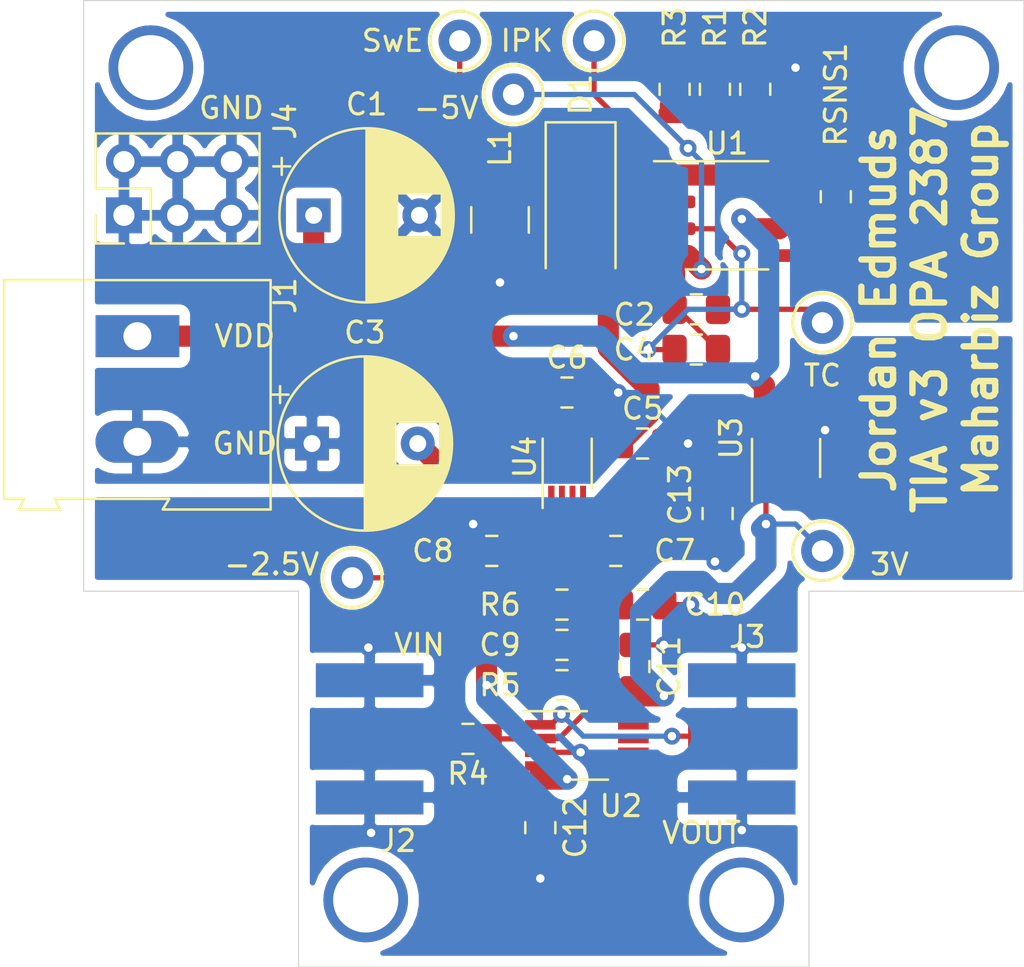
<source format=kicad_pcb>
(kicad_pcb (version 20171130) (host pcbnew "(5.1.6-0-10_14)")

  (general
    (thickness 1.6)
    (drawings 15)
    (tracks 194)
    (zones 0)
    (modules 40)
    (nets 24)
  )

  (page A4)
  (layers
    (0 F.Cu signal)
    (31 B.Cu signal)
    (32 B.Adhes user)
    (33 F.Adhes user)
    (34 B.Paste user)
    (35 F.Paste user)
    (36 B.SilkS user)
    (37 F.SilkS user)
    (38 B.Mask user)
    (39 F.Mask user)
    (40 Dwgs.User user)
    (41 Cmts.User user)
    (42 Eco1.User user)
    (43 Eco2.User user)
    (44 Edge.Cuts user)
    (45 Margin user)
    (46 B.CrtYd user)
    (47 F.CrtYd user)
    (48 B.Fab user)
    (49 F.Fab user hide)
  )

  (setup
    (last_trace_width 0.25)
    (user_trace_width 1)
    (trace_clearance 0.2)
    (zone_clearance 0.508)
    (zone_45_only no)
    (trace_min 0.2)
    (via_size 0.8)
    (via_drill 0.4)
    (via_min_size 0.4)
    (via_min_drill 0.3)
    (uvia_size 0.3)
    (uvia_drill 0.1)
    (uvias_allowed no)
    (uvia_min_size 0.2)
    (uvia_min_drill 0.1)
    (edge_width 0.05)
    (segment_width 0.2)
    (pcb_text_width 0.3)
    (pcb_text_size 1.5 1.5)
    (mod_edge_width 0.12)
    (mod_text_size 1 1)
    (mod_text_width 0.15)
    (pad_size 1.524 1.524)
    (pad_drill 0.762)
    (pad_to_mask_clearance 0.05)
    (aux_axis_origin 0 0)
    (visible_elements FFFFFF7F)
    (pcbplotparams
      (layerselection 0x010fc_ffffffff)
      (usegerberextensions false)
      (usegerberattributes true)
      (usegerberadvancedattributes true)
      (creategerberjobfile true)
      (excludeedgelayer true)
      (linewidth 0.100000)
      (plotframeref false)
      (viasonmask false)
      (mode 1)
      (useauxorigin false)
      (hpglpennumber 1)
      (hpglpenspeed 20)
      (hpglpendiameter 15.000000)
      (psnegative false)
      (psa4output false)
      (plotreference true)
      (plotvalue true)
      (plotinvisibletext false)
      (padsonsilk false)
      (subtractmaskfromsilk false)
      (outputformat 1)
      (mirror false)
      (drillshape 0)
      (scaleselection 1)
      (outputdirectory "gerbers"))
  )

  (net 0 "")
  (net 1 GND)
  (net 2 VDD)
  (net 3 -5V)
  (net 4 "Net-(C6-Pad1)")
  (net 5 "Net-(C7-Pad2)")
  (net 6 "Net-(C7-Pad1)")
  (net 7 /-2.5V)
  (net 8 "Net-(C10-Pad1)")
  (net 9 "Net-(R1-Pad1)")
  (net 10 /3V)
  (net 11 "Net-(U2-Pad7)")
  (net 12 "Net-(U2-Pad6)")
  (net 13 "Net-(U2-Pad5)")
  (net 14 "Net-(U3-Pad5)")
  (net 15 "Net-(U3-Pad3)")
  (net 16 "Net-(U4-Pad2)")
  (net 17 /TC)
  (net 18 /VOP-)
  (net 19 /VOUT)
  (net 20 /SwE)
  (net 21 /VIN)
  (net 22 /VFB)
  (net 23 /Ipk)

  (net_class Default "This is the default net class."
    (clearance 0.2)
    (trace_width 0.25)
    (via_dia 0.8)
    (via_drill 0.4)
    (uvia_dia 0.3)
    (uvia_drill 0.1)
    (add_net -5V)
    (add_net /-2.5V)
    (add_net /3V)
    (add_net /Ipk)
    (add_net /SwE)
    (add_net /TC)
    (add_net /VFB)
    (add_net /VIN)
    (add_net /VOP-)
    (add_net /VOUT)
    (add_net GND)
    (add_net "Net-(C10-Pad1)")
    (add_net "Net-(C6-Pad1)")
    (add_net "Net-(C7-Pad1)")
    (add_net "Net-(C7-Pad2)")
    (add_net "Net-(R1-Pad1)")
    (add_net "Net-(U2-Pad5)")
    (add_net "Net-(U2-Pad6)")
    (add_net "Net-(U2-Pad7)")
    (add_net "Net-(U3-Pad3)")
    (add_net "Net-(U3-Pad5)")
    (add_net "Net-(U4-Pad2)")
    (add_net VDD)
  )

  (module Connector_PinHeader_2.54mm:PinHeader_2x03_P2.54mm_Vertical (layer F.Cu) (tedit 59FED5CC) (tstamp 60030DA2)
    (at 72.39 76.835 90)
    (descr "Through hole straight pin header, 2x03, 2.54mm pitch, double rows")
    (tags "Through hole pin header THT 2x03 2.54mm double row")
    (path /600F320C)
    (fp_text reference J4 (at 4.445 7.62 90) (layer F.SilkS)
      (effects (font (size 1 1) (thickness 0.15)))
    )
    (fp_text value Conn_02x03_Counter_Clockwise (at 1.27 7.41 90) (layer F.Fab)
      (effects (font (size 1 1) (thickness 0.15)))
    )
    (fp_text user %R (at 1.27 2.54) (layer F.Fab)
      (effects (font (size 1 1) (thickness 0.15)))
    )
    (fp_line (start 0 -1.27) (end 3.81 -1.27) (layer F.Fab) (width 0.1))
    (fp_line (start 3.81 -1.27) (end 3.81 6.35) (layer F.Fab) (width 0.1))
    (fp_line (start 3.81 6.35) (end -1.27 6.35) (layer F.Fab) (width 0.1))
    (fp_line (start -1.27 6.35) (end -1.27 0) (layer F.Fab) (width 0.1))
    (fp_line (start -1.27 0) (end 0 -1.27) (layer F.Fab) (width 0.1))
    (fp_line (start -1.33 6.41) (end 3.87 6.41) (layer F.SilkS) (width 0.12))
    (fp_line (start -1.33 1.27) (end -1.33 6.41) (layer F.SilkS) (width 0.12))
    (fp_line (start 3.87 -1.33) (end 3.87 6.41) (layer F.SilkS) (width 0.12))
    (fp_line (start -1.33 1.27) (end 1.27 1.27) (layer F.SilkS) (width 0.12))
    (fp_line (start 1.27 1.27) (end 1.27 -1.33) (layer F.SilkS) (width 0.12))
    (fp_line (start 1.27 -1.33) (end 3.87 -1.33) (layer F.SilkS) (width 0.12))
    (fp_line (start -1.33 0) (end -1.33 -1.33) (layer F.SilkS) (width 0.12))
    (fp_line (start -1.33 -1.33) (end 0 -1.33) (layer F.SilkS) (width 0.12))
    (fp_line (start -1.8 -1.8) (end -1.8 6.85) (layer F.CrtYd) (width 0.05))
    (fp_line (start -1.8 6.85) (end 4.35 6.85) (layer F.CrtYd) (width 0.05))
    (fp_line (start 4.35 6.85) (end 4.35 -1.8) (layer F.CrtYd) (width 0.05))
    (fp_line (start 4.35 -1.8) (end -1.8 -1.8) (layer F.CrtYd) (width 0.05))
    (pad 6 thru_hole oval (at 2.54 5.08 90) (size 1.7 1.7) (drill 1) (layers *.Cu *.Mask)
      (net 1 GND))
    (pad 5 thru_hole oval (at 0 5.08 90) (size 1.7 1.7) (drill 1) (layers *.Cu *.Mask)
      (net 1 GND))
    (pad 4 thru_hole oval (at 2.54 2.54 90) (size 1.7 1.7) (drill 1) (layers *.Cu *.Mask)
      (net 1 GND))
    (pad 3 thru_hole oval (at 0 2.54 90) (size 1.7 1.7) (drill 1) (layers *.Cu *.Mask)
      (net 1 GND))
    (pad 2 thru_hole oval (at 2.54 0 90) (size 1.7 1.7) (drill 1) (layers *.Cu *.Mask)
      (net 1 GND))
    (pad 1 thru_hole rect (at 0 0 90) (size 1.7 1.7) (drill 1) (layers *.Cu *.Mask)
      (net 1 GND))
    (model ${KISYS3DMOD}/Connector_PinHeader_2.54mm.3dshapes/PinHeader_2x03_P2.54mm_Vertical.wrl
      (at (xyz 0 0 0))
      (scale (xyz 1 1 1))
      (rotate (xyz 0 0 0))
    )
  )

  (module my_library_foot:TestPoint_Keystone_5000-5004_Miniature (layer F.Cu) (tedit 5EF69EC3) (tstamp 6002E766)
    (at 88.265 68.58)
    (descr "Keystone Miniature THM Test Point 5000-5004, http://www.keyelco.com/product-pdf.cfm?p=1309")
    (tags "Through Hole Mount Test Points")
    (path /600D9614)
    (fp_text reference TP6 (at 0.3175 -2.4765) (layer F.Fab)
      (effects (font (size 1 1) (thickness 0.15)))
    )
    (fp_text value SwE (at -3.175 0) (layer F.SilkS)
      (effects (font (size 1 1) (thickness 0.15)))
    )
    (fp_circle (center 0 0) (end 1.4 0) (layer F.SilkS) (width 0.15))
    (fp_circle (center 0 0) (end 1.25 0) (layer F.Fab) (width 0.15))
    (fp_circle (center 0 0) (end 1.65 0) (layer F.CrtYd) (width 0.05))
    (fp_line (start -0.75 0.25) (end -0.75 -0.25) (layer F.Fab) (width 0.15))
    (fp_line (start 0.75 0.25) (end -0.75 0.25) (layer F.Fab) (width 0.15))
    (fp_line (start 0.75 -0.25) (end 0.75 0.25) (layer F.Fab) (width 0.15))
    (fp_line (start -0.75 -0.25) (end 0.75 -0.25) (layer F.Fab) (width 0.15))
    (pad 1 thru_hole circle (at 0 0) (size 2 2) (drill 1) (layers *.Cu *.Mask)
      (net 20 /SwE))
    (model ${KISYS3DMOD}/TestPoint.3dshapes/TestPoint_Keystone_5000-5004_Miniature.wrl
      (at (xyz 0 0 0))
      (scale (xyz 1 1 1))
      (rotate (xyz 0 0 0))
    )
  )

  (module my_library_foot:TestPoint_Keystone_5000-5004_Miniature (layer F.Cu) (tedit 5EF69EC3) (tstamp 6002E75A)
    (at 105.41 81.915)
    (descr "Keystone Miniature THM Test Point 5000-5004, http://www.keyelco.com/product-pdf.cfm?p=1309")
    (tags "Through Hole Mount Test Points")
    (path /600DA27F)
    (fp_text reference TP5 (at 0.3175 -2.4765) (layer F.Fab)
      (effects (font (size 1 1) (thickness 0.15)))
    )
    (fp_text value TC (at 0 2.5) (layer F.SilkS)
      (effects (font (size 1 1) (thickness 0.15)))
    )
    (fp_circle (center 0 0) (end 1.4 0) (layer F.SilkS) (width 0.15))
    (fp_circle (center 0 0) (end 1.25 0) (layer F.Fab) (width 0.15))
    (fp_circle (center 0 0) (end 1.65 0) (layer F.CrtYd) (width 0.05))
    (fp_line (start -0.75 0.25) (end -0.75 -0.25) (layer F.Fab) (width 0.15))
    (fp_line (start 0.75 0.25) (end -0.75 0.25) (layer F.Fab) (width 0.15))
    (fp_line (start 0.75 -0.25) (end 0.75 0.25) (layer F.Fab) (width 0.15))
    (fp_line (start -0.75 -0.25) (end 0.75 -0.25) (layer F.Fab) (width 0.15))
    (pad 1 thru_hole circle (at 0 0) (size 2 2) (drill 1) (layers *.Cu *.Mask)
      (net 17 /TC))
    (model ${KISYS3DMOD}/TestPoint.3dshapes/TestPoint_Keystone_5000-5004_Miniature.wrl
      (at (xyz 0 0 0))
      (scale (xyz 1 1 1))
      (rotate (xyz 0 0 0))
    )
  )

  (module my_library_foot:TestPoint_Keystone_5000-5004_Miniature (layer F.Cu) (tedit 5EF69EC3) (tstamp 6002E74E)
    (at 83.185 93.98)
    (descr "Keystone Miniature THM Test Point 5000-5004, http://www.keyelco.com/product-pdf.cfm?p=1309")
    (tags "Through Hole Mount Test Points")
    (path /600D1DA7)
    (fp_text reference TP4 (at 0.3175 -2.4765) (layer F.Fab)
      (effects (font (size 1 1) (thickness 0.15)))
    )
    (fp_text value -2.5V (at -3.81 -0.635) (layer F.SilkS)
      (effects (font (size 1 1) (thickness 0.15)))
    )
    (fp_circle (center 0 0) (end 1.4 0) (layer F.SilkS) (width 0.15))
    (fp_circle (center 0 0) (end 1.25 0) (layer F.Fab) (width 0.15))
    (fp_circle (center 0 0) (end 1.65 0) (layer F.CrtYd) (width 0.05))
    (fp_line (start -0.75 0.25) (end -0.75 -0.25) (layer F.Fab) (width 0.15))
    (fp_line (start 0.75 0.25) (end -0.75 0.25) (layer F.Fab) (width 0.15))
    (fp_line (start 0.75 -0.25) (end 0.75 0.25) (layer F.Fab) (width 0.15))
    (fp_line (start -0.75 -0.25) (end 0.75 -0.25) (layer F.Fab) (width 0.15))
    (pad 1 thru_hole circle (at 0 0) (size 2 2) (drill 1) (layers *.Cu *.Mask)
      (net 7 /-2.5V))
    (model ${KISYS3DMOD}/TestPoint.3dshapes/TestPoint_Keystone_5000-5004_Miniature.wrl
      (at (xyz 0 0 0))
      (scale (xyz 1 1 1))
      (rotate (xyz 0 0 0))
    )
  )

  (module my_library_foot:TestPoint_Keystone_5000-5004_Miniature (layer F.Cu) (tedit 5EF69EC3) (tstamp 6002E742)
    (at 90.805 71.12)
    (descr "Keystone Miniature THM Test Point 5000-5004, http://www.keyelco.com/product-pdf.cfm?p=1309")
    (tags "Through Hole Mount Test Points")
    (path /600D12C3)
    (fp_text reference TP3 (at 0.3175 -2.4765) (layer F.Fab)
      (effects (font (size 1 1) (thickness 0.15)))
    )
    (fp_text value -5V (at -3.175 0.635) (layer F.SilkS)
      (effects (font (size 1 1) (thickness 0.15)))
    )
    (fp_circle (center 0 0) (end 1.4 0) (layer F.SilkS) (width 0.15))
    (fp_circle (center 0 0) (end 1.25 0) (layer F.Fab) (width 0.15))
    (fp_circle (center 0 0) (end 1.65 0) (layer F.CrtYd) (width 0.05))
    (fp_line (start -0.75 0.25) (end -0.75 -0.25) (layer F.Fab) (width 0.15))
    (fp_line (start 0.75 0.25) (end -0.75 0.25) (layer F.Fab) (width 0.15))
    (fp_line (start 0.75 -0.25) (end 0.75 0.25) (layer F.Fab) (width 0.15))
    (fp_line (start -0.75 -0.25) (end 0.75 -0.25) (layer F.Fab) (width 0.15))
    (pad 1 thru_hole circle (at 0 0) (size 2 2) (drill 1) (layers *.Cu *.Mask)
      (net 3 -5V))
    (model ${KISYS3DMOD}/TestPoint.3dshapes/TestPoint_Keystone_5000-5004_Miniature.wrl
      (at (xyz 0 0 0))
      (scale (xyz 1 1 1))
      (rotate (xyz 0 0 0))
    )
  )

  (module my_library_foot:TestPoint_Keystone_5000-5004_Miniature (layer F.Cu) (tedit 5EF69EC3) (tstamp 6002E736)
    (at 94.615 68.58)
    (descr "Keystone Miniature THM Test Point 5000-5004, http://www.keyelco.com/product-pdf.cfm?p=1309")
    (tags "Through Hole Mount Test Points")
    (path /600D27CC)
    (fp_text reference TP2 (at 0.3175 -2.4765) (layer F.Fab)
      (effects (font (size 1 1) (thickness 0.15)))
    )
    (fp_text value IPK (at -3.175 0) (layer F.SilkS)
      (effects (font (size 1 1) (thickness 0.15)))
    )
    (fp_circle (center 0 0) (end 1.4 0) (layer F.SilkS) (width 0.15))
    (fp_circle (center 0 0) (end 1.25 0) (layer F.Fab) (width 0.15))
    (fp_circle (center 0 0) (end 1.65 0) (layer F.CrtYd) (width 0.05))
    (fp_line (start -0.75 0.25) (end -0.75 -0.25) (layer F.Fab) (width 0.15))
    (fp_line (start 0.75 0.25) (end -0.75 0.25) (layer F.Fab) (width 0.15))
    (fp_line (start 0.75 -0.25) (end 0.75 0.25) (layer F.Fab) (width 0.15))
    (fp_line (start -0.75 -0.25) (end 0.75 -0.25) (layer F.Fab) (width 0.15))
    (pad 1 thru_hole circle (at 0 0) (size 2 2) (drill 1) (layers *.Cu *.Mask)
      (net 23 /Ipk))
    (model ${KISYS3DMOD}/TestPoint.3dshapes/TestPoint_Keystone_5000-5004_Miniature.wrl
      (at (xyz 0 0 0))
      (scale (xyz 1 1 1))
      (rotate (xyz 0 0 0))
    )
  )

  (module my_library_foot:TestPoint_Keystone_5000-5004_Miniature (layer F.Cu) (tedit 5EF69EC3) (tstamp 6002E72A)
    (at 105.41 92.71)
    (descr "Keystone Miniature THM Test Point 5000-5004, http://www.keyelco.com/product-pdf.cfm?p=1309")
    (tags "Through Hole Mount Test Points")
    (path /600D003D)
    (fp_text reference TP1 (at 0.3175 -2.4765) (layer F.Fab)
      (effects (font (size 1 1) (thickness 0.15)))
    )
    (fp_text value 3V (at 3.175 0.635) (layer F.SilkS)
      (effects (font (size 1 1) (thickness 0.15)))
    )
    (fp_circle (center 0 0) (end 1.4 0) (layer F.SilkS) (width 0.15))
    (fp_circle (center 0 0) (end 1.25 0) (layer F.Fab) (width 0.15))
    (fp_circle (center 0 0) (end 1.65 0) (layer F.CrtYd) (width 0.05))
    (fp_line (start -0.75 0.25) (end -0.75 -0.25) (layer F.Fab) (width 0.15))
    (fp_line (start 0.75 0.25) (end -0.75 0.25) (layer F.Fab) (width 0.15))
    (fp_line (start 0.75 -0.25) (end 0.75 0.25) (layer F.Fab) (width 0.15))
    (fp_line (start -0.75 -0.25) (end 0.75 -0.25) (layer F.Fab) (width 0.15))
    (pad 1 thru_hole circle (at 0 0) (size 2 2) (drill 1) (layers *.Cu *.Mask)
      (net 10 /3V))
    (model ${KISYS3DMOD}/TestPoint.3dshapes/TestPoint_Keystone_5000-5004_Miniature.wrl
      (at (xyz 0 0 0))
      (scale (xyz 1 1 1))
      (rotate (xyz 0 0 0))
    )
  )

  (module Capacitor_SMD:C_0805_2012Metric_Pad1.15x1.40mm_HandSolder (layer F.Cu) (tedit 5B36C52B) (tstamp 60029868)
    (at 100.457 90.941 270)
    (descr "Capacitor SMD 0805 (2012 Metric), square (rectangular) end terminal, IPC_7351 nominal with elongated pad for handsoldering. (Body size source: https://docs.google.com/spreadsheets/d/1BsfQQcO9C6DZCsRaXUlFlo91Tg2WpOkGARC1WS5S8t0/edit?usp=sharing), generated with kicad-footprint-generator")
    (tags "capacitor handsolder")
    (path /60071AFA)
    (attr smd)
    (fp_text reference C13 (at -0.898 1.778 90) (layer F.SilkS)
      (effects (font (size 1 1) (thickness 0.15)))
    )
    (fp_text value 10uF (at 0 1.65 90) (layer F.Fab)
      (effects (font (size 1 1) (thickness 0.15)))
    )
    (fp_text user %R (at 0 0 90) (layer F.Fab)
      (effects (font (size 0.5 0.5) (thickness 0.08)))
    )
    (fp_line (start -1 0.6) (end -1 -0.6) (layer F.Fab) (width 0.1))
    (fp_line (start -1 -0.6) (end 1 -0.6) (layer F.Fab) (width 0.1))
    (fp_line (start 1 -0.6) (end 1 0.6) (layer F.Fab) (width 0.1))
    (fp_line (start 1 0.6) (end -1 0.6) (layer F.Fab) (width 0.1))
    (fp_line (start -0.261252 -0.71) (end 0.261252 -0.71) (layer F.SilkS) (width 0.12))
    (fp_line (start -0.261252 0.71) (end 0.261252 0.71) (layer F.SilkS) (width 0.12))
    (fp_line (start -1.85 0.95) (end -1.85 -0.95) (layer F.CrtYd) (width 0.05))
    (fp_line (start -1.85 -0.95) (end 1.85 -0.95) (layer F.CrtYd) (width 0.05))
    (fp_line (start 1.85 -0.95) (end 1.85 0.95) (layer F.CrtYd) (width 0.05))
    (fp_line (start 1.85 0.95) (end -1.85 0.95) (layer F.CrtYd) (width 0.05))
    (pad 2 smd roundrect (at 1.025 0 270) (size 1.15 1.4) (layers F.Cu F.Paste F.Mask) (roundrect_rratio 0.217391)
      (net 1 GND))
    (pad 1 smd roundrect (at -1.025 0 270) (size 1.15 1.4) (layers F.Cu F.Paste F.Mask) (roundrect_rratio 0.217391)
      (net 10 /3V))
    (model ${KISYS3DMOD}/Capacitor_SMD.3dshapes/C_0805_2012Metric.wrl
      (at (xyz 0 0 0))
      (scale (xyz 1 1 1))
      (rotate (xyz 0 0 0))
    )
  )

  (module Package_CSP:LFCSP-8-1EP_2x2mm_P0.5mm_EP1.5x1.0mm (layer F.Cu) (tedit 6001D171) (tstamp 600151D1)
    (at 93.345 88.9 90)
    (descr "LFCSP 8pin Pitch 0.5mm, http://www.analog.com/media/en/package-pcb-resources/package/57080735642908cp_8_4.pdf")
    (tags "LFCSP 8pin thermal pad 3x2mm Pitch 0.5mm")
    (path /6008BE86)
    (attr smd)
    (fp_text reference U4 (at 0.635 -2 90) (layer F.SilkS)
      (effects (font (size 1 1) (thickness 0.15)))
    )
    (fp_text value ADP7183 (at 0 2 90) (layer F.Fab)
      (effects (font (size 1 1) (thickness 0.15)))
    )
    (fp_text user %R (at 0 0 270) (layer F.Fab)
      (effects (font (size 0.65 0.65) (thickness 0.0975)))
    )
    (fp_line (start -1 -1) (end 1.5 -1) (layer F.Fab) (width 0.1))
    (fp_line (start -1.5 -0.5) (end -1.5 1) (layer F.Fab) (width 0.1))
    (fp_line (start 1.5 1) (end -1.5 1) (layer F.Fab) (width 0.1))
    (fp_line (start 1.5 1) (end 1.5 -1) (layer F.Fab) (width 0.1))
    (fp_line (start -1.778 -1.16) (end 1.5 -1.16) (layer F.SilkS) (width 0.12))
    (fp_line (start 1.5 1.16) (end -0.889 1.16) (layer F.SilkS) (width 0.12))
    (fp_line (start -1.9 -1.3) (end 1.9 -1.3) (layer F.CrtYd) (width 0.05))
    (fp_line (start 1.9 -1.3) (end 1.9 1.3) (layer F.CrtYd) (width 0.05))
    (fp_line (start 1.9 1.3) (end -1.9 1.3) (layer F.CrtYd) (width 0.05))
    (fp_line (start -1.9 1.3) (end -1.9 -1.3) (layer F.CrtYd) (width 0.05))
    (fp_line (start -1 -1) (end -1.5 -0.5) (layer F.Fab) (width 0.1))
    (pad 9 smd rect (at 0 0 90) (size 1 1.5) (layers F.Cu F.Paste F.Mask)
      (net 3 -5V))
    (pad 8 smd rect (at 1.425 -0.75 90) (size 1.4 0.28) (layers F.Cu F.Paste F.Mask)
      (net 3 -5V))
    (pad 7 smd rect (at 1.425 -0.25 90) (size 1.4 0.28) (layers F.Cu F.Paste F.Mask)
      (net 4 "Net-(C6-Pad1)"))
    (pad 6 smd rect (at 1.425 0.25 90) (size 1.4 0.28) (layers F.Cu F.Paste F.Mask)
      (net 1 GND))
    (pad 5 smd rect (at 1.425 0.75 90) (size 1.4 0.28) (layers F.Cu F.Paste F.Mask)
      (net 3 -5V))
    (pad 4 smd rect (at -1.425 0.75 90) (size 1.4 0.28) (layers F.Cu F.Paste F.Mask)
      (net 5 "Net-(C7-Pad2)"))
    (pad 3 smd rect (at -1.425 0.25 90) (size 1.4 0.28) (layers F.Cu F.Paste F.Mask)
      (net 6 "Net-(C7-Pad1)"))
    (pad 2 smd rect (at -1.425 -0.25 90) (size 1.4 0.28) (layers F.Cu F.Paste F.Mask)
      (net 16 "Net-(U4-Pad2)"))
    (pad 1 smd rect (at -1.425 -0.75 90) (size 1.4 0.3) (layers F.Cu F.Paste F.Mask)
      (net 7 /-2.5V))
    (model ${KISYS3DMOD}/Package_CSP.3dshapes/LFCSP-8-1EP_3x2mm_P0.5mm_EP1.6x1.65mm.wrl
      (at (xyz 0 0 0))
      (scale (xyz 1 1 1))
      (rotate (xyz 0 0 0))
    )
  )

  (module Capacitor_SMD:C_0805_2012Metric_Pad1.15x1.40mm_HandSolder (layer F.Cu) (tedit 5B36C52B) (tstamp 6002604D)
    (at 92.075 105.8 270)
    (descr "Capacitor SMD 0805 (2012 Metric), square (rectangular) end terminal, IPC_7351 nominal with elongated pad for handsoldering. (Body size source: https://docs.google.com/spreadsheets/d/1BsfQQcO9C6DZCsRaXUlFlo91Tg2WpOkGARC1WS5S8t0/edit?usp=sharing), generated with kicad-footprint-generator")
    (tags "capacitor handsolder")
    (path /6002FB84)
    (attr smd)
    (fp_text reference C12 (at 0 -1.65 90) (layer F.SilkS)
      (effects (font (size 1 1) (thickness 0.15)))
    )
    (fp_text value 470nF (at 0 1.65 90) (layer F.Fab)
      (effects (font (size 1 1) (thickness 0.15)))
    )
    (fp_text user %R (at 0 0 90) (layer F.Fab)
      (effects (font (size 0.5 0.5) (thickness 0.08)))
    )
    (fp_line (start -1 0.6) (end -1 -0.6) (layer F.Fab) (width 0.1))
    (fp_line (start -1 -0.6) (end 1 -0.6) (layer F.Fab) (width 0.1))
    (fp_line (start 1 -0.6) (end 1 0.6) (layer F.Fab) (width 0.1))
    (fp_line (start 1 0.6) (end -1 0.6) (layer F.Fab) (width 0.1))
    (fp_line (start -0.261252 -0.71) (end 0.261252 -0.71) (layer F.SilkS) (width 0.12))
    (fp_line (start -0.261252 0.71) (end 0.261252 0.71) (layer F.SilkS) (width 0.12))
    (fp_line (start -1.85 0.95) (end -1.85 -0.95) (layer F.CrtYd) (width 0.05))
    (fp_line (start -1.85 -0.95) (end 1.85 -0.95) (layer F.CrtYd) (width 0.05))
    (fp_line (start 1.85 -0.95) (end 1.85 0.95) (layer F.CrtYd) (width 0.05))
    (fp_line (start 1.85 0.95) (end -1.85 0.95) (layer F.CrtYd) (width 0.05))
    (pad 2 smd roundrect (at 1.025 0 270) (size 1.15 1.4) (layers F.Cu F.Paste F.Mask) (roundrect_rratio 0.217391)
      (net 1 GND))
    (pad 1 smd roundrect (at -1.025 0 270) (size 1.15 1.4) (layers F.Cu F.Paste F.Mask) (roundrect_rratio 0.217391)
      (net 7 /-2.5V))
    (model ${KISYS3DMOD}/Capacitor_SMD.3dshapes/C_0805_2012Metric.wrl
      (at (xyz 0 0 0))
      (scale (xyz 1 1 1))
      (rotate (xyz 0 0 0))
    )
  )

  (module Capacitor_SMD:C_0805_2012Metric_Pad1.15x1.40mm_HandSolder (layer F.Cu) (tedit 5B36C52B) (tstamp 6002603C)
    (at 96.52 98.18 270)
    (descr "Capacitor SMD 0805 (2012 Metric), square (rectangular) end terminal, IPC_7351 nominal with elongated pad for handsoldering. (Body size source: https://docs.google.com/spreadsheets/d/1BsfQQcO9C6DZCsRaXUlFlo91Tg2WpOkGARC1WS5S8t0/edit?usp=sharing), generated with kicad-footprint-generator")
    (tags "capacitor handsolder")
    (path /6002D9D3)
    (attr smd)
    (fp_text reference C11 (at 0 -1.65 90) (layer F.SilkS)
      (effects (font (size 1 1) (thickness 0.15)))
    )
    (fp_text value 470nF (at 0 1.65 90) (layer F.Fab)
      (effects (font (size 1 1) (thickness 0.15)))
    )
    (fp_text user %R (at 0 0 90) (layer F.Fab)
      (effects (font (size 0.5 0.5) (thickness 0.08)))
    )
    (fp_line (start -1 0.6) (end -1 -0.6) (layer F.Fab) (width 0.1))
    (fp_line (start -1 -0.6) (end 1 -0.6) (layer F.Fab) (width 0.1))
    (fp_line (start 1 -0.6) (end 1 0.6) (layer F.Fab) (width 0.1))
    (fp_line (start 1 0.6) (end -1 0.6) (layer F.Fab) (width 0.1))
    (fp_line (start -0.261252 -0.71) (end 0.261252 -0.71) (layer F.SilkS) (width 0.12))
    (fp_line (start -0.261252 0.71) (end 0.261252 0.71) (layer F.SilkS) (width 0.12))
    (fp_line (start -1.85 0.95) (end -1.85 -0.95) (layer F.CrtYd) (width 0.05))
    (fp_line (start -1.85 -0.95) (end 1.85 -0.95) (layer F.CrtYd) (width 0.05))
    (fp_line (start 1.85 -0.95) (end 1.85 0.95) (layer F.CrtYd) (width 0.05))
    (fp_line (start 1.85 0.95) (end -1.85 0.95) (layer F.CrtYd) (width 0.05))
    (pad 2 smd roundrect (at 1.025 0 270) (size 1.15 1.4) (layers F.Cu F.Paste F.Mask) (roundrect_rratio 0.217391)
      (net 10 /3V))
    (pad 1 smd roundrect (at -1.025 0 270) (size 1.15 1.4) (layers F.Cu F.Paste F.Mask) (roundrect_rratio 0.217391)
      (net 1 GND))
    (model ${KISYS3DMOD}/Capacitor_SMD.3dshapes/C_0805_2012Metric.wrl
      (at (xyz 0 0 0))
      (scale (xyz 1 1 1))
      (rotate (xyz 0 0 0))
    )
  )

  (module TerminalBlock:TerminalBlock_Altech_AK300-2_P5.00mm (layer F.Cu) (tedit 59FF0306) (tstamp 60024277)
    (at 73.025 82.55 270)
    (descr "Altech AK300 terminal block, pitch 5.0mm, 45 degree angled, see http://www.mouser.com/ds/2/16/PCBMETRC-24178.pdf")
    (tags "Altech AK300 terminal block pitch 5.0mm")
    (path /60010497)
    (fp_text reference J1 (at -1.92 -6.99 90) (layer F.SilkS)
      (effects (font (size 1 1) (thickness 0.15)))
    )
    (fp_text value Screw_Terminal_01x02 (at 2.78 7.75 90) (layer F.Fab)
      (effects (font (size 1 1) (thickness 0.15)))
    )
    (fp_arc (start -1.13 -4.65) (end -1.42 -4.13) (angle 104.2) (layer F.Fab) (width 0.1))
    (fp_arc (start -0.01 -3.71) (end -1.62 -5) (angle 100) (layer F.Fab) (width 0.1))
    (fp_arc (start 0.06 -6.07) (end 1.53 -4.12) (angle 75.5) (layer F.Fab) (width 0.1))
    (fp_arc (start 1.03 -4.59) (end 1.53 -5.05) (angle 90.5) (layer F.Fab) (width 0.1))
    (fp_arc (start 3.87 -4.65) (end 3.58 -4.13) (angle 104.2) (layer F.Fab) (width 0.1))
    (fp_arc (start 4.99 -3.71) (end 3.39 -5) (angle 100) (layer F.Fab) (width 0.1))
    (fp_arc (start 5.07 -6.07) (end 6.53 -4.12) (angle 75.5) (layer F.Fab) (width 0.1))
    (fp_arc (start 6.03 -4.59) (end 6.54 -5.05) (angle 90.5) (layer F.Fab) (width 0.1))
    (fp_text user %R (at 2.5 -2 90) (layer F.Fab)
      (effects (font (size 1 1) (thickness 0.15)))
    )
    (fp_line (start -2.65 -6.3) (end -2.65 6.3) (layer F.SilkS) (width 0.12))
    (fp_line (start -2.65 6.3) (end 7.7 6.3) (layer F.SilkS) (width 0.12))
    (fp_line (start 7.7 6.3) (end 7.7 5.35) (layer F.SilkS) (width 0.12))
    (fp_line (start 7.7 5.35) (end 8.2 5.6) (layer F.SilkS) (width 0.12))
    (fp_line (start 8.2 5.6) (end 8.2 3.7) (layer F.SilkS) (width 0.12))
    (fp_line (start 8.2 3.7) (end 8.2 3.65) (layer F.SilkS) (width 0.12))
    (fp_line (start 8.2 3.65) (end 7.7 3.9) (layer F.SilkS) (width 0.12))
    (fp_line (start 7.7 3.9) (end 7.7 -1.5) (layer F.SilkS) (width 0.12))
    (fp_line (start 7.7 -1.5) (end 8.2 -1.2) (layer F.SilkS) (width 0.12))
    (fp_line (start 8.2 -1.2) (end 8.2 -6.3) (layer F.SilkS) (width 0.12))
    (fp_line (start 8.2 -6.3) (end -2.65 -6.3) (layer F.SilkS) (width 0.12))
    (fp_line (start -1.26 2.54) (end 1.28 2.54) (layer F.Fab) (width 0.1))
    (fp_line (start 1.28 2.54) (end 1.28 -0.25) (layer F.Fab) (width 0.1))
    (fp_line (start -1.26 -0.25) (end 1.28 -0.25) (layer F.Fab) (width 0.1))
    (fp_line (start -1.26 2.54) (end -1.26 -0.25) (layer F.Fab) (width 0.1))
    (fp_line (start 3.74 2.54) (end 6.28 2.54) (layer F.Fab) (width 0.1))
    (fp_line (start 6.28 2.54) (end 6.28 -0.25) (layer F.Fab) (width 0.1))
    (fp_line (start 3.74 -0.25) (end 6.28 -0.25) (layer F.Fab) (width 0.1))
    (fp_line (start 3.74 2.54) (end 3.74 -0.25) (layer F.Fab) (width 0.1))
    (fp_line (start 7.61 -6.22) (end 7.61 -3.17) (layer F.Fab) (width 0.1))
    (fp_line (start 7.61 -6.22) (end -2.58 -6.22) (layer F.Fab) (width 0.1))
    (fp_line (start 7.61 -6.22) (end 8.11 -6.22) (layer F.Fab) (width 0.1))
    (fp_line (start 8.11 -6.22) (end 8.11 -1.4) (layer F.Fab) (width 0.1))
    (fp_line (start 8.11 -1.4) (end 7.61 -1.65) (layer F.Fab) (width 0.1))
    (fp_line (start 8.11 5.46) (end 7.61 5.21) (layer F.Fab) (width 0.1))
    (fp_line (start 7.61 5.21) (end 7.61 6.22) (layer F.Fab) (width 0.1))
    (fp_line (start 8.11 3.81) (end 7.61 4.06) (layer F.Fab) (width 0.1))
    (fp_line (start 7.61 4.06) (end 7.61 5.21) (layer F.Fab) (width 0.1))
    (fp_line (start 8.11 3.81) (end 8.11 5.46) (layer F.Fab) (width 0.1))
    (fp_line (start 2.98 6.22) (end 2.98 4.32) (layer F.Fab) (width 0.1))
    (fp_line (start 7.05 -0.25) (end 7.05 4.32) (layer F.Fab) (width 0.1))
    (fp_line (start 2.98 6.22) (end 7.05 6.22) (layer F.Fab) (width 0.1))
    (fp_line (start 7.05 6.22) (end 7.61 6.22) (layer F.Fab) (width 0.1))
    (fp_line (start 2.04 6.22) (end 2.04 4.32) (layer F.Fab) (width 0.1))
    (fp_line (start 2.04 6.22) (end 2.98 6.22) (layer F.Fab) (width 0.1))
    (fp_line (start -2.02 -0.25) (end -2.02 4.32) (layer F.Fab) (width 0.1))
    (fp_line (start -2.58 6.22) (end -2.02 6.22) (layer F.Fab) (width 0.1))
    (fp_line (start -2.02 6.22) (end 2.04 6.22) (layer F.Fab) (width 0.1))
    (fp_line (start 2.98 4.32) (end 7.05 4.32) (layer F.Fab) (width 0.1))
    (fp_line (start 2.98 4.32) (end 2.98 -0.25) (layer F.Fab) (width 0.1))
    (fp_line (start 7.05 4.32) (end 7.05 6.22) (layer F.Fab) (width 0.1))
    (fp_line (start 2.04 4.32) (end -2.02 4.32) (layer F.Fab) (width 0.1))
    (fp_line (start 2.04 4.32) (end 2.04 -0.25) (layer F.Fab) (width 0.1))
    (fp_line (start -2.02 4.32) (end -2.02 6.22) (layer F.Fab) (width 0.1))
    (fp_line (start 6.67 3.68) (end 6.67 0.51) (layer F.Fab) (width 0.1))
    (fp_line (start 6.67 3.68) (end 3.36 3.68) (layer F.Fab) (width 0.1))
    (fp_line (start 3.36 3.68) (end 3.36 0.51) (layer F.Fab) (width 0.1))
    (fp_line (start 1.66 3.68) (end 1.66 0.51) (layer F.Fab) (width 0.1))
    (fp_line (start 1.66 3.68) (end -1.64 3.68) (layer F.Fab) (width 0.1))
    (fp_line (start -1.64 3.68) (end -1.64 0.51) (layer F.Fab) (width 0.1))
    (fp_line (start -1.64 0.51) (end -1.26 0.51) (layer F.Fab) (width 0.1))
    (fp_line (start 1.66 0.51) (end 1.28 0.51) (layer F.Fab) (width 0.1))
    (fp_line (start 3.36 0.51) (end 3.74 0.51) (layer F.Fab) (width 0.1))
    (fp_line (start 6.67 0.51) (end 6.28 0.51) (layer F.Fab) (width 0.1))
    (fp_line (start -2.58 6.22) (end -2.58 -0.64) (layer F.Fab) (width 0.1))
    (fp_line (start -2.58 -0.64) (end -2.58 -3.17) (layer F.Fab) (width 0.1))
    (fp_line (start 7.61 -1.65) (end 7.61 -0.64) (layer F.Fab) (width 0.1))
    (fp_line (start 7.61 -0.64) (end 7.61 4.06) (layer F.Fab) (width 0.1))
    (fp_line (start -2.58 -3.17) (end 7.61 -3.17) (layer F.Fab) (width 0.1))
    (fp_line (start -2.58 -3.17) (end -2.58 -6.22) (layer F.Fab) (width 0.1))
    (fp_line (start 7.61 -3.17) (end 7.61 -1.65) (layer F.Fab) (width 0.1))
    (fp_line (start 2.98 -3.43) (end 2.98 -5.97) (layer F.Fab) (width 0.1))
    (fp_line (start 2.98 -5.97) (end 7.05 -5.97) (layer F.Fab) (width 0.1))
    (fp_line (start 7.05 -5.97) (end 7.05 -3.43) (layer F.Fab) (width 0.1))
    (fp_line (start 7.05 -3.43) (end 2.98 -3.43) (layer F.Fab) (width 0.1))
    (fp_line (start 2.04 -3.43) (end 2.04 -5.97) (layer F.Fab) (width 0.1))
    (fp_line (start 2.04 -3.43) (end -2.02 -3.43) (layer F.Fab) (width 0.1))
    (fp_line (start -2.02 -3.43) (end -2.02 -5.97) (layer F.Fab) (width 0.1))
    (fp_line (start 2.04 -5.97) (end -2.02 -5.97) (layer F.Fab) (width 0.1))
    (fp_line (start 3.39 -4.45) (end 6.44 -5.08) (layer F.Fab) (width 0.1))
    (fp_line (start 3.52 -4.32) (end 6.56 -4.95) (layer F.Fab) (width 0.1))
    (fp_line (start -1.62 -4.45) (end 1.44 -5.08) (layer F.Fab) (width 0.1))
    (fp_line (start -1.49 -4.32) (end 1.56 -4.95) (layer F.Fab) (width 0.1))
    (fp_line (start -2.02 -0.25) (end -1.64 -0.25) (layer F.Fab) (width 0.1))
    (fp_line (start 2.04 -0.25) (end 1.66 -0.25) (layer F.Fab) (width 0.1))
    (fp_line (start 1.66 -0.25) (end -1.64 -0.25) (layer F.Fab) (width 0.1))
    (fp_line (start -2.58 -0.64) (end -1.64 -0.64) (layer F.Fab) (width 0.1))
    (fp_line (start -1.64 -0.64) (end 1.66 -0.64) (layer F.Fab) (width 0.1))
    (fp_line (start 1.66 -0.64) (end 3.36 -0.64) (layer F.Fab) (width 0.1))
    (fp_line (start 7.61 -0.64) (end 6.67 -0.64) (layer F.Fab) (width 0.1))
    (fp_line (start 6.67 -0.64) (end 3.36 -0.64) (layer F.Fab) (width 0.1))
    (fp_line (start 7.05 -0.25) (end 6.67 -0.25) (layer F.Fab) (width 0.1))
    (fp_line (start 2.98 -0.25) (end 3.36 -0.25) (layer F.Fab) (width 0.1))
    (fp_line (start 3.36 -0.25) (end 6.67 -0.25) (layer F.Fab) (width 0.1))
    (fp_line (start -2.83 -6.47) (end 8.36 -6.47) (layer F.CrtYd) (width 0.05))
    (fp_line (start -2.83 -6.47) (end -2.83 6.47) (layer F.CrtYd) (width 0.05))
    (fp_line (start 8.36 6.47) (end 8.36 -6.47) (layer F.CrtYd) (width 0.05))
    (fp_line (start 8.36 6.47) (end -2.83 6.47) (layer F.CrtYd) (width 0.05))
    (pad 2 thru_hole oval (at 5 0 270) (size 1.98 3.96) (drill 1.32) (layers *.Cu *.Mask)
      (net 1 GND))
    (pad 1 thru_hole rect (at 0 0 270) (size 1.98 3.96) (drill 1.32) (layers *.Cu *.Mask)
      (net 2 VDD))
    (model ${KISYS3DMOD}/TerminalBlock.3dshapes/TerminalBlock_Altech_AK300-2_P5.00mm.wrl
      (at (xyz 0 0 0))
      (scale (xyz 1 1 1))
      (rotate (xyz 0 0 0))
    )
  )

  (module Package_TO_SOT_SMD:SOT-23-6_Handsoldering (layer F.Cu) (tedit 5A02FF57) (tstamp 6002A836)
    (at 103.693 88.312 90)
    (descr "6-pin SOT-23 package, Handsoldering")
    (tags "SOT-23-6 Handsoldering")
    (path /60073060)
    (attr smd)
    (fp_text reference U3 (at 0.936 -2.601 90) (layer F.SilkS)
      (effects (font (size 1 1) (thickness 0.15)))
    )
    (fp_text value ADP3330-3 (at 0 2.9 90) (layer F.Fab)
      (effects (font (size 1 1) (thickness 0.15)))
    )
    (fp_text user %R (at 0 0) (layer F.Fab)
      (effects (font (size 0.5 0.5) (thickness 0.075)))
    )
    (fp_line (start -0.9 1.61) (end 0.9 1.61) (layer F.SilkS) (width 0.12))
    (fp_line (start 0.9 -1.61) (end -2.05 -1.61) (layer F.SilkS) (width 0.12))
    (fp_line (start -2.4 1.8) (end -2.4 -1.8) (layer F.CrtYd) (width 0.05))
    (fp_line (start 2.4 1.8) (end -2.4 1.8) (layer F.CrtYd) (width 0.05))
    (fp_line (start 2.4 -1.8) (end 2.4 1.8) (layer F.CrtYd) (width 0.05))
    (fp_line (start -2.4 -1.8) (end 2.4 -1.8) (layer F.CrtYd) (width 0.05))
    (fp_line (start -0.9 -0.9) (end -0.25 -1.55) (layer F.Fab) (width 0.1))
    (fp_line (start 0.9 -1.55) (end -0.25 -1.55) (layer F.Fab) (width 0.1))
    (fp_line (start -0.9 -0.9) (end -0.9 1.55) (layer F.Fab) (width 0.1))
    (fp_line (start 0.9 1.55) (end -0.9 1.55) (layer F.Fab) (width 0.1))
    (fp_line (start 0.9 -1.55) (end 0.9 1.55) (layer F.Fab) (width 0.1))
    (pad 5 smd rect (at 1.35 0 90) (size 1.56 0.65) (layers F.Cu F.Paste F.Mask)
      (net 14 "Net-(U3-Pad5)"))
    (pad 6 smd rect (at 1.35 -0.95 90) (size 1.56 0.65) (layers F.Cu F.Paste F.Mask)
      (net 2 VDD))
    (pad 4 smd rect (at 1.35 0.95 90) (size 1.56 0.65) (layers F.Cu F.Paste F.Mask)
      (net 1 GND))
    (pad 3 smd rect (at -1.35 0.95 90) (size 1.56 0.65) (layers F.Cu F.Paste F.Mask)
      (net 15 "Net-(U3-Pad3)"))
    (pad 2 smd rect (at -1.35 0 90) (size 1.56 0.65) (layers F.Cu F.Paste F.Mask)
      (net 2 VDD))
    (pad 1 smd rect (at -1.35 -0.95 90) (size 1.56 0.65) (layers F.Cu F.Paste F.Mask)
      (net 10 /3V))
    (model ${KISYS3DMOD}/Package_TO_SOT_SMD.3dshapes/SOT-23-6.wrl
      (at (xyz 0 0 0))
      (scale (xyz 1 1 1))
      (rotate (xyz 0 0 0))
    )
  )

  (module Package_SO:VSSOP-8_3.0x3.0mm_P0.65mm (layer F.Cu) (tedit 5A02F25C) (tstamp 600151A2)
    (at 94.275 101.91)
    (descr "VSSOP-8 3.0 x 3.0, http://www.ti.com/lit/ds/symlink/lm75b.pdf")
    (tags "VSSOP-8 3.0 x 3.0")
    (path /60046432)
    (attr smd)
    (fp_text reference U2 (at 1.61 2.865) (layer F.SilkS)
      (effects (font (size 1 1) (thickness 0.15)))
    )
    (fp_text value OPA2387 (at 0.02 2.73) (layer F.Fab)
      (effects (font (size 1 1) (thickness 0.15)))
    )
    (fp_text user %R (at 0 0) (layer F.Fab)
      (effects (font (size 0.5 0.5) (thickness 0.1)))
    )
    (fp_line (start -3.48 -1.75) (end 3.48 -1.75) (layer F.CrtYd) (width 0.05))
    (fp_line (start -3.48 1.75) (end -3.48 -1.75) (layer F.CrtYd) (width 0.05))
    (fp_line (start 3.48 1.75) (end -3.48 1.75) (layer F.CrtYd) (width 0.05))
    (fp_line (start 3.48 -1.75) (end 3.48 1.75) (layer F.CrtYd) (width 0.05))
    (fp_line (start 1 1.62) (end -1 1.62) (layer F.SilkS) (width 0.12))
    (fp_line (start 0 -1.62) (end -3 -1.62) (layer F.SilkS) (width 0.12))
    (fp_line (start -0.5 -1.5) (end -1.5 -0.5) (layer F.Fab) (width 0.1))
    (fp_line (start -0.5 -1.5) (end 1.5 -1.5) (layer F.Fab) (width 0.1))
    (fp_line (start -1.5 1.5) (end -1.5 -0.5) (layer F.Fab) (width 0.1))
    (fp_line (start 1.5 1.5) (end -1.5 1.5) (layer F.Fab) (width 0.1))
    (fp_line (start 1.5 -1.5) (end 1.5 1.5) (layer F.Fab) (width 0.1))
    (pad 8 smd rect (at 2.2 -0.975 270) (size 0.45 1.45) (layers F.Cu F.Paste F.Mask)
      (net 10 /3V))
    (pad 7 smd rect (at 2.2 -0.325 270) (size 0.45 1.45) (layers F.Cu F.Paste F.Mask)
      (net 11 "Net-(U2-Pad7)"))
    (pad 6 smd rect (at 2.2 0.325 270) (size 0.45 1.45) (layers F.Cu F.Paste F.Mask)
      (net 12 "Net-(U2-Pad6)"))
    (pad 5 smd rect (at 2.2 0.975 270) (size 0.45 1.45) (layers F.Cu F.Paste F.Mask)
      (net 13 "Net-(U2-Pad5)"))
    (pad 4 smd rect (at -2.2 0.975 270) (size 0.45 1.45) (layers F.Cu F.Paste F.Mask)
      (net 7 /-2.5V))
    (pad 3 smd rect (at -2.2 0.325 270) (size 0.45 1.45) (layers F.Cu F.Paste F.Mask)
      (net 1 GND))
    (pad 2 smd rect (at -2.2 -0.325 270) (size 0.45 1.45) (layers F.Cu F.Paste F.Mask)
      (net 18 /VOP-))
    (pad 1 smd rect (at -2.2 -0.975 270) (size 0.45 1.45) (layers F.Cu F.Paste F.Mask)
      (net 19 /VOUT))
    (model ${KISYS3DMOD}/Package_SO.3dshapes/VSSOP-8_3.0x3.0mm_P0.65mm.wrl
      (at (xyz 0 0 0))
      (scale (xyz 1 1 1))
      (rotate (xyz 0 0 0))
    )
  )

  (module Package_SO:SOIC-8_3.9x4.9mm_P1.27mm (layer F.Cu) (tedit 5D9F72B1) (tstamp 6002B244)
    (at 100.9 76.835)
    (descr "SOIC, 8 Pin (JEDEC MS-012AA, https://www.analog.com/media/en/package-pcb-resources/package/pkg_pdf/soic_narrow-r/r_8.pdf), generated with kicad-footprint-generator ipc_gullwing_generator.py")
    (tags "SOIC SO")
    (path /60012240)
    (attr smd)
    (fp_text reference U1 (at 0 -3.4) (layer F.SilkS)
      (effects (font (size 1 1) (thickness 0.15)))
    )
    (fp_text value MC33063AD (at 0 3.4) (layer F.Fab)
      (effects (font (size 1 1) (thickness 0.15)))
    )
    (fp_text user %R (at 0 0) (layer F.Fab)
      (effects (font (size 0.98 0.98) (thickness 0.15)))
    )
    (fp_line (start 0 2.56) (end 1.95 2.56) (layer F.SilkS) (width 0.12))
    (fp_line (start 0 2.56) (end -1.95 2.56) (layer F.SilkS) (width 0.12))
    (fp_line (start 0 -2.56) (end 1.95 -2.56) (layer F.SilkS) (width 0.12))
    (fp_line (start 0 -2.56) (end -3.45 -2.56) (layer F.SilkS) (width 0.12))
    (fp_line (start -0.975 -2.45) (end 1.95 -2.45) (layer F.Fab) (width 0.1))
    (fp_line (start 1.95 -2.45) (end 1.95 2.45) (layer F.Fab) (width 0.1))
    (fp_line (start 1.95 2.45) (end -1.95 2.45) (layer F.Fab) (width 0.1))
    (fp_line (start -1.95 2.45) (end -1.95 -1.475) (layer F.Fab) (width 0.1))
    (fp_line (start -1.95 -1.475) (end -0.975 -2.45) (layer F.Fab) (width 0.1))
    (fp_line (start -3.7 -2.7) (end -3.7 2.7) (layer F.CrtYd) (width 0.05))
    (fp_line (start -3.7 2.7) (end 3.7 2.7) (layer F.CrtYd) (width 0.05))
    (fp_line (start 3.7 2.7) (end 3.7 -2.7) (layer F.CrtYd) (width 0.05))
    (fp_line (start 3.7 -2.7) (end -3.7 -2.7) (layer F.CrtYd) (width 0.05))
    (pad 8 smd roundrect (at 2.475 -1.905) (size 1.95 0.6) (layers F.Cu F.Paste F.Mask) (roundrect_rratio 0.25)
      (net 23 /Ipk))
    (pad 7 smd roundrect (at 2.475 -0.635) (size 1.95 0.6) (layers F.Cu F.Paste F.Mask) (roundrect_rratio 0.25)
      (net 23 /Ipk))
    (pad 6 smd roundrect (at 2.475 0.635) (size 1.95 0.6) (layers F.Cu F.Paste F.Mask) (roundrect_rratio 0.25)
      (net 2 VDD))
    (pad 5 smd roundrect (at 2.475 1.905) (size 1.95 0.6) (layers F.Cu F.Paste F.Mask) (roundrect_rratio 0.25)
      (net 22 /VFB))
    (pad 4 smd roundrect (at -2.475 1.905) (size 1.95 0.6) (layers F.Cu F.Paste F.Mask) (roundrect_rratio 0.25)
      (net 3 -5V))
    (pad 3 smd roundrect (at -2.475 0.635) (size 1.95 0.6) (layers F.Cu F.Paste F.Mask) (roundrect_rratio 0.25)
      (net 17 /TC))
    (pad 2 smd roundrect (at -2.475 -0.635) (size 1.95 0.6) (layers F.Cu F.Paste F.Mask) (roundrect_rratio 0.25)
      (net 20 /SwE))
    (pad 1 smd roundrect (at -2.475 -1.905) (size 1.95 0.6) (layers F.Cu F.Paste F.Mask) (roundrect_rratio 0.25)
      (net 23 /Ipk))
    (model ${KISYS3DMOD}/Package_SO.3dshapes/SOIC-8_3.9x4.9mm_P1.27mm.wrl
      (at (xyz 0 0 0))
      (scale (xyz 1 1 1))
      (rotate (xyz 0 0 0))
    )
  )

  (module Resistor_SMD:R_0805_2012Metric_Pad1.15x1.40mm_HandSolder (layer F.Cu) (tedit 5B36C52B) (tstamp 60015170)
    (at 106.045 75.955 270)
    (descr "Resistor SMD 0805 (2012 Metric), square (rectangular) end terminal, IPC_7351 nominal with elongated pad for handsoldering. (Body size source: https://docs.google.com/spreadsheets/d/1BsfQQcO9C6DZCsRaXUlFlo91Tg2WpOkGARC1WS5S8t0/edit?usp=sharing), generated with kicad-footprint-generator")
    (tags "resistor handsolder")
    (path /6001EDDC)
    (attr smd)
    (fp_text reference RSNS1 (at -4.835 0 90) (layer F.SilkS)
      (effects (font (size 1 1) (thickness 0.15)))
    )
    (fp_text value 1.5R (at 0 1.65 90) (layer F.Fab)
      (effects (font (size 1 1) (thickness 0.15)))
    )
    (fp_text user %R (at 0 0 90) (layer F.Fab)
      (effects (font (size 0.5 0.5) (thickness 0.08)))
    )
    (fp_line (start -1 0.6) (end -1 -0.6) (layer F.Fab) (width 0.1))
    (fp_line (start -1 -0.6) (end 1 -0.6) (layer F.Fab) (width 0.1))
    (fp_line (start 1 -0.6) (end 1 0.6) (layer F.Fab) (width 0.1))
    (fp_line (start 1 0.6) (end -1 0.6) (layer F.Fab) (width 0.1))
    (fp_line (start -0.261252 -0.71) (end 0.261252 -0.71) (layer F.SilkS) (width 0.12))
    (fp_line (start -0.261252 0.71) (end 0.261252 0.71) (layer F.SilkS) (width 0.12))
    (fp_line (start -1.85 0.95) (end -1.85 -0.95) (layer F.CrtYd) (width 0.05))
    (fp_line (start -1.85 -0.95) (end 1.85 -0.95) (layer F.CrtYd) (width 0.05))
    (fp_line (start 1.85 -0.95) (end 1.85 0.95) (layer F.CrtYd) (width 0.05))
    (fp_line (start 1.85 0.95) (end -1.85 0.95) (layer F.CrtYd) (width 0.05))
    (pad 2 smd roundrect (at 1.025 0 270) (size 1.15 1.4) (layers F.Cu F.Paste F.Mask) (roundrect_rratio 0.217391)
      (net 2 VDD))
    (pad 1 smd roundrect (at -1.025 0 270) (size 1.15 1.4) (layers F.Cu F.Paste F.Mask) (roundrect_rratio 0.217391)
      (net 23 /Ipk))
    (model ${KISYS3DMOD}/Resistor_SMD.3dshapes/R_0805_2012Metric.wrl
      (at (xyz 0 0 0))
      (scale (xyz 1 1 1))
      (rotate (xyz 0 0 0))
    )
  )

  (module Resistor_SMD:R_0805_2012Metric_Pad1.15x1.40mm_HandSolder (layer F.Cu) (tedit 5B36C52B) (tstamp 60026BE2)
    (at 93.1 95.25)
    (descr "Resistor SMD 0805 (2012 Metric), square (rectangular) end terminal, IPC_7351 nominal with elongated pad for handsoldering. (Body size source: https://docs.google.com/spreadsheets/d/1BsfQQcO9C6DZCsRaXUlFlo91Tg2WpOkGARC1WS5S8t0/edit?usp=sharing), generated with kicad-footprint-generator")
    (tags "resistor handsolder")
    (path /60081C5C)
    (attr smd)
    (fp_text reference R6 (at -2.93 0) (layer F.SilkS)
      (effects (font (size 1 1) (thickness 0.15)))
    )
    (fp_text value 1k (at 0 1.65) (layer F.Fab)
      (effects (font (size 1 1) (thickness 0.15)))
    )
    (fp_text user %R (at 0 0) (layer F.Fab)
      (effects (font (size 0.5 0.5) (thickness 0.08)))
    )
    (fp_line (start -1 0.6) (end -1 -0.6) (layer F.Fab) (width 0.1))
    (fp_line (start -1 -0.6) (end 1 -0.6) (layer F.Fab) (width 0.1))
    (fp_line (start 1 -0.6) (end 1 0.6) (layer F.Fab) (width 0.1))
    (fp_line (start 1 0.6) (end -1 0.6) (layer F.Fab) (width 0.1))
    (fp_line (start -0.261252 -0.71) (end 0.261252 -0.71) (layer F.SilkS) (width 0.12))
    (fp_line (start -0.261252 0.71) (end 0.261252 0.71) (layer F.SilkS) (width 0.12))
    (fp_line (start -1.85 0.95) (end -1.85 -0.95) (layer F.CrtYd) (width 0.05))
    (fp_line (start -1.85 -0.95) (end 1.85 -0.95) (layer F.CrtYd) (width 0.05))
    (fp_line (start 1.85 -0.95) (end 1.85 0.95) (layer F.CrtYd) (width 0.05))
    (fp_line (start 1.85 0.95) (end -1.85 0.95) (layer F.CrtYd) (width 0.05))
    (pad 2 smd roundrect (at 1.025 0) (size 1.15 1.4) (layers F.Cu F.Paste F.Mask) (roundrect_rratio 0.217391)
      (net 8 "Net-(C10-Pad1)"))
    (pad 1 smd roundrect (at -1.025 0) (size 1.15 1.4) (layers F.Cu F.Paste F.Mask) (roundrect_rratio 0.217391)
      (net 19 /VOUT))
    (model ${KISYS3DMOD}/Resistor_SMD.3dshapes/R_0805_2012Metric.wrl
      (at (xyz 0 0 0))
      (scale (xyz 1 1 1))
      (rotate (xyz 0 0 0))
    )
  )

  (module Resistor_SMD:R_0805_2012Metric_Pad1.15x1.40mm_HandSolder (layer F.Cu) (tedit 5B36C52B) (tstamp 6001514E)
    (at 93.1 99.06)
    (descr "Resistor SMD 0805 (2012 Metric), square (rectangular) end terminal, IPC_7351 nominal with elongated pad for handsoldering. (Body size source: https://docs.google.com/spreadsheets/d/1BsfQQcO9C6DZCsRaXUlFlo91Tg2WpOkGARC1WS5S8t0/edit?usp=sharing), generated with kicad-footprint-generator")
    (tags "resistor handsolder")
    (path /60069E35)
    (attr smd)
    (fp_text reference R5 (at -2.93 0) (layer F.SilkS)
      (effects (font (size 1 1) (thickness 0.15)))
    )
    (fp_text value 1M (at 0 1.65) (layer F.Fab)
      (effects (font (size 1 1) (thickness 0.15)))
    )
    (fp_text user %R (at 0 0) (layer F.Fab)
      (effects (font (size 0.5 0.5) (thickness 0.08)))
    )
    (fp_line (start -1 0.6) (end -1 -0.6) (layer F.Fab) (width 0.1))
    (fp_line (start -1 -0.6) (end 1 -0.6) (layer F.Fab) (width 0.1))
    (fp_line (start 1 -0.6) (end 1 0.6) (layer F.Fab) (width 0.1))
    (fp_line (start 1 0.6) (end -1 0.6) (layer F.Fab) (width 0.1))
    (fp_line (start -0.261252 -0.71) (end 0.261252 -0.71) (layer F.SilkS) (width 0.12))
    (fp_line (start -0.261252 0.71) (end 0.261252 0.71) (layer F.SilkS) (width 0.12))
    (fp_line (start -1.85 0.95) (end -1.85 -0.95) (layer F.CrtYd) (width 0.05))
    (fp_line (start -1.85 -0.95) (end 1.85 -0.95) (layer F.CrtYd) (width 0.05))
    (fp_line (start 1.85 -0.95) (end 1.85 0.95) (layer F.CrtYd) (width 0.05))
    (fp_line (start 1.85 0.95) (end -1.85 0.95) (layer F.CrtYd) (width 0.05))
    (pad 2 smd roundrect (at 1.025 0) (size 1.15 1.4) (layers F.Cu F.Paste F.Mask) (roundrect_rratio 0.217391)
      (net 18 /VOP-))
    (pad 1 smd roundrect (at -1.025 0) (size 1.15 1.4) (layers F.Cu F.Paste F.Mask) (roundrect_rratio 0.217391)
      (net 19 /VOUT))
    (model ${KISYS3DMOD}/Resistor_SMD.3dshapes/R_0805_2012Metric.wrl
      (at (xyz 0 0 0))
      (scale (xyz 1 1 1))
      (rotate (xyz 0 0 0))
    )
  )

  (module Resistor_SMD:R_0805_2012Metric_Pad1.15x1.40mm_HandSolder (layer F.Cu) (tedit 5B36C52B) (tstamp 6001513D)
    (at 88.655 101.6 180)
    (descr "Resistor SMD 0805 (2012 Metric), square (rectangular) end terminal, IPC_7351 nominal with elongated pad for handsoldering. (Body size source: https://docs.google.com/spreadsheets/d/1BsfQQcO9C6DZCsRaXUlFlo91Tg2WpOkGARC1WS5S8t0/edit?usp=sharing), generated with kicad-footprint-generator")
    (tags "resistor handsolder")
    (path /6007EA73)
    (attr smd)
    (fp_text reference R4 (at 0 -1.65) (layer F.SilkS)
      (effects (font (size 1 1) (thickness 0.15)))
    )
    (fp_text value 0R (at 0 1.65) (layer F.Fab)
      (effects (font (size 1 1) (thickness 0.15)))
    )
    (fp_text user %R (at 0 0) (layer F.Fab)
      (effects (font (size 0.5 0.5) (thickness 0.08)))
    )
    (fp_line (start -1 0.6) (end -1 -0.6) (layer F.Fab) (width 0.1))
    (fp_line (start -1 -0.6) (end 1 -0.6) (layer F.Fab) (width 0.1))
    (fp_line (start 1 -0.6) (end 1 0.6) (layer F.Fab) (width 0.1))
    (fp_line (start 1 0.6) (end -1 0.6) (layer F.Fab) (width 0.1))
    (fp_line (start -0.261252 -0.71) (end 0.261252 -0.71) (layer F.SilkS) (width 0.12))
    (fp_line (start -0.261252 0.71) (end 0.261252 0.71) (layer F.SilkS) (width 0.12))
    (fp_line (start -1.85 0.95) (end -1.85 -0.95) (layer F.CrtYd) (width 0.05))
    (fp_line (start -1.85 -0.95) (end 1.85 -0.95) (layer F.CrtYd) (width 0.05))
    (fp_line (start 1.85 -0.95) (end 1.85 0.95) (layer F.CrtYd) (width 0.05))
    (fp_line (start 1.85 0.95) (end -1.85 0.95) (layer F.CrtYd) (width 0.05))
    (pad 2 smd roundrect (at 1.025 0 180) (size 1.15 1.4) (layers F.Cu F.Paste F.Mask) (roundrect_rratio 0.217391)
      (net 21 /VIN))
    (pad 1 smd roundrect (at -1.025 0 180) (size 1.15 1.4) (layers F.Cu F.Paste F.Mask) (roundrect_rratio 0.217391)
      (net 18 /VOP-))
    (model ${KISYS3DMOD}/Resistor_SMD.3dshapes/R_0805_2012Metric.wrl
      (at (xyz 0 0 0))
      (scale (xyz 1 1 1))
      (rotate (xyz 0 0 0))
    )
  )

  (module Resistor_SMD:R_0805_2012Metric_Pad1.15x1.40mm_HandSolder (layer F.Cu) (tedit 5B36C52B) (tstamp 6001512C)
    (at 98.425 70.875 90)
    (descr "Resistor SMD 0805 (2012 Metric), square (rectangular) end terminal, IPC_7351 nominal with elongated pad for handsoldering. (Body size source: https://docs.google.com/spreadsheets/d/1BsfQQcO9C6DZCsRaXUlFlo91Tg2WpOkGARC1WS5S8t0/edit?usp=sharing), generated with kicad-footprint-generator")
    (tags "resistor handsolder")
    (path /600334B1)
    (attr smd)
    (fp_text reference R3 (at 2.93 0 90) (layer F.SilkS)
      (effects (font (size 1 1) (thickness 0.15)))
    )
    (fp_text value 1k (at 0 1.65 90) (layer F.Fab)
      (effects (font (size 1 1) (thickness 0.15)))
    )
    (fp_text user %R (at 0 0 90) (layer F.Fab)
      (effects (font (size 0.5 0.5) (thickness 0.08)))
    )
    (fp_line (start -1 0.6) (end -1 -0.6) (layer F.Fab) (width 0.1))
    (fp_line (start -1 -0.6) (end 1 -0.6) (layer F.Fab) (width 0.1))
    (fp_line (start 1 -0.6) (end 1 0.6) (layer F.Fab) (width 0.1))
    (fp_line (start 1 0.6) (end -1 0.6) (layer F.Fab) (width 0.1))
    (fp_line (start -0.261252 -0.71) (end 0.261252 -0.71) (layer F.SilkS) (width 0.12))
    (fp_line (start -0.261252 0.71) (end 0.261252 0.71) (layer F.SilkS) (width 0.12))
    (fp_line (start -1.85 0.95) (end -1.85 -0.95) (layer F.CrtYd) (width 0.05))
    (fp_line (start -1.85 -0.95) (end 1.85 -0.95) (layer F.CrtYd) (width 0.05))
    (fp_line (start 1.85 -0.95) (end 1.85 0.95) (layer F.CrtYd) (width 0.05))
    (fp_line (start 1.85 0.95) (end -1.85 0.95) (layer F.CrtYd) (width 0.05))
    (pad 2 smd roundrect (at 1.025 0 90) (size 1.15 1.4) (layers F.Cu F.Paste F.Mask) (roundrect_rratio 0.217391)
      (net 9 "Net-(R1-Pad1)"))
    (pad 1 smd roundrect (at -1.025 0 90) (size 1.15 1.4) (layers F.Cu F.Paste F.Mask) (roundrect_rratio 0.217391)
      (net 3 -5V))
    (model ${KISYS3DMOD}/Resistor_SMD.3dshapes/R_0805_2012Metric.wrl
      (at (xyz 0 0 0))
      (scale (xyz 1 1 1))
      (rotate (xyz 0 0 0))
    )
  )

  (module Resistor_SMD:R_0805_2012Metric_Pad1.15x1.40mm_HandSolder (layer F.Cu) (tedit 5B36C52B) (tstamp 6001511B)
    (at 102.235 70.875 90)
    (descr "Resistor SMD 0805 (2012 Metric), square (rectangular) end terminal, IPC_7351 nominal with elongated pad for handsoldering. (Body size source: https://docs.google.com/spreadsheets/d/1BsfQQcO9C6DZCsRaXUlFlo91Tg2WpOkGARC1WS5S8t0/edit?usp=sharing), generated with kicad-footprint-generator")
    (tags "resistor handsolder")
    (path /6001BAE8)
    (attr smd)
    (fp_text reference R2 (at 2.93 0 90) (layer F.SilkS)
      (effects (font (size 1 1) (thickness 0.15)))
    )
    (fp_text value 10k (at 0 1.65 90) (layer F.Fab)
      (effects (font (size 1 1) (thickness 0.15)))
    )
    (fp_text user %R (at 0 0 90) (layer F.Fab)
      (effects (font (size 0.5 0.5) (thickness 0.08)))
    )
    (fp_line (start -1 0.6) (end -1 -0.6) (layer F.Fab) (width 0.1))
    (fp_line (start -1 -0.6) (end 1 -0.6) (layer F.Fab) (width 0.1))
    (fp_line (start 1 -0.6) (end 1 0.6) (layer F.Fab) (width 0.1))
    (fp_line (start 1 0.6) (end -1 0.6) (layer F.Fab) (width 0.1))
    (fp_line (start -0.261252 -0.71) (end 0.261252 -0.71) (layer F.SilkS) (width 0.12))
    (fp_line (start -0.261252 0.71) (end 0.261252 0.71) (layer F.SilkS) (width 0.12))
    (fp_line (start -1.85 0.95) (end -1.85 -0.95) (layer F.CrtYd) (width 0.05))
    (fp_line (start -1.85 -0.95) (end 1.85 -0.95) (layer F.CrtYd) (width 0.05))
    (fp_line (start 1.85 -0.95) (end 1.85 0.95) (layer F.CrtYd) (width 0.05))
    (fp_line (start 1.85 0.95) (end -1.85 0.95) (layer F.CrtYd) (width 0.05))
    (pad 2 smd roundrect (at 1.025 0 90) (size 1.15 1.4) (layers F.Cu F.Paste F.Mask) (roundrect_rratio 0.217391)
      (net 1 GND))
    (pad 1 smd roundrect (at -1.025 0 90) (size 1.15 1.4) (layers F.Cu F.Paste F.Mask) (roundrect_rratio 0.217391)
      (net 22 /VFB))
    (model ${KISYS3DMOD}/Resistor_SMD.3dshapes/R_0805_2012Metric.wrl
      (at (xyz 0 0 0))
      (scale (xyz 1 1 1))
      (rotate (xyz 0 0 0))
    )
  )

  (module Resistor_SMD:R_0805_2012Metric_Pad1.15x1.40mm_HandSolder (layer F.Cu) (tedit 5B36C52B) (tstamp 6001510A)
    (at 100.33 70.875 270)
    (descr "Resistor SMD 0805 (2012 Metric), square (rectangular) end terminal, IPC_7351 nominal with elongated pad for handsoldering. (Body size source: https://docs.google.com/spreadsheets/d/1BsfQQcO9C6DZCsRaXUlFlo91Tg2WpOkGARC1WS5S8t0/edit?usp=sharing), generated with kicad-footprint-generator")
    (tags "resistor handsolder")
    (path /6001B5A0)
    (attr smd)
    (fp_text reference R1 (at -2.93 0 90) (layer F.SilkS)
      (effects (font (size 1 1) (thickness 0.15)))
    )
    (fp_text value 1k (at 0 1.65 90) (layer F.Fab)
      (effects (font (size 1 1) (thickness 0.15)))
    )
    (fp_text user %R (at 0 0 90) (layer F.Fab)
      (effects (font (size 0.5 0.5) (thickness 0.08)))
    )
    (fp_line (start -1 0.6) (end -1 -0.6) (layer F.Fab) (width 0.1))
    (fp_line (start -1 -0.6) (end 1 -0.6) (layer F.Fab) (width 0.1))
    (fp_line (start 1 -0.6) (end 1 0.6) (layer F.Fab) (width 0.1))
    (fp_line (start 1 0.6) (end -1 0.6) (layer F.Fab) (width 0.1))
    (fp_line (start -0.261252 -0.71) (end 0.261252 -0.71) (layer F.SilkS) (width 0.12))
    (fp_line (start -0.261252 0.71) (end 0.261252 0.71) (layer F.SilkS) (width 0.12))
    (fp_line (start -1.85 0.95) (end -1.85 -0.95) (layer F.CrtYd) (width 0.05))
    (fp_line (start -1.85 -0.95) (end 1.85 -0.95) (layer F.CrtYd) (width 0.05))
    (fp_line (start 1.85 -0.95) (end 1.85 0.95) (layer F.CrtYd) (width 0.05))
    (fp_line (start 1.85 0.95) (end -1.85 0.95) (layer F.CrtYd) (width 0.05))
    (pad 2 smd roundrect (at 1.025 0 270) (size 1.15 1.4) (layers F.Cu F.Paste F.Mask) (roundrect_rratio 0.217391)
      (net 22 /VFB))
    (pad 1 smd roundrect (at -1.025 0 270) (size 1.15 1.4) (layers F.Cu F.Paste F.Mask) (roundrect_rratio 0.217391)
      (net 9 "Net-(R1-Pad1)"))
    (model ${KISYS3DMOD}/Resistor_SMD.3dshapes/R_0805_2012Metric.wrl
      (at (xyz 0 0 0))
      (scale (xyz 1 1 1))
      (rotate (xyz 0 0 0))
    )
  )

  (module Inductor_SMD:L_1210_3225Metric_Pad1.42x2.65mm_HandSolder (layer F.Cu) (tedit 5B301BBE) (tstamp 600150F9)
    (at 90.17 77.0525 270)
    (descr "Capacitor SMD 1210 (3225 Metric), square (rectangular) end terminal, IPC_7351 nominal with elongated pad for handsoldering. (Body size source: http://www.tortai-tech.com/upload/download/2011102023233369053.pdf), generated with kicad-footprint-generator")
    (tags "inductor handsolder")
    (path /60023E17)
    (attr smd)
    (fp_text reference L1 (at -3.3925 0 90) (layer F.SilkS)
      (effects (font (size 1 1) (thickness 0.15)))
    )
    (fp_text value 100uH (at 0 2.28 90) (layer F.Fab)
      (effects (font (size 1 1) (thickness 0.15)))
    )
    (fp_text user %R (at 0 0 90) (layer F.Fab)
      (effects (font (size 0.8 0.8) (thickness 0.12)))
    )
    (fp_line (start -1.6 1.25) (end -1.6 -1.25) (layer F.Fab) (width 0.1))
    (fp_line (start -1.6 -1.25) (end 1.6 -1.25) (layer F.Fab) (width 0.1))
    (fp_line (start 1.6 -1.25) (end 1.6 1.25) (layer F.Fab) (width 0.1))
    (fp_line (start 1.6 1.25) (end -1.6 1.25) (layer F.Fab) (width 0.1))
    (fp_line (start -0.602064 -1.36) (end 0.602064 -1.36) (layer F.SilkS) (width 0.12))
    (fp_line (start -0.602064 1.36) (end 0.602064 1.36) (layer F.SilkS) (width 0.12))
    (fp_line (start -2.45 1.58) (end -2.45 -1.58) (layer F.CrtYd) (width 0.05))
    (fp_line (start -2.45 -1.58) (end 2.45 -1.58) (layer F.CrtYd) (width 0.05))
    (fp_line (start 2.45 -1.58) (end 2.45 1.58) (layer F.CrtYd) (width 0.05))
    (fp_line (start 2.45 1.58) (end -2.45 1.58) (layer F.CrtYd) (width 0.05))
    (pad 2 smd roundrect (at 1.4875 0 270) (size 1.425 2.65) (layers F.Cu F.Paste F.Mask) (roundrect_rratio 0.175439)
      (net 1 GND))
    (pad 1 smd roundrect (at -1.4875 0 270) (size 1.425 2.65) (layers F.Cu F.Paste F.Mask) (roundrect_rratio 0.175439)
      (net 20 /SwE))
    (model ${KISYS3DMOD}/Inductor_SMD.3dshapes/L_1210_3225Metric.wrl
      (at (xyz 0 0 0))
      (scale (xyz 1 1 1))
      (rotate (xyz 0 0 0))
    )
  )

  (module my_library_foot:CON-SMA-EDGE-S (layer F.Cu) (tedit 5F90BEC2) (tstamp 600150E8)
    (at 99.88 101.6 180)
    (descr "Molex SMA RF Connectors, Edge Mount, (http://www.molex.com/pdm_docs/sd/732511150_sd.pdf)")
    (tags "sma edge")
    (path /6006FAB5)
    (attr smd)
    (fp_text reference J3 (at -1.9812 4.826) (layer F.SilkS)
      (effects (font (size 1 1) (thickness 0.15)))
    )
    (fp_text value Conn_Coaxial (at -1.72 -7.11) (layer F.Fab)
      (effects (font (size 1 1) (thickness 0.15)))
    )
    (fp_line (start -4.191 3.1595) (end -0.381 3.1595) (layer F.Fab) (width 0.12))
    (fp_line (start -0.381 2.3495) (end -0.381 3.1595) (layer F.Fab) (width 0.12))
    (fp_line (start -4.191 2.3495) (end -0.381 2.3495) (layer F.Fab) (width 0.12))
    (fp_line (start -4.191 0.3655) (end -0.381 0.3655) (layer F.Fab) (width 0.12))
    (fp_line (start -0.381 -0.4445) (end -0.381 0.3655) (layer F.Fab) (width 0.12))
    (fp_line (start -4.191 -0.4445) (end -0.381 -0.4445) (layer F.Fab) (width 0.12))
    (fp_line (start -0.4445 -3.2385) (end -0.4445 -2.4285) (layer F.Fab) (width 0.12))
    (fp_line (start -4.2545 -2.4285) (end -0.4445 -2.4285) (layer F.Fab) (width 0.12))
    (fp_line (start -4.2545 -3.2385) (end -0.4445 -3.2385) (layer F.Fab) (width 0.12))
    (fp_line (start -4.2545 -3.2385) (end -4.2555 3.175) (layer F.Fab) (width 0.12))
    (fp_line (start -5.9055 3.175) (end -4.2555 3.175) (layer F.Fab) (width 0.12))
    (fp_line (start -5.9055 -3.2385) (end -4.2555 -3.2385) (layer F.Fab) (width 0.12))
    (fp_line (start -5.9055 -3.18) (end -5.9055 3.18) (layer F.Fab) (width 0.12))
    (fp_line (start 1.5856 0.25) (end 1.5856 -0.25) (layer F.Fab) (width 0.1))
    (fp_line (start 1.0856 0) (end 1.5856 0.25) (layer F.Fab) (width 0.1))
    (fp_line (start 1.5856 -0.25) (end 1.0856 0) (layer F.Fab) (width 0.1))
    (fp_line (start -13.79 -2.65) (end -5.98 -2.65) (layer F.Fab) (width 0.1))
    (fp_line (start -13.79 -2.65) (end -13.79 2.65) (layer F.Fab) (width 0.1))
    (fp_line (start -13.79 2.65) (end -5.91 2.65) (layer F.Fab) (width 0.1))
    (fp_line (start 0.889 -3.683) (end 0.889 3.81) (layer F.CrtYd) (width 0.12))
    (fp_line (start 0.889 3.81) (end -14.097 3.81) (layer F.CrtYd) (width 0.12))
    (fp_line (start -14.097 3.81) (end -14.097 -3.683) (layer F.CrtYd) (width 0.12))
    (fp_line (start -14.097 -3.683) (end 0.889 -3.683) (layer F.CrtYd) (width 0.12))
    (fp_line (start -14.097 -3.683) (end 0.889 -3.683) (layer B.CrtYd) (width 0.12))
    (fp_line (start 0.889 -3.683) (end 0.889 3.81) (layer B.CrtYd) (width 0.12))
    (fp_line (start 0.889 3.81) (end -14.097 3.81) (layer B.CrtYd) (width 0.12))
    (fp_line (start -14.097 3.81) (end -14.097 -3.683) (layer B.CrtYd) (width 0.12))
    (pad 2 smd rect (at -1.72 2.77 180) (size 5.08 1.6) (layers B.Cu B.Paste B.Mask)
      (net 1 GND))
    (pad 2 smd rect (at -1.72 -2.77 180) (size 5.08 1.6) (layers B.Cu B.Paste B.Mask)
      (net 1 GND))
    (pad 2 smd rect (at -1.72 2.77 180) (size 5.08 1.6) (layers F.Cu F.Paste F.Mask)
      (net 1 GND))
    (pad 2 smd rect (at -1.72 -2.77 180) (size 5.08 1.6) (layers F.Cu F.Paste F.Mask)
      (net 1 GND))
    (pad 1 smd rect (at -1.72 0 180) (size 5.08 1.6) (layers F.Cu F.Paste F.Mask)
      (net 19 /VOUT))
    (model ${KISYS3DMOD}/Connector_Coaxial.3dshapes/SMA_Molex_73251-1153_EdgeMount_Horizontal.wrl
      (at (xyz 0 0 0))
      (scale (xyz 1 1 1))
      (rotate (xyz 0 0 0))
    )
  )

  (module my_library_foot:CON-SMA-EDGE-S (layer F.Cu) (tedit 5F90BEC2) (tstamp 600150C4)
    (at 85.725 101.6)
    (descr "Molex SMA RF Connectors, Edge Mount, (http://www.molex.com/pdm_docs/sd/732511150_sd.pdf)")
    (tags "sma edge")
    (path /6006C41D)
    (attr smd)
    (fp_text reference J2 (at -0.381 4.826) (layer F.SilkS)
      (effects (font (size 1 1) (thickness 0.15)))
    )
    (fp_text value Conn_Coaxial (at -1.72 -7.11) (layer F.Fab)
      (effects (font (size 1 1) (thickness 0.15)))
    )
    (fp_line (start -4.191 3.1595) (end -0.381 3.1595) (layer F.Fab) (width 0.12))
    (fp_line (start -0.381 2.3495) (end -0.381 3.1595) (layer F.Fab) (width 0.12))
    (fp_line (start -4.191 2.3495) (end -0.381 2.3495) (layer F.Fab) (width 0.12))
    (fp_line (start -4.191 0.3655) (end -0.381 0.3655) (layer F.Fab) (width 0.12))
    (fp_line (start -0.381 -0.4445) (end -0.381 0.3655) (layer F.Fab) (width 0.12))
    (fp_line (start -4.191 -0.4445) (end -0.381 -0.4445) (layer F.Fab) (width 0.12))
    (fp_line (start -0.4445 -3.2385) (end -0.4445 -2.4285) (layer F.Fab) (width 0.12))
    (fp_line (start -4.2545 -2.4285) (end -0.4445 -2.4285) (layer F.Fab) (width 0.12))
    (fp_line (start -4.2545 -3.2385) (end -0.4445 -3.2385) (layer F.Fab) (width 0.12))
    (fp_line (start -4.2545 -3.2385) (end -4.2555 3.175) (layer F.Fab) (width 0.12))
    (fp_line (start -5.9055 3.175) (end -4.2555 3.175) (layer F.Fab) (width 0.12))
    (fp_line (start -5.9055 -3.2385) (end -4.2555 -3.2385) (layer F.Fab) (width 0.12))
    (fp_line (start -5.9055 -3.18) (end -5.9055 3.18) (layer F.Fab) (width 0.12))
    (fp_line (start 1.5856 0.25) (end 1.5856 -0.25) (layer F.Fab) (width 0.1))
    (fp_line (start 1.0856 0) (end 1.5856 0.25) (layer F.Fab) (width 0.1))
    (fp_line (start 1.5856 -0.25) (end 1.0856 0) (layer F.Fab) (width 0.1))
    (fp_line (start -13.79 -2.65) (end -5.98 -2.65) (layer F.Fab) (width 0.1))
    (fp_line (start -13.79 -2.65) (end -13.79 2.65) (layer F.Fab) (width 0.1))
    (fp_line (start -13.79 2.65) (end -5.91 2.65) (layer F.Fab) (width 0.1))
    (fp_line (start 0.889 -3.683) (end 0.889 3.81) (layer F.CrtYd) (width 0.12))
    (fp_line (start 0.889 3.81) (end -14.097 3.81) (layer F.CrtYd) (width 0.12))
    (fp_line (start -14.097 3.81) (end -14.097 -3.683) (layer F.CrtYd) (width 0.12))
    (fp_line (start -14.097 -3.683) (end 0.889 -3.683) (layer F.CrtYd) (width 0.12))
    (fp_line (start -14.097 -3.683) (end 0.889 -3.683) (layer B.CrtYd) (width 0.12))
    (fp_line (start 0.889 -3.683) (end 0.889 3.81) (layer B.CrtYd) (width 0.12))
    (fp_line (start 0.889 3.81) (end -14.097 3.81) (layer B.CrtYd) (width 0.12))
    (fp_line (start -14.097 3.81) (end -14.097 -3.683) (layer B.CrtYd) (width 0.12))
    (pad 2 smd rect (at -1.72 2.77) (size 5.08 1.6) (layers B.Cu B.Paste B.Mask)
      (net 1 GND))
    (pad 2 smd rect (at -1.72 -2.77) (size 5.08 1.6) (layers B.Cu B.Paste B.Mask)
      (net 1 GND))
    (pad 2 smd rect (at -1.72 2.77) (size 5.08 1.6) (layers F.Cu F.Paste F.Mask)
      (net 1 GND))
    (pad 2 smd rect (at -1.72 -2.77) (size 5.08 1.6) (layers F.Cu F.Paste F.Mask)
      (net 1 GND))
    (pad 1 smd rect (at -1.72 0) (size 5.08 1.6) (layers F.Cu F.Paste F.Mask)
      (net 21 /VIN))
    (model ${KISYS3DMOD}/Connector_Coaxial.3dshapes/SMA_Molex_73251-1153_EdgeMount_Horizontal.wrl
      (at (xyz 0 0 0))
      (scale (xyz 1 1 1))
      (rotate (xyz 0 0 0))
    )
  )

  (module my_library_foot:m3_mounting_hole (layer F.Cu) (tedit 5F2DD124) (tstamp 60015070)
    (at 83.82 109.22)
    (path /6000E387)
    (fp_text reference H4 (at 0 0.5) (layer F.SilkS)
      (effects (font (size 1 1) (thickness 0.15)))
    )
    (fp_text value MountingHole (at 0 -0.5) (layer F.Fab)
      (effects (font (size 1 1) (thickness 0.15)))
    )
    (pad 1 thru_hole circle (at 0 0) (size 4 4) (drill 3.08) (layers *.Cu *.Mask))
  )

  (module my_library_foot:m3_mounting_hole (layer F.Cu) (tedit 5F2DD124) (tstamp 6002A8DB)
    (at 101.6 109.22)
    (path /6000E5E0)
    (fp_text reference H3 (at 0 0.5) (layer F.SilkS)
      (effects (font (size 1 1) (thickness 0.15)))
    )
    (fp_text value MountingHole (at 0 -0.5) (layer F.Fab)
      (effects (font (size 1 1) (thickness 0.15)))
    )
    (pad 1 thru_hole circle (at 0 0) (size 4 4) (drill 3.08) (layers *.Cu *.Mask))
  )

  (module my_library_foot:m3_mounting_hole (layer F.Cu) (tedit 5F2DD124) (tstamp 60015066)
    (at 111.76 69.85)
    (path /6000E1D8)
    (fp_text reference H2 (at 0 0.5) (layer F.SilkS)
      (effects (font (size 1 1) (thickness 0.15)))
    )
    (fp_text value MountingHole (at 0 -0.5) (layer F.Fab)
      (effects (font (size 1 1) (thickness 0.15)))
    )
    (pad 1 thru_hole circle (at 0 0) (size 4 4) (drill 3.08) (layers *.Cu *.Mask))
  )

  (module my_library_foot:m3_mounting_hole (layer F.Cu) (tedit 5F2DD124) (tstamp 60015061)
    (at 73.66 69.85)
    (path /6000DF84)
    (fp_text reference H1 (at 0 0.5) (layer F.SilkS)
      (effects (font (size 1 1) (thickness 0.15)))
    )
    (fp_text value MountingHole (at 0 -0.5) (layer F.Fab)
      (effects (font (size 1 1) (thickness 0.15)))
    )
    (pad 1 thru_hole circle (at 0 0) (size 4 4) (drill 3.08) (layers *.Cu *.Mask))
  )

  (module Diode_SMD:D_SMA_Handsoldering (layer F.Cu) (tedit 58643398) (tstamp 6001505C)
    (at 93.98 76.835 270)
    (descr "Diode SMA (DO-214AC) Handsoldering")
    (tags "Diode SMA (DO-214AC) Handsoldering")
    (path /60016FDF)
    (attr smd)
    (fp_text reference D1 (at -5.715 0 90) (layer F.SilkS)
      (effects (font (size 1 1) (thickness 0.15)))
    )
    (fp_text value D_Schottky (at 0 2.6 90) (layer F.Fab)
      (effects (font (size 1 1) (thickness 0.15)))
    )
    (fp_text user %R (at 0 -2.5 90) (layer F.Fab)
      (effects (font (size 1 1) (thickness 0.15)))
    )
    (fp_line (start -4.4 -1.65) (end -4.4 1.65) (layer F.SilkS) (width 0.12))
    (fp_line (start 2.3 1.5) (end -2.3 1.5) (layer F.Fab) (width 0.1))
    (fp_line (start -2.3 1.5) (end -2.3 -1.5) (layer F.Fab) (width 0.1))
    (fp_line (start 2.3 -1.5) (end 2.3 1.5) (layer F.Fab) (width 0.1))
    (fp_line (start 2.3 -1.5) (end -2.3 -1.5) (layer F.Fab) (width 0.1))
    (fp_line (start -4.5 -1.75) (end 4.5 -1.75) (layer F.CrtYd) (width 0.05))
    (fp_line (start 4.5 -1.75) (end 4.5 1.75) (layer F.CrtYd) (width 0.05))
    (fp_line (start 4.5 1.75) (end -4.5 1.75) (layer F.CrtYd) (width 0.05))
    (fp_line (start -4.5 1.75) (end -4.5 -1.75) (layer F.CrtYd) (width 0.05))
    (fp_line (start -0.64944 0.00102) (end -1.55114 0.00102) (layer F.Fab) (width 0.1))
    (fp_line (start 0.50118 0.00102) (end 1.4994 0.00102) (layer F.Fab) (width 0.1))
    (fp_line (start -0.64944 -0.79908) (end -0.64944 0.80112) (layer F.Fab) (width 0.1))
    (fp_line (start 0.50118 0.75032) (end 0.50118 -0.79908) (layer F.Fab) (width 0.1))
    (fp_line (start -0.64944 0.00102) (end 0.50118 0.75032) (layer F.Fab) (width 0.1))
    (fp_line (start -0.64944 0.00102) (end 0.50118 -0.79908) (layer F.Fab) (width 0.1))
    (fp_line (start -4.4 1.65) (end 2.5 1.65) (layer F.SilkS) (width 0.12))
    (fp_line (start -4.4 -1.65) (end 2.5 -1.65) (layer F.SilkS) (width 0.12))
    (pad 2 smd rect (at 2.5 0 270) (size 3.5 1.8) (layers F.Cu F.Paste F.Mask)
      (net 3 -5V))
    (pad 1 smd rect (at -2.5 0 270) (size 3.5 1.8) (layers F.Cu F.Paste F.Mask)
      (net 20 /SwE))
    (model ${KISYS3DMOD}/Diode_SMD.3dshapes/D_SMA.wrl
      (at (xyz 0 0 0))
      (scale (xyz 1 1 1))
      (rotate (xyz 0 0 0))
    )
  )

  (module Capacitor_SMD:C_0805_2012Metric_Pad1.15x1.40mm_HandSolder (layer F.Cu) (tedit 5B36C52B) (tstamp 60015044)
    (at 96.91 95.25)
    (descr "Capacitor SMD 0805 (2012 Metric), square (rectangular) end terminal, IPC_7351 nominal with elongated pad for handsoldering. (Body size source: https://docs.google.com/spreadsheets/d/1BsfQQcO9C6DZCsRaXUlFlo91Tg2WpOkGARC1WS5S8t0/edit?usp=sharing), generated with kicad-footprint-generator")
    (tags "capacitor handsolder")
    (path /600825B5)
    (attr smd)
    (fp_text reference C10 (at 3.42 0) (layer F.SilkS)
      (effects (font (size 1 1) (thickness 0.15)))
    )
    (fp_text value 100pF (at 0 1.65) (layer F.Fab)
      (effects (font (size 1 1) (thickness 0.15)))
    )
    (fp_text user %R (at 0 0) (layer F.Fab)
      (effects (font (size 0.5 0.5) (thickness 0.08)))
    )
    (fp_line (start -1 0.6) (end -1 -0.6) (layer F.Fab) (width 0.1))
    (fp_line (start -1 -0.6) (end 1 -0.6) (layer F.Fab) (width 0.1))
    (fp_line (start 1 -0.6) (end 1 0.6) (layer F.Fab) (width 0.1))
    (fp_line (start 1 0.6) (end -1 0.6) (layer F.Fab) (width 0.1))
    (fp_line (start -0.261252 -0.71) (end 0.261252 -0.71) (layer F.SilkS) (width 0.12))
    (fp_line (start -0.261252 0.71) (end 0.261252 0.71) (layer F.SilkS) (width 0.12))
    (fp_line (start -1.85 0.95) (end -1.85 -0.95) (layer F.CrtYd) (width 0.05))
    (fp_line (start -1.85 -0.95) (end 1.85 -0.95) (layer F.CrtYd) (width 0.05))
    (fp_line (start 1.85 -0.95) (end 1.85 0.95) (layer F.CrtYd) (width 0.05))
    (fp_line (start 1.85 0.95) (end -1.85 0.95) (layer F.CrtYd) (width 0.05))
    (pad 2 smd roundrect (at 1.025 0) (size 1.15 1.4) (layers F.Cu F.Paste F.Mask) (roundrect_rratio 0.217391)
      (net 1 GND))
    (pad 1 smd roundrect (at -1.025 0) (size 1.15 1.4) (layers F.Cu F.Paste F.Mask) (roundrect_rratio 0.217391)
      (net 8 "Net-(C10-Pad1)"))
    (model ${KISYS3DMOD}/Capacitor_SMD.3dshapes/C_0805_2012Metric.wrl
      (at (xyz 0 0 0))
      (scale (xyz 1 1 1))
      (rotate (xyz 0 0 0))
    )
  )

  (module Capacitor_SMD:C_0805_2012Metric_Pad1.15x1.40mm_HandSolder (layer F.Cu) (tedit 5B36C52B) (tstamp 600269E1)
    (at 93.1 97.155)
    (descr "Capacitor SMD 0805 (2012 Metric), square (rectangular) end terminal, IPC_7351 nominal with elongated pad for handsoldering. (Body size source: https://docs.google.com/spreadsheets/d/1BsfQQcO9C6DZCsRaXUlFlo91Tg2WpOkGARC1WS5S8t0/edit?usp=sharing), generated with kicad-footprint-generator")
    (tags "capacitor handsolder")
    (path /6007AB63)
    (attr smd)
    (fp_text reference C9 (at -2.93 0) (layer F.SilkS)
      (effects (font (size 1 1) (thickness 0.15)))
    )
    (fp_text value 3pF (at 0 1.65) (layer F.Fab)
      (effects (font (size 1 1) (thickness 0.15)))
    )
    (fp_text user %R (at 0 0) (layer F.Fab)
      (effects (font (size 0.5 0.5) (thickness 0.08)))
    )
    (fp_line (start -1 0.6) (end -1 -0.6) (layer F.Fab) (width 0.1))
    (fp_line (start -1 -0.6) (end 1 -0.6) (layer F.Fab) (width 0.1))
    (fp_line (start 1 -0.6) (end 1 0.6) (layer F.Fab) (width 0.1))
    (fp_line (start 1 0.6) (end -1 0.6) (layer F.Fab) (width 0.1))
    (fp_line (start -0.261252 -0.71) (end 0.261252 -0.71) (layer F.SilkS) (width 0.12))
    (fp_line (start -0.261252 0.71) (end 0.261252 0.71) (layer F.SilkS) (width 0.12))
    (fp_line (start -1.85 0.95) (end -1.85 -0.95) (layer F.CrtYd) (width 0.05))
    (fp_line (start -1.85 -0.95) (end 1.85 -0.95) (layer F.CrtYd) (width 0.05))
    (fp_line (start 1.85 -0.95) (end 1.85 0.95) (layer F.CrtYd) (width 0.05))
    (fp_line (start 1.85 0.95) (end -1.85 0.95) (layer F.CrtYd) (width 0.05))
    (pad 2 smd roundrect (at 1.025 0) (size 1.15 1.4) (layers F.Cu F.Paste F.Mask) (roundrect_rratio 0.217391)
      (net 18 /VOP-))
    (pad 1 smd roundrect (at -1.025 0) (size 1.15 1.4) (layers F.Cu F.Paste F.Mask) (roundrect_rratio 0.217391)
      (net 19 /VOUT))
    (model ${KISYS3DMOD}/Capacitor_SMD.3dshapes/C_0805_2012Metric.wrl
      (at (xyz 0 0 0))
      (scale (xyz 1 1 1))
      (rotate (xyz 0 0 0))
    )
  )

  (module Capacitor_SMD:C_0805_2012Metric_Pad1.15x1.40mm_HandSolder (layer F.Cu) (tedit 5B36C52B) (tstamp 60015022)
    (at 89.78 92.71 180)
    (descr "Capacitor SMD 0805 (2012 Metric), square (rectangular) end terminal, IPC_7351 nominal with elongated pad for handsoldering. (Body size source: https://docs.google.com/spreadsheets/d/1BsfQQcO9C6DZCsRaXUlFlo91Tg2WpOkGARC1WS5S8t0/edit?usp=sharing), generated with kicad-footprint-generator")
    (tags "capacitor handsolder")
    (path /6009FF2C)
    (attr smd)
    (fp_text reference C8 (at 2.785 0) (layer F.SilkS)
      (effects (font (size 1 1) (thickness 0.15)))
    )
    (fp_text value 10uF (at 0 1.65) (layer F.Fab)
      (effects (font (size 1 1) (thickness 0.15)))
    )
    (fp_text user %R (at 0 0) (layer F.Fab)
      (effects (font (size 0.5 0.5) (thickness 0.08)))
    )
    (fp_line (start -1 0.6) (end -1 -0.6) (layer F.Fab) (width 0.1))
    (fp_line (start -1 -0.6) (end 1 -0.6) (layer F.Fab) (width 0.1))
    (fp_line (start 1 -0.6) (end 1 0.6) (layer F.Fab) (width 0.1))
    (fp_line (start 1 0.6) (end -1 0.6) (layer F.Fab) (width 0.1))
    (fp_line (start -0.261252 -0.71) (end 0.261252 -0.71) (layer F.SilkS) (width 0.12))
    (fp_line (start -0.261252 0.71) (end 0.261252 0.71) (layer F.SilkS) (width 0.12))
    (fp_line (start -1.85 0.95) (end -1.85 -0.95) (layer F.CrtYd) (width 0.05))
    (fp_line (start -1.85 -0.95) (end 1.85 -0.95) (layer F.CrtYd) (width 0.05))
    (fp_line (start 1.85 -0.95) (end 1.85 0.95) (layer F.CrtYd) (width 0.05))
    (fp_line (start 1.85 0.95) (end -1.85 0.95) (layer F.CrtYd) (width 0.05))
    (pad 2 smd roundrect (at 1.025 0 180) (size 1.15 1.4) (layers F.Cu F.Paste F.Mask) (roundrect_rratio 0.217391)
      (net 1 GND))
    (pad 1 smd roundrect (at -1.025 0 180) (size 1.15 1.4) (layers F.Cu F.Paste F.Mask) (roundrect_rratio 0.217391)
      (net 7 /-2.5V))
    (model ${KISYS3DMOD}/Capacitor_SMD.3dshapes/C_0805_2012Metric.wrl
      (at (xyz 0 0 0))
      (scale (xyz 1 1 1))
      (rotate (xyz 0 0 0))
    )
  )

  (module Capacitor_SMD:C_0805_2012Metric_Pad1.15x1.40mm_HandSolder (layer F.Cu) (tedit 5B36C52B) (tstamp 6002A137)
    (at 95.64 92.71)
    (descr "Capacitor SMD 0805 (2012 Metric), square (rectangular) end terminal, IPC_7351 nominal with elongated pad for handsoldering. (Body size source: https://docs.google.com/spreadsheets/d/1BsfQQcO9C6DZCsRaXUlFlo91Tg2WpOkGARC1WS5S8t0/edit?usp=sharing), generated with kicad-footprint-generator")
    (tags "capacitor handsolder")
    (path /60097DDC)
    (attr smd)
    (fp_text reference C7 (at 2.785 0) (layer F.SilkS)
      (effects (font (size 1 1) (thickness 0.15)))
    )
    (fp_text value 1uF (at 0 1.65) (layer F.Fab)
      (effects (font (size 1 1) (thickness 0.15)))
    )
    (fp_text user %R (at 0 0) (layer F.Fab)
      (effects (font (size 0.5 0.5) (thickness 0.08)))
    )
    (fp_line (start -1 0.6) (end -1 -0.6) (layer F.Fab) (width 0.1))
    (fp_line (start -1 -0.6) (end 1 -0.6) (layer F.Fab) (width 0.1))
    (fp_line (start 1 -0.6) (end 1 0.6) (layer F.Fab) (width 0.1))
    (fp_line (start 1 0.6) (end -1 0.6) (layer F.Fab) (width 0.1))
    (fp_line (start -0.261252 -0.71) (end 0.261252 -0.71) (layer F.SilkS) (width 0.12))
    (fp_line (start -0.261252 0.71) (end 0.261252 0.71) (layer F.SilkS) (width 0.12))
    (fp_line (start -1.85 0.95) (end -1.85 -0.95) (layer F.CrtYd) (width 0.05))
    (fp_line (start -1.85 -0.95) (end 1.85 -0.95) (layer F.CrtYd) (width 0.05))
    (fp_line (start 1.85 -0.95) (end 1.85 0.95) (layer F.CrtYd) (width 0.05))
    (fp_line (start 1.85 0.95) (end -1.85 0.95) (layer F.CrtYd) (width 0.05))
    (pad 2 smd roundrect (at 1.025 0) (size 1.15 1.4) (layers F.Cu F.Paste F.Mask) (roundrect_rratio 0.217391)
      (net 5 "Net-(C7-Pad2)"))
    (pad 1 smd roundrect (at -1.025 0) (size 1.15 1.4) (layers F.Cu F.Paste F.Mask) (roundrect_rratio 0.217391)
      (net 6 "Net-(C7-Pad1)"))
    (model ${KISYS3DMOD}/Capacitor_SMD.3dshapes/C_0805_2012Metric.wrl
      (at (xyz 0 0 0))
      (scale (xyz 1 1 1))
      (rotate (xyz 0 0 0))
    )
  )

  (module Capacitor_SMD:C_0805_2012Metric_Pad1.15x1.40mm_HandSolder (layer F.Cu) (tedit 5B36C52B) (tstamp 60015000)
    (at 93.336 85.217)
    (descr "Capacitor SMD 0805 (2012 Metric), square (rectangular) end terminal, IPC_7351 nominal with elongated pad for handsoldering. (Body size source: https://docs.google.com/spreadsheets/d/1BsfQQcO9C6DZCsRaXUlFlo91Tg2WpOkGARC1WS5S8t0/edit?usp=sharing), generated with kicad-footprint-generator")
    (tags "capacitor handsolder")
    (path /600944C2)
    (attr smd)
    (fp_text reference C6 (at 0 -1.65) (layer F.SilkS)
      (effects (font (size 1 1) (thickness 0.15)))
    )
    (fp_text value 1uF (at 0 1.65) (layer F.Fab)
      (effects (font (size 1 1) (thickness 0.15)))
    )
    (fp_text user %R (at 0 0) (layer F.Fab)
      (effects (font (size 0.5 0.5) (thickness 0.08)))
    )
    (fp_line (start -1 0.6) (end -1 -0.6) (layer F.Fab) (width 0.1))
    (fp_line (start -1 -0.6) (end 1 -0.6) (layer F.Fab) (width 0.1))
    (fp_line (start 1 -0.6) (end 1 0.6) (layer F.Fab) (width 0.1))
    (fp_line (start 1 0.6) (end -1 0.6) (layer F.Fab) (width 0.1))
    (fp_line (start -0.261252 -0.71) (end 0.261252 -0.71) (layer F.SilkS) (width 0.12))
    (fp_line (start -0.261252 0.71) (end 0.261252 0.71) (layer F.SilkS) (width 0.12))
    (fp_line (start -1.85 0.95) (end -1.85 -0.95) (layer F.CrtYd) (width 0.05))
    (fp_line (start -1.85 -0.95) (end 1.85 -0.95) (layer F.CrtYd) (width 0.05))
    (fp_line (start 1.85 -0.95) (end 1.85 0.95) (layer F.CrtYd) (width 0.05))
    (fp_line (start 1.85 0.95) (end -1.85 0.95) (layer F.CrtYd) (width 0.05))
    (pad 2 smd roundrect (at 1.025 0) (size 1.15 1.4) (layers F.Cu F.Paste F.Mask) (roundrect_rratio 0.217391)
      (net 1 GND))
    (pad 1 smd roundrect (at -1.025 0) (size 1.15 1.4) (layers F.Cu F.Paste F.Mask) (roundrect_rratio 0.217391)
      (net 4 "Net-(C6-Pad1)"))
    (model ${KISYS3DMOD}/Capacitor_SMD.3dshapes/C_0805_2012Metric.wrl
      (at (xyz 0 0 0))
      (scale (xyz 1 1 1))
      (rotate (xyz 0 0 0))
    )
  )

  (module Capacitor_SMD:C_0805_2012Metric_Pad1.15x1.40mm_HandSolder (layer F.Cu) (tedit 5B36C52B) (tstamp 60014FEF)
    (at 96.91 87.63)
    (descr "Capacitor SMD 0805 (2012 Metric), square (rectangular) end terminal, IPC_7351 nominal with elongated pad for handsoldering. (Body size source: https://docs.google.com/spreadsheets/d/1BsfQQcO9C6DZCsRaXUlFlo91Tg2WpOkGARC1WS5S8t0/edit?usp=sharing), generated with kicad-footprint-generator")
    (tags "capacitor handsolder")
    (path /6009EC05)
    (attr smd)
    (fp_text reference C5 (at 0 -1.65) (layer F.SilkS)
      (effects (font (size 1 1) (thickness 0.15)))
    )
    (fp_text value 10uF (at 0 1.65) (layer F.Fab)
      (effects (font (size 1 1) (thickness 0.15)))
    )
    (fp_text user %R (at 0 0) (layer F.Fab)
      (effects (font (size 0.5 0.5) (thickness 0.08)))
    )
    (fp_line (start -1 0.6) (end -1 -0.6) (layer F.Fab) (width 0.1))
    (fp_line (start -1 -0.6) (end 1 -0.6) (layer F.Fab) (width 0.1))
    (fp_line (start 1 -0.6) (end 1 0.6) (layer F.Fab) (width 0.1))
    (fp_line (start 1 0.6) (end -1 0.6) (layer F.Fab) (width 0.1))
    (fp_line (start -0.261252 -0.71) (end 0.261252 -0.71) (layer F.SilkS) (width 0.12))
    (fp_line (start -0.261252 0.71) (end 0.261252 0.71) (layer F.SilkS) (width 0.12))
    (fp_line (start -1.85 0.95) (end -1.85 -0.95) (layer F.CrtYd) (width 0.05))
    (fp_line (start -1.85 -0.95) (end 1.85 -0.95) (layer F.CrtYd) (width 0.05))
    (fp_line (start 1.85 -0.95) (end 1.85 0.95) (layer F.CrtYd) (width 0.05))
    (fp_line (start 1.85 0.95) (end -1.85 0.95) (layer F.CrtYd) (width 0.05))
    (pad 2 smd roundrect (at 1.025 0) (size 1.15 1.4) (layers F.Cu F.Paste F.Mask) (roundrect_rratio 0.217391)
      (net 1 GND))
    (pad 1 smd roundrect (at -1.025 0) (size 1.15 1.4) (layers F.Cu F.Paste F.Mask) (roundrect_rratio 0.217391)
      (net 3 -5V))
    (model ${KISYS3DMOD}/Capacitor_SMD.3dshapes/C_0805_2012Metric.wrl
      (at (xyz 0 0 0))
      (scale (xyz 1 1 1))
      (rotate (xyz 0 0 0))
    )
  )

  (module Capacitor_SMD:C_0805_2012Metric_Pad1.15x1.40mm_HandSolder (layer F.Cu) (tedit 5B36C52B) (tstamp 60014FDE)
    (at 99.45 81.28 180)
    (descr "Capacitor SMD 0805 (2012 Metric), square (rectangular) end terminal, IPC_7351 nominal with elongated pad for handsoldering. (Body size source: https://docs.google.com/spreadsheets/d/1BsfQQcO9C6DZCsRaXUlFlo91Tg2WpOkGARC1WS5S8t0/edit?usp=sharing), generated with kicad-footprint-generator")
    (tags "capacitor handsolder")
    (path /600339E7)
    (attr smd)
    (fp_text reference C4 (at 2.93 -1.905) (layer F.SilkS)
      (effects (font (size 1 1) (thickness 0.15)))
    )
    (fp_text value 100pF (at 0 1.65) (layer F.Fab)
      (effects (font (size 1 1) (thickness 0.15)))
    )
    (fp_text user %R (at 0 0) (layer F.Fab)
      (effects (font (size 0.5 0.5) (thickness 0.08)))
    )
    (fp_line (start -1 0.6) (end -1 -0.6) (layer F.Fab) (width 0.1))
    (fp_line (start -1 -0.6) (end 1 -0.6) (layer F.Fab) (width 0.1))
    (fp_line (start 1 -0.6) (end 1 0.6) (layer F.Fab) (width 0.1))
    (fp_line (start 1 0.6) (end -1 0.6) (layer F.Fab) (width 0.1))
    (fp_line (start -0.261252 -0.71) (end 0.261252 -0.71) (layer F.SilkS) (width 0.12))
    (fp_line (start -0.261252 0.71) (end 0.261252 0.71) (layer F.SilkS) (width 0.12))
    (fp_line (start -1.85 0.95) (end -1.85 -0.95) (layer F.CrtYd) (width 0.05))
    (fp_line (start -1.85 -0.95) (end 1.85 -0.95) (layer F.CrtYd) (width 0.05))
    (fp_line (start 1.85 -0.95) (end 1.85 0.95) (layer F.CrtYd) (width 0.05))
    (fp_line (start 1.85 0.95) (end -1.85 0.95) (layer F.CrtYd) (width 0.05))
    (pad 2 smd roundrect (at 1.025 0 180) (size 1.15 1.4) (layers F.Cu F.Paste F.Mask) (roundrect_rratio 0.217391)
      (net 3 -5V))
    (pad 1 smd roundrect (at -1.025 0 180) (size 1.15 1.4) (layers F.Cu F.Paste F.Mask) (roundrect_rratio 0.217391)
      (net 17 /TC))
    (model ${KISYS3DMOD}/Capacitor_SMD.3dshapes/C_0805_2012Metric.wrl
      (at (xyz 0 0 0))
      (scale (xyz 1 1 1))
      (rotate (xyz 0 0 0))
    )
  )

  (module Capacitor_THT:CP_Radial_D8.0mm_P5.00mm (layer F.Cu) (tedit 5AE50EF0) (tstamp 60014FCD)
    (at 81.28 87.63)
    (descr "CP, Radial series, Radial, pin pitch=5.00mm, , diameter=8mm, Electrolytic Capacitor")
    (tags "CP Radial series Radial pin pitch 5.00mm  diameter 8mm Electrolytic Capacitor")
    (path /60013E48)
    (fp_text reference C3 (at 2.5 -5.25) (layer F.SilkS)
      (effects (font (size 1 1) (thickness 0.15)))
    )
    (fp_text value 220uF (at 2.5 5.25) (layer F.Fab)
      (effects (font (size 1 1) (thickness 0.15)))
    )
    (fp_text user %R (at 2.5 0) (layer F.Fab)
      (effects (font (size 1 1) (thickness 0.15)))
    )
    (fp_circle (center 2.5 0) (end 6.5 0) (layer F.Fab) (width 0.1))
    (fp_circle (center 2.5 0) (end 6.62 0) (layer F.SilkS) (width 0.12))
    (fp_circle (center 2.5 0) (end 6.75 0) (layer F.CrtYd) (width 0.05))
    (fp_line (start -0.926759 -1.7475) (end -0.126759 -1.7475) (layer F.Fab) (width 0.1))
    (fp_line (start -0.526759 -2.1475) (end -0.526759 -1.3475) (layer F.Fab) (width 0.1))
    (fp_line (start 2.5 -4.08) (end 2.5 4.08) (layer F.SilkS) (width 0.12))
    (fp_line (start 2.54 -4.08) (end 2.54 4.08) (layer F.SilkS) (width 0.12))
    (fp_line (start 2.58 -4.08) (end 2.58 4.08) (layer F.SilkS) (width 0.12))
    (fp_line (start 2.62 -4.079) (end 2.62 4.079) (layer F.SilkS) (width 0.12))
    (fp_line (start 2.66 -4.077) (end 2.66 4.077) (layer F.SilkS) (width 0.12))
    (fp_line (start 2.7 -4.076) (end 2.7 4.076) (layer F.SilkS) (width 0.12))
    (fp_line (start 2.74 -4.074) (end 2.74 4.074) (layer F.SilkS) (width 0.12))
    (fp_line (start 2.78 -4.071) (end 2.78 4.071) (layer F.SilkS) (width 0.12))
    (fp_line (start 2.82 -4.068) (end 2.82 4.068) (layer F.SilkS) (width 0.12))
    (fp_line (start 2.86 -4.065) (end 2.86 4.065) (layer F.SilkS) (width 0.12))
    (fp_line (start 2.9 -4.061) (end 2.9 4.061) (layer F.SilkS) (width 0.12))
    (fp_line (start 2.94 -4.057) (end 2.94 4.057) (layer F.SilkS) (width 0.12))
    (fp_line (start 2.98 -4.052) (end 2.98 4.052) (layer F.SilkS) (width 0.12))
    (fp_line (start 3.02 -4.048) (end 3.02 4.048) (layer F.SilkS) (width 0.12))
    (fp_line (start 3.06 -4.042) (end 3.06 4.042) (layer F.SilkS) (width 0.12))
    (fp_line (start 3.1 -4.037) (end 3.1 4.037) (layer F.SilkS) (width 0.12))
    (fp_line (start 3.14 -4.03) (end 3.14 4.03) (layer F.SilkS) (width 0.12))
    (fp_line (start 3.18 -4.024) (end 3.18 4.024) (layer F.SilkS) (width 0.12))
    (fp_line (start 3.221 -4.017) (end 3.221 4.017) (layer F.SilkS) (width 0.12))
    (fp_line (start 3.261 -4.01) (end 3.261 4.01) (layer F.SilkS) (width 0.12))
    (fp_line (start 3.301 -4.002) (end 3.301 4.002) (layer F.SilkS) (width 0.12))
    (fp_line (start 3.341 -3.994) (end 3.341 3.994) (layer F.SilkS) (width 0.12))
    (fp_line (start 3.381 -3.985) (end 3.381 3.985) (layer F.SilkS) (width 0.12))
    (fp_line (start 3.421 -3.976) (end 3.421 3.976) (layer F.SilkS) (width 0.12))
    (fp_line (start 3.461 -3.967) (end 3.461 3.967) (layer F.SilkS) (width 0.12))
    (fp_line (start 3.501 -3.957) (end 3.501 3.957) (layer F.SilkS) (width 0.12))
    (fp_line (start 3.541 -3.947) (end 3.541 3.947) (layer F.SilkS) (width 0.12))
    (fp_line (start 3.581 -3.936) (end 3.581 3.936) (layer F.SilkS) (width 0.12))
    (fp_line (start 3.621 -3.925) (end 3.621 3.925) (layer F.SilkS) (width 0.12))
    (fp_line (start 3.661 -3.914) (end 3.661 3.914) (layer F.SilkS) (width 0.12))
    (fp_line (start 3.701 -3.902) (end 3.701 3.902) (layer F.SilkS) (width 0.12))
    (fp_line (start 3.741 -3.889) (end 3.741 3.889) (layer F.SilkS) (width 0.12))
    (fp_line (start 3.781 -3.877) (end 3.781 3.877) (layer F.SilkS) (width 0.12))
    (fp_line (start 3.821 -3.863) (end 3.821 3.863) (layer F.SilkS) (width 0.12))
    (fp_line (start 3.861 -3.85) (end 3.861 3.85) (layer F.SilkS) (width 0.12))
    (fp_line (start 3.901 -3.835) (end 3.901 3.835) (layer F.SilkS) (width 0.12))
    (fp_line (start 3.941 -3.821) (end 3.941 3.821) (layer F.SilkS) (width 0.12))
    (fp_line (start 3.981 -3.805) (end 3.981 -1.04) (layer F.SilkS) (width 0.12))
    (fp_line (start 3.981 1.04) (end 3.981 3.805) (layer F.SilkS) (width 0.12))
    (fp_line (start 4.021 -3.79) (end 4.021 -1.04) (layer F.SilkS) (width 0.12))
    (fp_line (start 4.021 1.04) (end 4.021 3.79) (layer F.SilkS) (width 0.12))
    (fp_line (start 4.061 -3.774) (end 4.061 -1.04) (layer F.SilkS) (width 0.12))
    (fp_line (start 4.061 1.04) (end 4.061 3.774) (layer F.SilkS) (width 0.12))
    (fp_line (start 4.101 -3.757) (end 4.101 -1.04) (layer F.SilkS) (width 0.12))
    (fp_line (start 4.101 1.04) (end 4.101 3.757) (layer F.SilkS) (width 0.12))
    (fp_line (start 4.141 -3.74) (end 4.141 -1.04) (layer F.SilkS) (width 0.12))
    (fp_line (start 4.141 1.04) (end 4.141 3.74) (layer F.SilkS) (width 0.12))
    (fp_line (start 4.181 -3.722) (end 4.181 -1.04) (layer F.SilkS) (width 0.12))
    (fp_line (start 4.181 1.04) (end 4.181 3.722) (layer F.SilkS) (width 0.12))
    (fp_line (start 4.221 -3.704) (end 4.221 -1.04) (layer F.SilkS) (width 0.12))
    (fp_line (start 4.221 1.04) (end 4.221 3.704) (layer F.SilkS) (width 0.12))
    (fp_line (start 4.261 -3.686) (end 4.261 -1.04) (layer F.SilkS) (width 0.12))
    (fp_line (start 4.261 1.04) (end 4.261 3.686) (layer F.SilkS) (width 0.12))
    (fp_line (start 4.301 -3.666) (end 4.301 -1.04) (layer F.SilkS) (width 0.12))
    (fp_line (start 4.301 1.04) (end 4.301 3.666) (layer F.SilkS) (width 0.12))
    (fp_line (start 4.341 -3.647) (end 4.341 -1.04) (layer F.SilkS) (width 0.12))
    (fp_line (start 4.341 1.04) (end 4.341 3.647) (layer F.SilkS) (width 0.12))
    (fp_line (start 4.381 -3.627) (end 4.381 -1.04) (layer F.SilkS) (width 0.12))
    (fp_line (start 4.381 1.04) (end 4.381 3.627) (layer F.SilkS) (width 0.12))
    (fp_line (start 4.421 -3.606) (end 4.421 -1.04) (layer F.SilkS) (width 0.12))
    (fp_line (start 4.421 1.04) (end 4.421 3.606) (layer F.SilkS) (width 0.12))
    (fp_line (start 4.461 -3.584) (end 4.461 -1.04) (layer F.SilkS) (width 0.12))
    (fp_line (start 4.461 1.04) (end 4.461 3.584) (layer F.SilkS) (width 0.12))
    (fp_line (start 4.501 -3.562) (end 4.501 -1.04) (layer F.SilkS) (width 0.12))
    (fp_line (start 4.501 1.04) (end 4.501 3.562) (layer F.SilkS) (width 0.12))
    (fp_line (start 4.541 -3.54) (end 4.541 -1.04) (layer F.SilkS) (width 0.12))
    (fp_line (start 4.541 1.04) (end 4.541 3.54) (layer F.SilkS) (width 0.12))
    (fp_line (start 4.581 -3.517) (end 4.581 -1.04) (layer F.SilkS) (width 0.12))
    (fp_line (start 4.581 1.04) (end 4.581 3.517) (layer F.SilkS) (width 0.12))
    (fp_line (start 4.621 -3.493) (end 4.621 -1.04) (layer F.SilkS) (width 0.12))
    (fp_line (start 4.621 1.04) (end 4.621 3.493) (layer F.SilkS) (width 0.12))
    (fp_line (start 4.661 -3.469) (end 4.661 -1.04) (layer F.SilkS) (width 0.12))
    (fp_line (start 4.661 1.04) (end 4.661 3.469) (layer F.SilkS) (width 0.12))
    (fp_line (start 4.701 -3.444) (end 4.701 -1.04) (layer F.SilkS) (width 0.12))
    (fp_line (start 4.701 1.04) (end 4.701 3.444) (layer F.SilkS) (width 0.12))
    (fp_line (start 4.741 -3.418) (end 4.741 -1.04) (layer F.SilkS) (width 0.12))
    (fp_line (start 4.741 1.04) (end 4.741 3.418) (layer F.SilkS) (width 0.12))
    (fp_line (start 4.781 -3.392) (end 4.781 -1.04) (layer F.SilkS) (width 0.12))
    (fp_line (start 4.781 1.04) (end 4.781 3.392) (layer F.SilkS) (width 0.12))
    (fp_line (start 4.821 -3.365) (end 4.821 -1.04) (layer F.SilkS) (width 0.12))
    (fp_line (start 4.821 1.04) (end 4.821 3.365) (layer F.SilkS) (width 0.12))
    (fp_line (start 4.861 -3.338) (end 4.861 -1.04) (layer F.SilkS) (width 0.12))
    (fp_line (start 4.861 1.04) (end 4.861 3.338) (layer F.SilkS) (width 0.12))
    (fp_line (start 4.901 -3.309) (end 4.901 -1.04) (layer F.SilkS) (width 0.12))
    (fp_line (start 4.901 1.04) (end 4.901 3.309) (layer F.SilkS) (width 0.12))
    (fp_line (start 4.941 -3.28) (end 4.941 -1.04) (layer F.SilkS) (width 0.12))
    (fp_line (start 4.941 1.04) (end 4.941 3.28) (layer F.SilkS) (width 0.12))
    (fp_line (start 4.981 -3.25) (end 4.981 -1.04) (layer F.SilkS) (width 0.12))
    (fp_line (start 4.981 1.04) (end 4.981 3.25) (layer F.SilkS) (width 0.12))
    (fp_line (start 5.021 -3.22) (end 5.021 -1.04) (layer F.SilkS) (width 0.12))
    (fp_line (start 5.021 1.04) (end 5.021 3.22) (layer F.SilkS) (width 0.12))
    (fp_line (start 5.061 -3.189) (end 5.061 -1.04) (layer F.SilkS) (width 0.12))
    (fp_line (start 5.061 1.04) (end 5.061 3.189) (layer F.SilkS) (width 0.12))
    (fp_line (start 5.101 -3.156) (end 5.101 -1.04) (layer F.SilkS) (width 0.12))
    (fp_line (start 5.101 1.04) (end 5.101 3.156) (layer F.SilkS) (width 0.12))
    (fp_line (start 5.141 -3.124) (end 5.141 -1.04) (layer F.SilkS) (width 0.12))
    (fp_line (start 5.141 1.04) (end 5.141 3.124) (layer F.SilkS) (width 0.12))
    (fp_line (start 5.181 -3.09) (end 5.181 -1.04) (layer F.SilkS) (width 0.12))
    (fp_line (start 5.181 1.04) (end 5.181 3.09) (layer F.SilkS) (width 0.12))
    (fp_line (start 5.221 -3.055) (end 5.221 -1.04) (layer F.SilkS) (width 0.12))
    (fp_line (start 5.221 1.04) (end 5.221 3.055) (layer F.SilkS) (width 0.12))
    (fp_line (start 5.261 -3.019) (end 5.261 -1.04) (layer F.SilkS) (width 0.12))
    (fp_line (start 5.261 1.04) (end 5.261 3.019) (layer F.SilkS) (width 0.12))
    (fp_line (start 5.301 -2.983) (end 5.301 -1.04) (layer F.SilkS) (width 0.12))
    (fp_line (start 5.301 1.04) (end 5.301 2.983) (layer F.SilkS) (width 0.12))
    (fp_line (start 5.341 -2.945) (end 5.341 -1.04) (layer F.SilkS) (width 0.12))
    (fp_line (start 5.341 1.04) (end 5.341 2.945) (layer F.SilkS) (width 0.12))
    (fp_line (start 5.381 -2.907) (end 5.381 -1.04) (layer F.SilkS) (width 0.12))
    (fp_line (start 5.381 1.04) (end 5.381 2.907) (layer F.SilkS) (width 0.12))
    (fp_line (start 5.421 -2.867) (end 5.421 -1.04) (layer F.SilkS) (width 0.12))
    (fp_line (start 5.421 1.04) (end 5.421 2.867) (layer F.SilkS) (width 0.12))
    (fp_line (start 5.461 -2.826) (end 5.461 -1.04) (layer F.SilkS) (width 0.12))
    (fp_line (start 5.461 1.04) (end 5.461 2.826) (layer F.SilkS) (width 0.12))
    (fp_line (start 5.501 -2.784) (end 5.501 -1.04) (layer F.SilkS) (width 0.12))
    (fp_line (start 5.501 1.04) (end 5.501 2.784) (layer F.SilkS) (width 0.12))
    (fp_line (start 5.541 -2.741) (end 5.541 -1.04) (layer F.SilkS) (width 0.12))
    (fp_line (start 5.541 1.04) (end 5.541 2.741) (layer F.SilkS) (width 0.12))
    (fp_line (start 5.581 -2.697) (end 5.581 -1.04) (layer F.SilkS) (width 0.12))
    (fp_line (start 5.581 1.04) (end 5.581 2.697) (layer F.SilkS) (width 0.12))
    (fp_line (start 5.621 -2.651) (end 5.621 -1.04) (layer F.SilkS) (width 0.12))
    (fp_line (start 5.621 1.04) (end 5.621 2.651) (layer F.SilkS) (width 0.12))
    (fp_line (start 5.661 -2.604) (end 5.661 -1.04) (layer F.SilkS) (width 0.12))
    (fp_line (start 5.661 1.04) (end 5.661 2.604) (layer F.SilkS) (width 0.12))
    (fp_line (start 5.701 -2.556) (end 5.701 -1.04) (layer F.SilkS) (width 0.12))
    (fp_line (start 5.701 1.04) (end 5.701 2.556) (layer F.SilkS) (width 0.12))
    (fp_line (start 5.741 -2.505) (end 5.741 -1.04) (layer F.SilkS) (width 0.12))
    (fp_line (start 5.741 1.04) (end 5.741 2.505) (layer F.SilkS) (width 0.12))
    (fp_line (start 5.781 -2.454) (end 5.781 -1.04) (layer F.SilkS) (width 0.12))
    (fp_line (start 5.781 1.04) (end 5.781 2.454) (layer F.SilkS) (width 0.12))
    (fp_line (start 5.821 -2.4) (end 5.821 -1.04) (layer F.SilkS) (width 0.12))
    (fp_line (start 5.821 1.04) (end 5.821 2.4) (layer F.SilkS) (width 0.12))
    (fp_line (start 5.861 -2.345) (end 5.861 -1.04) (layer F.SilkS) (width 0.12))
    (fp_line (start 5.861 1.04) (end 5.861 2.345) (layer F.SilkS) (width 0.12))
    (fp_line (start 5.901 -2.287) (end 5.901 -1.04) (layer F.SilkS) (width 0.12))
    (fp_line (start 5.901 1.04) (end 5.901 2.287) (layer F.SilkS) (width 0.12))
    (fp_line (start 5.941 -2.228) (end 5.941 -1.04) (layer F.SilkS) (width 0.12))
    (fp_line (start 5.941 1.04) (end 5.941 2.228) (layer F.SilkS) (width 0.12))
    (fp_line (start 5.981 -2.166) (end 5.981 -1.04) (layer F.SilkS) (width 0.12))
    (fp_line (start 5.981 1.04) (end 5.981 2.166) (layer F.SilkS) (width 0.12))
    (fp_line (start 6.021 -2.102) (end 6.021 -1.04) (layer F.SilkS) (width 0.12))
    (fp_line (start 6.021 1.04) (end 6.021 2.102) (layer F.SilkS) (width 0.12))
    (fp_line (start 6.061 -2.034) (end 6.061 2.034) (layer F.SilkS) (width 0.12))
    (fp_line (start 6.101 -1.964) (end 6.101 1.964) (layer F.SilkS) (width 0.12))
    (fp_line (start 6.141 -1.89) (end 6.141 1.89) (layer F.SilkS) (width 0.12))
    (fp_line (start 6.181 -1.813) (end 6.181 1.813) (layer F.SilkS) (width 0.12))
    (fp_line (start 6.221 -1.731) (end 6.221 1.731) (layer F.SilkS) (width 0.12))
    (fp_line (start 6.261 -1.645) (end 6.261 1.645) (layer F.SilkS) (width 0.12))
    (fp_line (start 6.301 -1.552) (end 6.301 1.552) (layer F.SilkS) (width 0.12))
    (fp_line (start 6.341 -1.453) (end 6.341 1.453) (layer F.SilkS) (width 0.12))
    (fp_line (start 6.381 -1.346) (end 6.381 1.346) (layer F.SilkS) (width 0.12))
    (fp_line (start 6.421 -1.229) (end 6.421 1.229) (layer F.SilkS) (width 0.12))
    (fp_line (start 6.461 -1.098) (end 6.461 1.098) (layer F.SilkS) (width 0.12))
    (fp_line (start 6.501 -0.948) (end 6.501 0.948) (layer F.SilkS) (width 0.12))
    (fp_line (start 6.541 -0.768) (end 6.541 0.768) (layer F.SilkS) (width 0.12))
    (fp_line (start 6.581 -0.533) (end 6.581 0.533) (layer F.SilkS) (width 0.12))
    (fp_line (start -1.909698 -2.315) (end -1.109698 -2.315) (layer F.SilkS) (width 0.12))
    (fp_line (start -1.509698 -2.715) (end -1.509698 -1.915) (layer F.SilkS) (width 0.12))
    (pad 2 thru_hole circle (at 5 0) (size 1.6 1.6) (drill 0.8) (layers *.Cu *.Mask)
      (net 3 -5V))
    (pad 1 thru_hole rect (at 0 0) (size 1.6 1.6) (drill 0.8) (layers *.Cu *.Mask)
      (net 1 GND))
    (model ${KISYS3DMOD}/Capacitor_THT.3dshapes/CP_Radial_D8.0mm_P5.00mm.wrl
      (at (xyz 0 0 0))
      (scale (xyz 1 1 1))
      (rotate (xyz 0 0 0))
    )
  )

  (module Capacitor_SMD:C_0805_2012Metric_Pad1.15x1.40mm_HandSolder (layer F.Cu) (tedit 5B36C52B) (tstamp 6002B448)
    (at 99.45 83.185)
    (descr "Capacitor SMD 0805 (2012 Metric), square (rectangular) end terminal, IPC_7351 nominal with elongated pad for handsoldering. (Body size source: https://docs.google.com/spreadsheets/d/1BsfQQcO9C6DZCsRaXUlFlo91Tg2WpOkGARC1WS5S8t0/edit?usp=sharing), generated with kicad-footprint-generator")
    (tags "capacitor handsolder")
    (path /60015D39)
    (attr smd)
    (fp_text reference C2 (at -2.93 -1.65) (layer F.SilkS)
      (effects (font (size 1 1) (thickness 0.15)))
    )
    (fp_text value 100pF (at 0 1.65) (layer F.Fab)
      (effects (font (size 1 1) (thickness 0.15)))
    )
    (fp_text user %R (at 0 0) (layer F.Fab)
      (effects (font (size 0.5 0.5) (thickness 0.08)))
    )
    (fp_line (start -1 0.6) (end -1 -0.6) (layer F.Fab) (width 0.1))
    (fp_line (start -1 -0.6) (end 1 -0.6) (layer F.Fab) (width 0.1))
    (fp_line (start 1 -0.6) (end 1 0.6) (layer F.Fab) (width 0.1))
    (fp_line (start 1 0.6) (end -1 0.6) (layer F.Fab) (width 0.1))
    (fp_line (start -0.261252 -0.71) (end 0.261252 -0.71) (layer F.SilkS) (width 0.12))
    (fp_line (start -0.261252 0.71) (end 0.261252 0.71) (layer F.SilkS) (width 0.12))
    (fp_line (start -1.85 0.95) (end -1.85 -0.95) (layer F.CrtYd) (width 0.05))
    (fp_line (start -1.85 -0.95) (end 1.85 -0.95) (layer F.CrtYd) (width 0.05))
    (fp_line (start 1.85 -0.95) (end 1.85 0.95) (layer F.CrtYd) (width 0.05))
    (fp_line (start 1.85 0.95) (end -1.85 0.95) (layer F.CrtYd) (width 0.05))
    (pad 2 smd roundrect (at 1.025 0) (size 1.15 1.4) (layers F.Cu F.Paste F.Mask) (roundrect_rratio 0.217391)
      (net 3 -5V))
    (pad 1 smd roundrect (at -1.025 0) (size 1.15 1.4) (layers F.Cu F.Paste F.Mask) (roundrect_rratio 0.217391)
      (net 17 /TC))
    (model ${KISYS3DMOD}/Capacitor_SMD.3dshapes/C_0805_2012Metric.wrl
      (at (xyz 0 0 0))
      (scale (xyz 1 1 1))
      (rotate (xyz 0 0 0))
    )
  )

  (module Capacitor_THT:CP_Radial_D8.0mm_P5.00mm (layer F.Cu) (tedit 5AE50EF0) (tstamp 60014F13)
    (at 81.36 76.835)
    (descr "CP, Radial series, Radial, pin pitch=5.00mm, , diameter=8mm, Electrolytic Capacitor")
    (tags "CP Radial series Radial pin pitch 5.00mm  diameter 8mm Electrolytic Capacitor")
    (path /600130AE)
    (fp_text reference C1 (at 2.5 -5.25) (layer F.SilkS)
      (effects (font (size 1 1) (thickness 0.15)))
    )
    (fp_text value 100uF (at 2.5 5.25) (layer F.Fab)
      (effects (font (size 1 1) (thickness 0.15)))
    )
    (fp_text user %R (at 2.5 0) (layer F.Fab)
      (effects (font (size 1 1) (thickness 0.15)))
    )
    (fp_circle (center 2.5 0) (end 6.5 0) (layer F.Fab) (width 0.1))
    (fp_circle (center 2.5 0) (end 6.62 0) (layer F.SilkS) (width 0.12))
    (fp_circle (center 2.5 0) (end 6.75 0) (layer F.CrtYd) (width 0.05))
    (fp_line (start -0.926759 -1.7475) (end -0.126759 -1.7475) (layer F.Fab) (width 0.1))
    (fp_line (start -0.526759 -2.1475) (end -0.526759 -1.3475) (layer F.Fab) (width 0.1))
    (fp_line (start 2.5 -4.08) (end 2.5 4.08) (layer F.SilkS) (width 0.12))
    (fp_line (start 2.54 -4.08) (end 2.54 4.08) (layer F.SilkS) (width 0.12))
    (fp_line (start 2.58 -4.08) (end 2.58 4.08) (layer F.SilkS) (width 0.12))
    (fp_line (start 2.62 -4.079) (end 2.62 4.079) (layer F.SilkS) (width 0.12))
    (fp_line (start 2.66 -4.077) (end 2.66 4.077) (layer F.SilkS) (width 0.12))
    (fp_line (start 2.7 -4.076) (end 2.7 4.076) (layer F.SilkS) (width 0.12))
    (fp_line (start 2.74 -4.074) (end 2.74 4.074) (layer F.SilkS) (width 0.12))
    (fp_line (start 2.78 -4.071) (end 2.78 4.071) (layer F.SilkS) (width 0.12))
    (fp_line (start 2.82 -4.068) (end 2.82 4.068) (layer F.SilkS) (width 0.12))
    (fp_line (start 2.86 -4.065) (end 2.86 4.065) (layer F.SilkS) (width 0.12))
    (fp_line (start 2.9 -4.061) (end 2.9 4.061) (layer F.SilkS) (width 0.12))
    (fp_line (start 2.94 -4.057) (end 2.94 4.057) (layer F.SilkS) (width 0.12))
    (fp_line (start 2.98 -4.052) (end 2.98 4.052) (layer F.SilkS) (width 0.12))
    (fp_line (start 3.02 -4.048) (end 3.02 4.048) (layer F.SilkS) (width 0.12))
    (fp_line (start 3.06 -4.042) (end 3.06 4.042) (layer F.SilkS) (width 0.12))
    (fp_line (start 3.1 -4.037) (end 3.1 4.037) (layer F.SilkS) (width 0.12))
    (fp_line (start 3.14 -4.03) (end 3.14 4.03) (layer F.SilkS) (width 0.12))
    (fp_line (start 3.18 -4.024) (end 3.18 4.024) (layer F.SilkS) (width 0.12))
    (fp_line (start 3.221 -4.017) (end 3.221 4.017) (layer F.SilkS) (width 0.12))
    (fp_line (start 3.261 -4.01) (end 3.261 4.01) (layer F.SilkS) (width 0.12))
    (fp_line (start 3.301 -4.002) (end 3.301 4.002) (layer F.SilkS) (width 0.12))
    (fp_line (start 3.341 -3.994) (end 3.341 3.994) (layer F.SilkS) (width 0.12))
    (fp_line (start 3.381 -3.985) (end 3.381 3.985) (layer F.SilkS) (width 0.12))
    (fp_line (start 3.421 -3.976) (end 3.421 3.976) (layer F.SilkS) (width 0.12))
    (fp_line (start 3.461 -3.967) (end 3.461 3.967) (layer F.SilkS) (width 0.12))
    (fp_line (start 3.501 -3.957) (end 3.501 3.957) (layer F.SilkS) (width 0.12))
    (fp_line (start 3.541 -3.947) (end 3.541 3.947) (layer F.SilkS) (width 0.12))
    (fp_line (start 3.581 -3.936) (end 3.581 3.936) (layer F.SilkS) (width 0.12))
    (fp_line (start 3.621 -3.925) (end 3.621 3.925) (layer F.SilkS) (width 0.12))
    (fp_line (start 3.661 -3.914) (end 3.661 3.914) (layer F.SilkS) (width 0.12))
    (fp_line (start 3.701 -3.902) (end 3.701 3.902) (layer F.SilkS) (width 0.12))
    (fp_line (start 3.741 -3.889) (end 3.741 3.889) (layer F.SilkS) (width 0.12))
    (fp_line (start 3.781 -3.877) (end 3.781 3.877) (layer F.SilkS) (width 0.12))
    (fp_line (start 3.821 -3.863) (end 3.821 3.863) (layer F.SilkS) (width 0.12))
    (fp_line (start 3.861 -3.85) (end 3.861 3.85) (layer F.SilkS) (width 0.12))
    (fp_line (start 3.901 -3.835) (end 3.901 3.835) (layer F.SilkS) (width 0.12))
    (fp_line (start 3.941 -3.821) (end 3.941 3.821) (layer F.SilkS) (width 0.12))
    (fp_line (start 3.981 -3.805) (end 3.981 -1.04) (layer F.SilkS) (width 0.12))
    (fp_line (start 3.981 1.04) (end 3.981 3.805) (layer F.SilkS) (width 0.12))
    (fp_line (start 4.021 -3.79) (end 4.021 -1.04) (layer F.SilkS) (width 0.12))
    (fp_line (start 4.021 1.04) (end 4.021 3.79) (layer F.SilkS) (width 0.12))
    (fp_line (start 4.061 -3.774) (end 4.061 -1.04) (layer F.SilkS) (width 0.12))
    (fp_line (start 4.061 1.04) (end 4.061 3.774) (layer F.SilkS) (width 0.12))
    (fp_line (start 4.101 -3.757) (end 4.101 -1.04) (layer F.SilkS) (width 0.12))
    (fp_line (start 4.101 1.04) (end 4.101 3.757) (layer F.SilkS) (width 0.12))
    (fp_line (start 4.141 -3.74) (end 4.141 -1.04) (layer F.SilkS) (width 0.12))
    (fp_line (start 4.141 1.04) (end 4.141 3.74) (layer F.SilkS) (width 0.12))
    (fp_line (start 4.181 -3.722) (end 4.181 -1.04) (layer F.SilkS) (width 0.12))
    (fp_line (start 4.181 1.04) (end 4.181 3.722) (layer F.SilkS) (width 0.12))
    (fp_line (start 4.221 -3.704) (end 4.221 -1.04) (layer F.SilkS) (width 0.12))
    (fp_line (start 4.221 1.04) (end 4.221 3.704) (layer F.SilkS) (width 0.12))
    (fp_line (start 4.261 -3.686) (end 4.261 -1.04) (layer F.SilkS) (width 0.12))
    (fp_line (start 4.261 1.04) (end 4.261 3.686) (layer F.SilkS) (width 0.12))
    (fp_line (start 4.301 -3.666) (end 4.301 -1.04) (layer F.SilkS) (width 0.12))
    (fp_line (start 4.301 1.04) (end 4.301 3.666) (layer F.SilkS) (width 0.12))
    (fp_line (start 4.341 -3.647) (end 4.341 -1.04) (layer F.SilkS) (width 0.12))
    (fp_line (start 4.341 1.04) (end 4.341 3.647) (layer F.SilkS) (width 0.12))
    (fp_line (start 4.381 -3.627) (end 4.381 -1.04) (layer F.SilkS) (width 0.12))
    (fp_line (start 4.381 1.04) (end 4.381 3.627) (layer F.SilkS) (width 0.12))
    (fp_line (start 4.421 -3.606) (end 4.421 -1.04) (layer F.SilkS) (width 0.12))
    (fp_line (start 4.421 1.04) (end 4.421 3.606) (layer F.SilkS) (width 0.12))
    (fp_line (start 4.461 -3.584) (end 4.461 -1.04) (layer F.SilkS) (width 0.12))
    (fp_line (start 4.461 1.04) (end 4.461 3.584) (layer F.SilkS) (width 0.12))
    (fp_line (start 4.501 -3.562) (end 4.501 -1.04) (layer F.SilkS) (width 0.12))
    (fp_line (start 4.501 1.04) (end 4.501 3.562) (layer F.SilkS) (width 0.12))
    (fp_line (start 4.541 -3.54) (end 4.541 -1.04) (layer F.SilkS) (width 0.12))
    (fp_line (start 4.541 1.04) (end 4.541 3.54) (layer F.SilkS) (width 0.12))
    (fp_line (start 4.581 -3.517) (end 4.581 -1.04) (layer F.SilkS) (width 0.12))
    (fp_line (start 4.581 1.04) (end 4.581 3.517) (layer F.SilkS) (width 0.12))
    (fp_line (start 4.621 -3.493) (end 4.621 -1.04) (layer F.SilkS) (width 0.12))
    (fp_line (start 4.621 1.04) (end 4.621 3.493) (layer F.SilkS) (width 0.12))
    (fp_line (start 4.661 -3.469) (end 4.661 -1.04) (layer F.SilkS) (width 0.12))
    (fp_line (start 4.661 1.04) (end 4.661 3.469) (layer F.SilkS) (width 0.12))
    (fp_line (start 4.701 -3.444) (end 4.701 -1.04) (layer F.SilkS) (width 0.12))
    (fp_line (start 4.701 1.04) (end 4.701 3.444) (layer F.SilkS) (width 0.12))
    (fp_line (start 4.741 -3.418) (end 4.741 -1.04) (layer F.SilkS) (width 0.12))
    (fp_line (start 4.741 1.04) (end 4.741 3.418) (layer F.SilkS) (width 0.12))
    (fp_line (start 4.781 -3.392) (end 4.781 -1.04) (layer F.SilkS) (width 0.12))
    (fp_line (start 4.781 1.04) (end 4.781 3.392) (layer F.SilkS) (width 0.12))
    (fp_line (start 4.821 -3.365) (end 4.821 -1.04) (layer F.SilkS) (width 0.12))
    (fp_line (start 4.821 1.04) (end 4.821 3.365) (layer F.SilkS) (width 0.12))
    (fp_line (start 4.861 -3.338) (end 4.861 -1.04) (layer F.SilkS) (width 0.12))
    (fp_line (start 4.861 1.04) (end 4.861 3.338) (layer F.SilkS) (width 0.12))
    (fp_line (start 4.901 -3.309) (end 4.901 -1.04) (layer F.SilkS) (width 0.12))
    (fp_line (start 4.901 1.04) (end 4.901 3.309) (layer F.SilkS) (width 0.12))
    (fp_line (start 4.941 -3.28) (end 4.941 -1.04) (layer F.SilkS) (width 0.12))
    (fp_line (start 4.941 1.04) (end 4.941 3.28) (layer F.SilkS) (width 0.12))
    (fp_line (start 4.981 -3.25) (end 4.981 -1.04) (layer F.SilkS) (width 0.12))
    (fp_line (start 4.981 1.04) (end 4.981 3.25) (layer F.SilkS) (width 0.12))
    (fp_line (start 5.021 -3.22) (end 5.021 -1.04) (layer F.SilkS) (width 0.12))
    (fp_line (start 5.021 1.04) (end 5.021 3.22) (layer F.SilkS) (width 0.12))
    (fp_line (start 5.061 -3.189) (end 5.061 -1.04) (layer F.SilkS) (width 0.12))
    (fp_line (start 5.061 1.04) (end 5.061 3.189) (layer F.SilkS) (width 0.12))
    (fp_line (start 5.101 -3.156) (end 5.101 -1.04) (layer F.SilkS) (width 0.12))
    (fp_line (start 5.101 1.04) (end 5.101 3.156) (layer F.SilkS) (width 0.12))
    (fp_line (start 5.141 -3.124) (end 5.141 -1.04) (layer F.SilkS) (width 0.12))
    (fp_line (start 5.141 1.04) (end 5.141 3.124) (layer F.SilkS) (width 0.12))
    (fp_line (start 5.181 -3.09) (end 5.181 -1.04) (layer F.SilkS) (width 0.12))
    (fp_line (start 5.181 1.04) (end 5.181 3.09) (layer F.SilkS) (width 0.12))
    (fp_line (start 5.221 -3.055) (end 5.221 -1.04) (layer F.SilkS) (width 0.12))
    (fp_line (start 5.221 1.04) (end 5.221 3.055) (layer F.SilkS) (width 0.12))
    (fp_line (start 5.261 -3.019) (end 5.261 -1.04) (layer F.SilkS) (width 0.12))
    (fp_line (start 5.261 1.04) (end 5.261 3.019) (layer F.SilkS) (width 0.12))
    (fp_line (start 5.301 -2.983) (end 5.301 -1.04) (layer F.SilkS) (width 0.12))
    (fp_line (start 5.301 1.04) (end 5.301 2.983) (layer F.SilkS) (width 0.12))
    (fp_line (start 5.341 -2.945) (end 5.341 -1.04) (layer F.SilkS) (width 0.12))
    (fp_line (start 5.341 1.04) (end 5.341 2.945) (layer F.SilkS) (width 0.12))
    (fp_line (start 5.381 -2.907) (end 5.381 -1.04) (layer F.SilkS) (width 0.12))
    (fp_line (start 5.381 1.04) (end 5.381 2.907) (layer F.SilkS) (width 0.12))
    (fp_line (start 5.421 -2.867) (end 5.421 -1.04) (layer F.SilkS) (width 0.12))
    (fp_line (start 5.421 1.04) (end 5.421 2.867) (layer F.SilkS) (width 0.12))
    (fp_line (start 5.461 -2.826) (end 5.461 -1.04) (layer F.SilkS) (width 0.12))
    (fp_line (start 5.461 1.04) (end 5.461 2.826) (layer F.SilkS) (width 0.12))
    (fp_line (start 5.501 -2.784) (end 5.501 -1.04) (layer F.SilkS) (width 0.12))
    (fp_line (start 5.501 1.04) (end 5.501 2.784) (layer F.SilkS) (width 0.12))
    (fp_line (start 5.541 -2.741) (end 5.541 -1.04) (layer F.SilkS) (width 0.12))
    (fp_line (start 5.541 1.04) (end 5.541 2.741) (layer F.SilkS) (width 0.12))
    (fp_line (start 5.581 -2.697) (end 5.581 -1.04) (layer F.SilkS) (width 0.12))
    (fp_line (start 5.581 1.04) (end 5.581 2.697) (layer F.SilkS) (width 0.12))
    (fp_line (start 5.621 -2.651) (end 5.621 -1.04) (layer F.SilkS) (width 0.12))
    (fp_line (start 5.621 1.04) (end 5.621 2.651) (layer F.SilkS) (width 0.12))
    (fp_line (start 5.661 -2.604) (end 5.661 -1.04) (layer F.SilkS) (width 0.12))
    (fp_line (start 5.661 1.04) (end 5.661 2.604) (layer F.SilkS) (width 0.12))
    (fp_line (start 5.701 -2.556) (end 5.701 -1.04) (layer F.SilkS) (width 0.12))
    (fp_line (start 5.701 1.04) (end 5.701 2.556) (layer F.SilkS) (width 0.12))
    (fp_line (start 5.741 -2.505) (end 5.741 -1.04) (layer F.SilkS) (width 0.12))
    (fp_line (start 5.741 1.04) (end 5.741 2.505) (layer F.SilkS) (width 0.12))
    (fp_line (start 5.781 -2.454) (end 5.781 -1.04) (layer F.SilkS) (width 0.12))
    (fp_line (start 5.781 1.04) (end 5.781 2.454) (layer F.SilkS) (width 0.12))
    (fp_line (start 5.821 -2.4) (end 5.821 -1.04) (layer F.SilkS) (width 0.12))
    (fp_line (start 5.821 1.04) (end 5.821 2.4) (layer F.SilkS) (width 0.12))
    (fp_line (start 5.861 -2.345) (end 5.861 -1.04) (layer F.SilkS) (width 0.12))
    (fp_line (start 5.861 1.04) (end 5.861 2.345) (layer F.SilkS) (width 0.12))
    (fp_line (start 5.901 -2.287) (end 5.901 -1.04) (layer F.SilkS) (width 0.12))
    (fp_line (start 5.901 1.04) (end 5.901 2.287) (layer F.SilkS) (width 0.12))
    (fp_line (start 5.941 -2.228) (end 5.941 -1.04) (layer F.SilkS) (width 0.12))
    (fp_line (start 5.941 1.04) (end 5.941 2.228) (layer F.SilkS) (width 0.12))
    (fp_line (start 5.981 -2.166) (end 5.981 -1.04) (layer F.SilkS) (width 0.12))
    (fp_line (start 5.981 1.04) (end 5.981 2.166) (layer F.SilkS) (width 0.12))
    (fp_line (start 6.021 -2.102) (end 6.021 -1.04) (layer F.SilkS) (width 0.12))
    (fp_line (start 6.021 1.04) (end 6.021 2.102) (layer F.SilkS) (width 0.12))
    (fp_line (start 6.061 -2.034) (end 6.061 2.034) (layer F.SilkS) (width 0.12))
    (fp_line (start 6.101 -1.964) (end 6.101 1.964) (layer F.SilkS) (width 0.12))
    (fp_line (start 6.141 -1.89) (end 6.141 1.89) (layer F.SilkS) (width 0.12))
    (fp_line (start 6.181 -1.813) (end 6.181 1.813) (layer F.SilkS) (width 0.12))
    (fp_line (start 6.221 -1.731) (end 6.221 1.731) (layer F.SilkS) (width 0.12))
    (fp_line (start 6.261 -1.645) (end 6.261 1.645) (layer F.SilkS) (width 0.12))
    (fp_line (start 6.301 -1.552) (end 6.301 1.552) (layer F.SilkS) (width 0.12))
    (fp_line (start 6.341 -1.453) (end 6.341 1.453) (layer F.SilkS) (width 0.12))
    (fp_line (start 6.381 -1.346) (end 6.381 1.346) (layer F.SilkS) (width 0.12))
    (fp_line (start 6.421 -1.229) (end 6.421 1.229) (layer F.SilkS) (width 0.12))
    (fp_line (start 6.461 -1.098) (end 6.461 1.098) (layer F.SilkS) (width 0.12))
    (fp_line (start 6.501 -0.948) (end 6.501 0.948) (layer F.SilkS) (width 0.12))
    (fp_line (start 6.541 -0.768) (end 6.541 0.768) (layer F.SilkS) (width 0.12))
    (fp_line (start 6.581 -0.533) (end 6.581 0.533) (layer F.SilkS) (width 0.12))
    (fp_line (start -1.909698 -2.315) (end -1.109698 -2.315) (layer F.SilkS) (width 0.12))
    (fp_line (start -1.509698 -2.715) (end -1.509698 -1.915) (layer F.SilkS) (width 0.12))
    (pad 2 thru_hole circle (at 5 0) (size 1.6 1.6) (drill 0.8) (layers *.Cu *.Mask)
      (net 1 GND))
    (pad 1 thru_hole rect (at 0 0) (size 1.6 1.6) (drill 0.8) (layers *.Cu *.Mask)
      (net 2 VDD))
    (model ${KISYS3DMOD}/Capacitor_THT.3dshapes/CP_Radial_D8.0mm_P5.00mm.wrl
      (at (xyz 0 0 0))
      (scale (xyz 1 1 1))
      (rotate (xyz 0 0 0))
    )
  )

  (gr_text GND (at 77.47 71.755) (layer F.SilkS)
    (effects (font (size 1 1) (thickness 0.15)))
  )
  (gr_text VOUT (at 99.695 106.045) (layer F.SilkS)
    (effects (font (size 1 1) (thickness 0.15)))
  )
  (gr_text VIN (at 86.36 97.155) (layer F.SilkS)
    (effects (font (size 1 1) (thickness 0.15)))
  )
  (gr_text VDD (at 78.105 82.55) (layer F.SilkS)
    (effects (font (size 1 1) (thickness 0.15)))
  )
  (gr_text GND (at 78.105 87.63) (layer F.SilkS)
    (effects (font (size 1 1) (thickness 0.15)))
  )
  (gr_text "Jordan Edmuds\nTIA v3 OPA 2387\nMaharbiz Group" (at 110.49 81.28 90) (layer F.SilkS)
    (effects (font (size 1.5 1.5) (thickness 0.3)))
  )
  (gr_line (start 114.935 66.675) (end 114.935 94.615) (layer Edge.Cuts) (width 0.05) (tstamp 6002C80A))
  (gr_line (start 70.485 66.675) (end 114.935 66.675) (layer Edge.Cuts) (width 0.05))
  (gr_line (start 70.485 94.615) (end 70.485 66.675) (layer Edge.Cuts) (width 0.05))
  (gr_line (start 70.485 94.615) (end 80.645 94.615) (layer Edge.Cuts) (width 0.05) (tstamp 6002C802))
  (gr_line (start 104.775 94.615) (end 114.935 94.615) (layer Edge.Cuts) (width 0.05))
  (gr_line (start 104.775 112.395) (end 104.775 94.615) (layer Edge.Cuts) (width 0.05))
  (gr_line (start 104.14 112.395) (end 104.775 112.395) (layer Edge.Cuts) (width 0.05))
  (gr_line (start 80.645 112.395) (end 80.645 94.615) (layer Edge.Cuts) (width 0.05))
  (gr_line (start 80.645 112.395) (end 104.14 112.395) (layer Edge.Cuts) (width 0.05))

  (via (at 93.98 102.235) (size 0.8) (drill 0.4) (layers F.Cu B.Cu) (net 1))
  (segment (start 92.075 102.235) (end 93.98 102.235) (width 0.25) (layer F.Cu) (net 1))
  (via (at 92.075 108.204) (size 0.8) (drill 0.4) (layers F.Cu B.Cu) (net 1))
  (segment (start 92.075 106.825) (end 92.075 108.204) (width 0.25) (layer F.Cu) (net 1))
  (via (at 97.917 97.155) (size 0.8) (drill 0.4) (layers F.Cu B.Cu) (net 1))
  (segment (start 96.52 97.155) (end 97.917 97.155) (width 0.25) (layer F.Cu) (net 1))
  (via (at 99.187 95.25) (size 0.8) (drill 0.4) (layers F.Cu B.Cu) (net 1))
  (segment (start 97.935 95.25) (end 99.187 95.25) (width 0.25) (layer F.Cu) (net 1))
  (via (at 101.6 97.282) (size 0.8) (drill 0.4) (layers F.Cu B.Cu) (net 1))
  (segment (start 101.6 98.83) (end 101.6 97.282) (width 0.25) (layer F.Cu) (net 1))
  (via (at 101.6 105.918) (size 0.8) (drill 0.4) (layers F.Cu B.Cu) (net 1))
  (segment (start 101.6 104.37) (end 101.6 105.918) (width 0.25) (layer F.Cu) (net 1))
  (segment (start 84.005 97.34) (end 83.947 97.282) (width 0.25) (layer F.Cu) (net 1))
  (via (at 83.947 97.282) (size 0.8) (drill 0.4) (layers F.Cu B.Cu) (net 1))
  (segment (start 84.005 98.83) (end 84.005 97.34) (width 0.25) (layer F.Cu) (net 1))
  (segment (start 84.005 104.37) (end 84.05 104.37) (width 0.25) (layer F.Cu) (net 1))
  (segment (start 84.074 104.394) (end 84.074 106.045) (width 0.25) (layer F.Cu) (net 1))
  (via (at 84.074 106.045) (size 0.8) (drill 0.4) (layers F.Cu B.Cu) (net 1))
  (segment (start 84.05 104.37) (end 84.074 104.394) (width 0.25) (layer F.Cu) (net 1))
  (via (at 88.9 91.44) (size 0.8) (drill 0.4) (layers F.Cu B.Cu) (net 1))
  (segment (start 88.755 91.585) (end 88.9 91.44) (width 0.25) (layer F.Cu) (net 1))
  (segment (start 88.755 92.71) (end 88.755 91.585) (width 0.25) (layer F.Cu) (net 1))
  (segment (start 93.595 85.983) (end 94.361 85.217) (width 0.25) (layer F.Cu) (net 1))
  (segment (start 93.595 87.475) (end 93.595 85.983) (width 0.25) (layer F.Cu) (net 1))
  (via (at 95.758 85.217) (size 0.8) (drill 0.4) (layers F.Cu B.Cu) (net 1))
  (segment (start 94.361 85.217) (end 95.758 85.217) (width 0.25) (layer F.Cu) (net 1))
  (via (at 100.33 93.218) (size 0.8) (drill 0.4) (layers F.Cu B.Cu) (net 1))
  (segment (start 100.457 93.091) (end 100.33 93.218) (width 0.25) (layer F.Cu) (net 1))
  (segment (start 100.457 91.966) (end 100.457 93.091) (width 0.25) (layer F.Cu) (net 1))
  (via (at 105.537 86.995) (size 0.8) (drill 0.4) (layers F.Cu B.Cu) (net 1))
  (segment (start 105.504 86.962) (end 105.537 86.995) (width 0.25) (layer F.Cu) (net 1))
  (segment (start 104.643 86.962) (end 105.504 86.962) (width 0.25) (layer F.Cu) (net 1))
  (via (at 99.06 87.63) (size 0.8) (drill 0.4) (layers F.Cu B.Cu) (net 1))
  (segment (start 97.935 87.63) (end 99.06 87.63) (width 0.25) (layer F.Cu) (net 1))
  (via (at 90.17 80.01) (size 0.8) (drill 0.4) (layers F.Cu B.Cu) (net 1))
  (segment (start 90.17 78.54) (end 90.17 80.01) (width 1) (layer F.Cu) (net 1))
  (via (at 104.14 69.85) (size 0.8) (drill 0.4) (layers F.Cu B.Cu) (net 1))
  (segment (start 102.87 69.85) (end 104.14 69.85) (width 0.25) (layer F.Cu) (net 1))
  (segment (start 96.647 85.217) (end 99.06 87.63) (width 0.25) (layer B.Cu) (net 1))
  (segment (start 95.758 85.217) (end 96.647 85.217) (width 0.25) (layer B.Cu) (net 1))
  (segment (start 103.693 88.942) (end 103.693 89.662) (width 0.25) (layer F.Cu) (net 2))
  (segment (start 102.743 87.992) (end 103.693 88.942) (width 0.25) (layer F.Cu) (net 2))
  (segment (start 102.743 86.962) (end 102.743 87.992) (width 0.25) (layer F.Cu) (net 2))
  (segment (start 103.865 76.98) (end 103.375 77.47) (width 0.25) (layer F.Cu) (net 2))
  (segment (start 106.045 76.98) (end 103.865 76.98) (width 0.25) (layer F.Cu) (net 2))
  (segment (start 80.01 82.55) (end 80.645 81.915) (width 1) (layer F.Cu) (net 2))
  (via (at 90.805 82.55) (size 0.8) (drill 0.4) (layers F.Cu B.Cu) (net 2))
  (segment (start 96.626999 84.285001) (end 101.769999 84.285001) (width 1) (layer B.Cu) (net 2))
  (segment (start 94.891998 82.55) (end 96.626999 84.285001) (width 1) (layer B.Cu) (net 2))
  (segment (start 90.805 82.55) (end 94.891998 82.55) (width 1) (layer B.Cu) (net 2))
  (via (at 102.235 84.455) (size 0.8) (drill 0.4) (layers F.Cu B.Cu) (net 2))
  (segment (start 102.065001 84.285001) (end 102.235 84.455) (width 1) (layer B.Cu) (net 2))
  (segment (start 101.769999 84.285001) (end 102.065001 84.285001) (width 1) (layer B.Cu) (net 2))
  (segment (start 102.667999 84.887999) (end 102.667999 86.962) (width 1) (layer F.Cu) (net 2))
  (segment (start 102.235 84.455) (end 102.667999 84.887999) (width 1) (layer F.Cu) (net 2))
  (segment (start 102.235 84.455) (end 102.87 83.82) (width 1) (layer B.Cu) (net 2))
  (segment (start 102.87 78.282008) (end 101.6 77.012008) (width 1) (layer B.Cu) (net 2))
  (segment (start 102.87 83.82) (end 102.87 78.282008) (width 1) (layer B.Cu) (net 2))
  (via (at 101.6 77.012008) (size 0.8) (drill 0.4) (layers F.Cu B.Cu) (net 2))
  (segment (start 102.057992 77.47) (end 101.6 77.012008) (width 1) (layer F.Cu) (net 2))
  (segment (start 103.375 77.47) (end 102.057992 77.47) (width 1) (layer F.Cu) (net 2))
  (segment (start 80.645 82.55) (end 73.66 82.55) (width 1) (layer F.Cu) (net 2))
  (segment (start 80.01 82.55) (end 80.645 82.55) (width 1) (layer F.Cu) (net 2))
  (segment (start 80.645 82.55) (end 90.805 82.55) (width 1) (layer F.Cu) (net 2))
  (segment (start 81.36 81.2) (end 80.01 82.55) (width 1) (layer F.Cu) (net 2))
  (segment (start 81.36 76.835) (end 81.36 81.2) (width 1) (layer F.Cu) (net 2))
  (segment (start 94.095 88.425) (end 94.095 87.475) (width 0.25) (layer F.Cu) (net 3))
  (segment (start 93.62 88.9) (end 94.095 88.425) (width 0.25) (layer F.Cu) (net 3))
  (segment (start 93.345 88.9) (end 93.62 88.9) (width 0.25) (layer F.Cu) (net 3))
  (segment (start 93.094998 88.9) (end 93.345 88.9) (width 0.25) (layer F.Cu) (net 3))
  (segment (start 92.595 88.400002) (end 93.094998 88.9) (width 0.25) (layer F.Cu) (net 3))
  (segment (start 92.595 87.475) (end 92.595 88.400002) (width 0.25) (layer F.Cu) (net 3))
  (segment (start 95.73 87.475) (end 95.885 87.63) (width 0.25) (layer F.Cu) (net 3))
  (segment (start 94.095 87.475) (end 95.73 87.475) (width 0.25) (layer F.Cu) (net 3))
  (segment (start 97.83 79.335) (end 98.425 78.74) (width 1) (layer F.Cu) (net 3))
  (segment (start 98.425 78.74) (end 98.425 81.28) (width 1) (layer F.Cu) (net 3))
  (segment (start 98.57 81.28) (end 100.475 83.185) (width 0.25) (layer F.Cu) (net 3))
  (segment (start 98.425 81.28) (end 98.57 81.28) (width 0.25) (layer F.Cu) (net 3))
  (segment (start 100.475 83.185) (end 100.475 83.675) (width 0.25) (layer F.Cu) (net 3))
  (segment (start 97.21649 86.22999) (end 95.885 87.56148) (width 1) (layer F.Cu) (net 3))
  (segment (start 95.885 87.56148) (end 95.885 87.63) (width 1) (layer F.Cu) (net 3))
  (segment (start 95.885 87.63) (end 94.615 87.63) (width 1) (layer F.Cu) (net 3))
  (segment (start 95.29 83.120998) (end 97.21649 85.047488) (width 1) (layer F.Cu) (net 3))
  (segment (start 97.21649 85.047488) (end 97.21649 86.22999) (width 1) (layer F.Cu) (net 3))
  (segment (start 95.29 79.335) (end 95.29 83.120998) (width 1) (layer F.Cu) (net 3))
  (segment (start 93.98 79.335) (end 95.29 79.335) (width 1) (layer F.Cu) (net 3))
  (segment (start 95.29 79.335) (end 97.83 79.335) (width 1) (layer F.Cu) (net 3))
  (segment (start 97.79 71.9) (end 97.79 72.39) (width 0.25) (layer F.Cu) (net 3))
  (via (at 99.06 73.66) (size 0.8) (drill 0.4) (layers F.Cu B.Cu) (net 3))
  (segment (start 97.79 72.39) (end 99.06 73.66) (width 0.25) (layer F.Cu) (net 3))
  (segment (start 99.06 73.66) (end 99.695 74.295) (width 0.25) (layer B.Cu) (net 3))
  (segment (start 99.695 74.295) (end 99.695 79.375) (width 0.25) (layer B.Cu) (net 3))
  (segment (start 87.55 88.9) (end 93.345 88.9) (width 1) (layer F.Cu) (net 3))
  (segment (start 86.28 87.63) (end 87.55 88.9) (width 1) (layer F.Cu) (net 3))
  (via (at 99.695 79.375) (size 0.8) (drill 0.4) (layers F.Cu B.Cu) (net 3))
  (segment (start 99.06 78.74) (end 99.695 79.375) (width 1) (layer F.Cu) (net 3))
  (segment (start 98.425 78.74) (end 99.06 78.74) (width 1) (layer F.Cu) (net 3))
  (segment (start 96.52 71.12) (end 99.06 73.66) (width 0.25) (layer B.Cu) (net 3))
  (segment (start 90.805 71.12) (end 96.52 71.12) (width 0.25) (layer B.Cu) (net 3))
  (segment (start 93.095 86.001) (end 93.095 87.475) (width 0.25) (layer F.Cu) (net 4))
  (segment (start 92.311 85.217) (end 93.095 86.001) (width 0.25) (layer F.Cu) (net 4))
  (segment (start 94.28 90.325) (end 96.665 92.71) (width 0.25) (layer F.Cu) (net 5))
  (segment (start 94.095 90.325) (end 94.28 90.325) (width 0.25) (layer F.Cu) (net 5))
  (segment (start 93.595 91.69) (end 93.595 90.325) (width 0.25) (layer F.Cu) (net 6))
  (segment (start 94.615 92.71) (end 93.595 91.69) (width 0.25) (layer F.Cu) (net 6))
  (segment (start 92.075 102.885) (end 92.075 104.775) (width 0.25) (layer F.Cu) (net 7))
  (via (at 89.535 99.06) (size 0.8) (drill 0.4) (layers F.Cu B.Cu) (net 7))
  (segment (start 89.535 99.06) (end 89.535 99.695) (width 1) (layer B.Cu) (net 7))
  (via (at 93.345 103.505) (size 0.8) (drill 0.4) (layers F.Cu B.Cu) (net 7))
  (segment (start 89.535 99.695) (end 93.345 103.505) (width 1) (layer B.Cu) (net 7))
  (segment (start 92.419999 103.505) (end 92.075 103.160001) (width 1) (layer F.Cu) (net 7))
  (segment (start 93.345 103.505) (end 92.419999 103.505) (width 1) (layer F.Cu) (net 7))
  (segment (start 92.075 92.71) (end 92.595 93.23) (width 1) (layer F.Cu) (net 7))
  (segment (start 90.805 92.71) (end 92.075 92.71) (width 1) (layer F.Cu) (net 7))
  (segment (start 92.595 90.69) (end 92.595 91.96) (width 0.25) (layer F.Cu) (net 7))
  (segment (start 92.595 90.325) (end 92.595 90.69) (width 0.25) (layer F.Cu) (net 7))
  (segment (start 92.595 91.96) (end 92.595 93.23) (width 0.25) (layer F.Cu) (net 7))
  (segment (start 92.595 91.595) (end 92.595 91.96) (width 0.25) (layer F.Cu) (net 7))
  (segment (start 89.535 94.68) (end 89.535 99.06) (width 1) (layer F.Cu) (net 7))
  (segment (start 90.805 93.41) (end 89.535 94.68) (width 1) (layer F.Cu) (net 7))
  (segment (start 90.805 92.71) (end 90.805 93.41) (width 1) (layer F.Cu) (net 7))
  (segment (start 88.835 93.98) (end 89.535 94.68) (width 0.25) (layer F.Cu) (net 7))
  (segment (start 83.185 93.98) (end 88.835 93.98) (width 0.25) (layer F.Cu) (net 7))
  (segment (start 94.125 95.25) (end 95.885 95.25) (width 0.25) (layer F.Cu) (net 8))
  (segment (start 97.79 69.85) (end 100.33 69.85) (width 0.25) (layer F.Cu) (net 9))
  (segment (start 96.52 100.89) (end 96.475 100.935) (width 0.25) (layer F.Cu) (net 10))
  (segment (start 96.52 99.205) (end 96.52 100.89) (width 0.25) (layer F.Cu) (net 10))
  (segment (start 102.743 89.662) (end 102.743 91.44) (width 0.25) (layer F.Cu) (net 10))
  (via (at 102.743 91.44) (size 0.8) (drill 0.4) (layers F.Cu B.Cu) (net 10))
  (segment (start 102.743 91.44) (end 102.531999 91.651001) (width 1) (layer B.Cu) (net 10))
  (via (at 97.917 99.568) (size 0.8) (drill 0.4) (layers F.Cu B.Cu) (net 10))
  (segment (start 96.816999 98.467999) (end 97.917 99.568) (width 1) (layer B.Cu) (net 10))
  (segment (start 96.883 99.568) (end 96.52 99.205) (width 1) (layer F.Cu) (net 10))
  (segment (start 97.917 99.568) (end 96.883 99.568) (width 1) (layer F.Cu) (net 10))
  (segment (start 102.489 89.916) (end 102.743 89.662) (width 0.25) (layer F.Cu) (net 10))
  (segment (start 100.457 89.916) (end 102.489 89.916) (width 0.25) (layer F.Cu) (net 10))
  (segment (start 98.255001 94.149999) (end 96.816999 95.588001) (width 1) (layer B.Cu) (net 10))
  (segment (start 100.287001 94.721999) (end 99.715001 94.149999) (width 1) (layer B.Cu) (net 10))
  (segment (start 99.715001 94.149999) (end 98.255001 94.149999) (width 1) (layer B.Cu) (net 10))
  (segment (start 101.343003 94.721999) (end 100.287001 94.721999) (width 1) (layer B.Cu) (net 10))
  (segment (start 102.743 91.44) (end 102.743 93.322002) (width 1) (layer B.Cu) (net 10))
  (segment (start 102.743 93.322002) (end 101.343003 94.721999) (width 1) (layer B.Cu) (net 10))
  (segment (start 96.816999 95.588001) (end 96.816999 98.467999) (width 1) (layer B.Cu) (net 10))
  (segment (start 104.14 91.44) (end 102.743 91.44) (width 0.25) (layer B.Cu) (net 10))
  (segment (start 105.41 92.71) (end 104.14 91.44) (width 0.25) (layer B.Cu) (net 10))
  (via (at 101.6 81.28) (size 0.8) (drill 0.4) (layers F.Cu B.Cu) (net 17))
  (segment (start 100.475 81.28) (end 101.6 81.28) (width 0.25) (layer F.Cu) (net 17))
  (via (at 97.155 83.185) (size 0.8) (drill 0.4) (layers F.Cu B.Cu) (net 17))
  (segment (start 99.06 81.28) (end 97.155 83.185) (width 0.25) (layer B.Cu) (net 17))
  (segment (start 101.6 81.28) (end 99.06 81.28) (width 0.25) (layer B.Cu) (net 17))
  (segment (start 97.155 83.185) (end 98.425 83.185) (width 0.25) (layer F.Cu) (net 17))
  (segment (start 98.425 77.47) (end 99.4 77.47) (width 0.25) (layer F.Cu) (net 17))
  (segment (start 98.425 77.47) (end 100.33 77.47) (width 0.25) (layer F.Cu) (net 17))
  (via (at 101.6 78.64001) (size 0.8) (drill 0.4) (layers F.Cu B.Cu) (net 17))
  (segment (start 101.50001 78.64001) (end 101.6 78.64001) (width 0.25) (layer F.Cu) (net 17))
  (segment (start 100.33 77.47) (end 101.50001 78.64001) (width 0.25) (layer F.Cu) (net 17))
  (segment (start 101.6 78.64001) (end 101.6 81.28) (width 0.25) (layer B.Cu) (net 17))
  (segment (start 104.775 81.28) (end 105.41 81.915) (width 0.25) (layer F.Cu) (net 17))
  (segment (start 100.475 81.28) (end 104.775 81.28) (width 0.25) (layer F.Cu) (net 17))
  (segment (start 92.06 101.6) (end 92.075 101.585) (width 0.25) (layer F.Cu) (net 18))
  (segment (start 89.68 101.6) (end 92.06 101.6) (width 0.25) (layer F.Cu) (net 18))
  (segment (start 92.960002 101.585) (end 92.075 101.585) (width 0.25) (layer F.Cu) (net 18))
  (segment (start 94.125 100.420002) (end 92.960002 101.585) (width 0.25) (layer F.Cu) (net 18))
  (segment (start 94.125 99.06) (end 94.125 100.420002) (width 0.25) (layer F.Cu) (net 18))
  (segment (start 94.125 97.155) (end 94.125 99.06) (width 0.25) (layer F.Cu) (net 18))
  (segment (start 92.075 100.935) (end 92.075 99.06) (width 0.25) (layer F.Cu) (net 19))
  (segment (start 92.075 99.06) (end 92.075 97.155) (width 0.25) (layer F.Cu) (net 19))
  (segment (start 92.075 97.155) (end 92.075 95.25) (width 0.25) (layer F.Cu) (net 19))
  (via (at 93.076848 100.442848) (size 0.8) (drill 0.4) (layers F.Cu B.Cu) (net 19))
  (segment (start 92.584696 100.935) (end 93.076848 100.442848) (width 0.25) (layer F.Cu) (net 19))
  (segment (start 92.075 100.935) (end 92.584696 100.935) (width 0.25) (layer F.Cu) (net 19))
  (segment (start 93.076848 100.442848) (end 94.107 101.473) (width 0.25) (layer B.Cu) (net 19))
  (via (at 98.298 101.473) (size 0.8) (drill 0.4) (layers F.Cu B.Cu) (net 19))
  (segment (start 94.107 101.473) (end 98.298 101.473) (width 0.25) (layer B.Cu) (net 19))
  (segment (start 101.473 101.473) (end 101.6 101.6) (width 0.25) (layer F.Cu) (net 19))
  (segment (start 98.298 101.473) (end 101.473 101.473) (width 0.25) (layer F.Cu) (net 19))
  (segment (start 92.75 75.565) (end 90.17 75.565) (width 1) (layer F.Cu) (net 20))
  (segment (start 93.98 74.335) (end 92.75 75.565) (width 1) (layer F.Cu) (net 20))
  (segment (start 95.845 76.2) (end 98.425 76.2) (width 1) (layer F.Cu) (net 20))
  (segment (start 93.98 74.335) (end 95.845 76.2) (width 1) (layer F.Cu) (net 20))
  (segment (start 88.265 73.66) (end 90.17 75.565) (width 0.25) (layer F.Cu) (net 20))
  (segment (start 88.265 68.58) (end 88.265 73.66) (width 0.25) (layer F.Cu) (net 20))
  (segment (start 84.005 101.6) (end 87.63 101.6) (width 0.25) (layer F.Cu) (net 21))
  (segment (start 100.33 71.9) (end 102.87 71.9) (width 0.25) (layer F.Cu) (net 22))
  (segment (start 105.87319 78.74) (end 103.375 78.74) (width 0.25) (layer F.Cu) (net 22))
  (segment (start 107.07001 77.54318) (end 105.87319 78.74) (width 0.25) (layer F.Cu) (net 22))
  (segment (start 107.07001 74.36682) (end 107.07001 77.54318) (width 0.25) (layer F.Cu) (net 22))
  (segment (start 104.60319 71.9) (end 107.07001 74.36682) (width 0.25) (layer F.Cu) (net 22))
  (segment (start 102.87 71.9) (end 104.60319 71.9) (width 0.25) (layer F.Cu) (net 22))
  (segment (start 98.425 74.93) (end 103.375 74.93) (width 1) (layer F.Cu) (net 23))
  (segment (start 103.375 74.93) (end 103.375 76.2) (width 1) (layer F.Cu) (net 23))
  (segment (start 103.375 74.93) (end 106.045 74.93) (width 1) (layer F.Cu) (net 23))
  (segment (start 94.615 71.12) (end 98.425 74.93) (width 0.25) (layer F.Cu) (net 23))
  (segment (start 94.615 68.58) (end 94.615 71.12) (width 0.25) (layer F.Cu) (net 23))

  (zone (net 1) (net_name GND) (layer B.Cu) (tstamp 60031126) (hatch edge 0.508)
    (connect_pads (clearance 0.508))
    (min_thickness 0.254)
    (fill yes (arc_segments 32) (thermal_gap 0.508) (thermal_bridge_width 0.508))
    (polygon
      (pts
        (xy 114.935 81.915) (xy 101.6 81.915) (xy 94.615 89.535) (xy 70.485 89.535) (xy 70.485 66.675)
        (xy 114.935 66.675)
      )
    )
    (filled_polygon
      (pts
        (xy 86.995013 67.537748) (xy 86.816082 67.805537) (xy 86.692832 68.103088) (xy 86.63 68.418967) (xy 86.63 68.741033)
        (xy 86.692832 69.056912) (xy 86.816082 69.354463) (xy 86.995013 69.622252) (xy 87.222748 69.849987) (xy 87.490537 70.028918)
        (xy 87.788088 70.152168) (xy 88.103967 70.215) (xy 88.426033 70.215) (xy 88.741912 70.152168) (xy 89.039463 70.028918)
        (xy 89.307252 69.849987) (xy 89.534987 69.622252) (xy 89.713918 69.354463) (xy 89.837168 69.056912) (xy 89.9 68.741033)
        (xy 89.9 68.418967) (xy 89.837168 68.103088) (xy 89.713918 67.805537) (xy 89.534987 67.537748) (xy 89.332239 67.335)
        (xy 93.547761 67.335) (xy 93.345013 67.537748) (xy 93.166082 67.805537) (xy 93.042832 68.103088) (xy 92.98 68.418967)
        (xy 92.98 68.741033) (xy 93.042832 69.056912) (xy 93.166082 69.354463) (xy 93.345013 69.622252) (xy 93.572748 69.849987)
        (xy 93.840537 70.028918) (xy 94.138088 70.152168) (xy 94.453967 70.215) (xy 94.776033 70.215) (xy 95.091912 70.152168)
        (xy 95.389463 70.028918) (xy 95.657252 69.849987) (xy 95.884987 69.622252) (xy 96.063918 69.354463) (xy 96.187168 69.056912)
        (xy 96.25 68.741033) (xy 96.25 68.418967) (xy 96.187168 68.103088) (xy 96.063918 67.805537) (xy 95.884987 67.537748)
        (xy 95.682239 67.335) (xy 110.946159 67.335) (xy 110.511859 67.514893) (xy 110.080285 67.803262) (xy 109.713262 68.170285)
        (xy 109.424893 68.601859) (xy 109.226261 69.081399) (xy 109.125 69.590475) (xy 109.125 70.109525) (xy 109.226261 70.618601)
        (xy 109.424893 71.098141) (xy 109.713262 71.529715) (xy 110.080285 71.896738) (xy 110.511859 72.185107) (xy 110.991399 72.383739)
        (xy 111.500475 72.485) (xy 112.019525 72.485) (xy 112.528601 72.383739) (xy 113.008141 72.185107) (xy 113.439715 71.896738)
        (xy 113.806738 71.529715) (xy 114.095107 71.098141) (xy 114.275 70.663841) (xy 114.275 81.788) (xy 107.045 81.788)
        (xy 107.045 81.753967) (xy 106.982168 81.438088) (xy 106.858918 81.140537) (xy 106.679987 80.872748) (xy 106.452252 80.645013)
        (xy 106.184463 80.466082) (xy 105.886912 80.342832) (xy 105.571033 80.28) (xy 105.248967 80.28) (xy 104.933088 80.342832)
        (xy 104.635537 80.466082) (xy 104.367748 80.645013) (xy 104.140013 80.872748) (xy 104.005 81.074809) (xy 104.005 78.337751)
        (xy 104.01049 78.282007) (xy 104.005 78.226263) (xy 104.005 78.226256) (xy 103.988577 78.059509) (xy 103.982506 78.039494)
        (xy 103.967338 77.989494) (xy 103.923676 77.845561) (xy 103.818284 77.648385) (xy 103.676449 77.475559) (xy 103.63314 77.440016)
        (xy 102.363143 76.17002) (xy 102.233622 76.063725) (xy 102.036446 75.958332) (xy 101.822498 75.893431) (xy 101.6 75.871517)
        (xy 101.377502 75.893431) (xy 101.163554 75.958332) (xy 100.966378 76.063725) (xy 100.793552 76.20556) (xy 100.651717 76.378386)
        (xy 100.546324 76.575562) (xy 100.481423 76.78951) (xy 100.459509 77.012008) (xy 100.481423 77.234506) (xy 100.546324 77.448454)
        (xy 100.651717 77.64563) (xy 100.758012 77.775151) (xy 100.87958 77.896719) (xy 100.796063 77.980236) (xy 100.682795 78.149754)
        (xy 100.604774 78.338112) (xy 100.565 78.538071) (xy 100.565 78.741949) (xy 100.585434 78.844678) (xy 100.498937 78.715226)
        (xy 100.455 78.671289) (xy 100.455 74.332333) (xy 100.458677 74.295) (xy 100.444003 74.146014) (xy 100.400546 74.002753)
        (xy 100.329974 73.870724) (xy 100.258799 73.783997) (xy 100.235001 73.754999) (xy 100.206004 73.731202) (xy 100.095 73.620198)
        (xy 100.095 73.558061) (xy 100.055226 73.358102) (xy 99.977205 73.169744) (xy 99.863937 73.000226) (xy 99.719774 72.856063)
        (xy 99.550256 72.742795) (xy 99.361898 72.664774) (xy 99.161939 72.625) (xy 99.099803 72.625) (xy 97.083804 70.609003)
        (xy 97.060001 70.579999) (xy 96.944276 70.485026) (xy 96.812247 70.414454) (xy 96.668986 70.370997) (xy 96.557333 70.36)
        (xy 96.557322 70.36) (xy 96.52 70.356324) (xy 96.482678 70.36) (xy 92.259909 70.36) (xy 92.253918 70.345537)
        (xy 92.074987 70.077748) (xy 91.847252 69.850013) (xy 91.579463 69.671082) (xy 91.281912 69.547832) (xy 90.966033 69.485)
        (xy 90.643967 69.485) (xy 90.328088 69.547832) (xy 90.030537 69.671082) (xy 89.762748 69.850013) (xy 89.535013 70.077748)
        (xy 89.356082 70.345537) (xy 89.232832 70.643088) (xy 89.17 70.958967) (xy 89.17 71.281033) (xy 89.232832 71.596912)
        (xy 89.356082 71.894463) (xy 89.535013 72.162252) (xy 89.762748 72.389987) (xy 90.030537 72.568918) (xy 90.328088 72.692168)
        (xy 90.643967 72.755) (xy 90.966033 72.755) (xy 91.281912 72.692168) (xy 91.579463 72.568918) (xy 91.847252 72.389987)
        (xy 92.074987 72.162252) (xy 92.253918 71.894463) (xy 92.259909 71.88) (xy 96.205199 71.88) (xy 98.025 73.699803)
        (xy 98.025 73.761939) (xy 98.064774 73.961898) (xy 98.142795 74.150256) (xy 98.256063 74.319774) (xy 98.400226 74.463937)
        (xy 98.569744 74.577205) (xy 98.758102 74.655226) (xy 98.935 74.690413) (xy 98.935001 78.671288) (xy 98.891063 78.715226)
        (xy 98.777795 78.884744) (xy 98.699774 79.073102) (xy 98.66 79.273061) (xy 98.66 79.476939) (xy 98.699774 79.676898)
        (xy 98.777795 79.865256) (xy 98.891063 80.034774) (xy 99.035226 80.178937) (xy 99.204744 80.292205) (xy 99.393102 80.370226)
        (xy 99.593061 80.41) (xy 99.796939 80.41) (xy 99.996898 80.370226) (xy 100.185256 80.292205) (xy 100.354774 80.178937)
        (xy 100.498937 80.034774) (xy 100.612205 79.865256) (xy 100.690226 79.676898) (xy 100.73 79.476939) (xy 100.73 79.273061)
        (xy 100.709566 79.170332) (xy 100.796063 79.299784) (xy 100.84 79.343721) (xy 100.840001 80.52) (xy 99.097323 80.52)
        (xy 99.06 80.516324) (xy 99.022677 80.52) (xy 99.022667 80.52) (xy 98.911014 80.530997) (xy 98.767753 80.574454)
        (xy 98.635724 80.645026) (xy 98.519999 80.739999) (xy 98.496201 80.768997) (xy 97.115199 82.15) (xy 97.053061 82.15)
        (xy 96.853102 82.189774) (xy 96.664744 82.267795) (xy 96.495226 82.381063) (xy 96.411709 82.46458) (xy 95.733994 81.786865)
        (xy 95.698447 81.743551) (xy 95.525621 81.601716) (xy 95.328445 81.496324) (xy 95.114497 81.431423) (xy 94.94775 81.415)
        (xy 94.947749 81.415) (xy 94.891998 81.409509) (xy 94.836247 81.415) (xy 90.749248 81.415) (xy 90.582501 81.431423)
        (xy 90.368553 81.496324) (xy 90.171377 81.601716) (xy 89.998551 81.743551) (xy 89.856716 81.916377) (xy 89.751324 82.113553)
        (xy 89.686423 82.327501) (xy 89.664509 82.55) (xy 89.686423 82.772499) (xy 89.751324 82.986447) (xy 89.856716 83.183623)
        (xy 89.998551 83.356449) (xy 90.171377 83.498284) (xy 90.368553 83.603676) (xy 90.582501 83.668577) (xy 90.749248 83.685)
        (xy 94.421867 83.685) (xy 95.785008 85.048141) (xy 95.82055 85.09145) (xy 95.993376 85.233285) (xy 96.190552 85.338677)
        (xy 96.4045 85.403578) (xy 96.626999 85.425492) (xy 96.68275 85.420001) (xy 98.214798 85.420001) (xy 94.559132 89.408)
        (xy 71.145 89.408) (xy 71.145 88.906282) (xy 71.295806 89.002704) (xy 71.593418 89.119) (xy 71.908 89.175)
        (xy 72.898 89.175) (xy 72.898 87.677) (xy 73.152 87.677) (xy 73.152 89.175) (xy 74.142 89.175)
        (xy 74.456582 89.119) (xy 74.754194 89.002704) (xy 75.023399 88.830581) (xy 75.253852 88.609246) (xy 75.378924 88.43)
        (xy 79.841928 88.43) (xy 79.854188 88.554482) (xy 79.890498 88.67418) (xy 79.949463 88.784494) (xy 80.028815 88.881185)
        (xy 80.125506 88.960537) (xy 80.23582 89.019502) (xy 80.355518 89.055812) (xy 80.48 89.068072) (xy 80.99425 89.065)
        (xy 81.153 88.90625) (xy 81.153 87.757) (xy 81.407 87.757) (xy 81.407 88.90625) (xy 81.56575 89.065)
        (xy 82.08 89.068072) (xy 82.204482 89.055812) (xy 82.32418 89.019502) (xy 82.434494 88.960537) (xy 82.531185 88.881185)
        (xy 82.610537 88.784494) (xy 82.669502 88.67418) (xy 82.705812 88.554482) (xy 82.718072 88.43) (xy 82.715 87.91575)
        (xy 82.55625 87.757) (xy 81.407 87.757) (xy 81.153 87.757) (xy 80.00375 87.757) (xy 79.845 87.91575)
        (xy 79.841928 88.43) (xy 75.378924 88.43) (xy 75.436696 88.347205) (xy 75.564905 88.054528) (xy 75.595218 87.928865)
        (xy 75.47574 87.677) (xy 73.152 87.677) (xy 72.898 87.677) (xy 72.878 87.677) (xy 72.878 87.423)
        (xy 72.898 87.423) (xy 72.898 85.925) (xy 73.152 85.925) (xy 73.152 87.423) (xy 75.47574 87.423)
        (xy 75.595218 87.171135) (xy 75.564905 87.045472) (xy 75.470517 86.83) (xy 79.841928 86.83) (xy 79.845 87.34425)
        (xy 80.00375 87.503) (xy 81.153 87.503) (xy 81.153 86.35375) (xy 81.407 86.35375) (xy 81.407 87.503)
        (xy 82.55625 87.503) (xy 82.570585 87.488665) (xy 84.845 87.488665) (xy 84.845 87.771335) (xy 84.900147 88.048574)
        (xy 85.00832 88.309727) (xy 85.165363 88.544759) (xy 85.365241 88.744637) (xy 85.600273 88.90168) (xy 85.861426 89.009853)
        (xy 86.138665 89.065) (xy 86.421335 89.065) (xy 86.698574 89.009853) (xy 86.959727 88.90168) (xy 87.194759 88.744637)
        (xy 87.394637 88.544759) (xy 87.55168 88.309727) (xy 87.659853 88.048574) (xy 87.715 87.771335) (xy 87.715 87.488665)
        (xy 87.659853 87.211426) (xy 87.55168 86.950273) (xy 87.394637 86.715241) (xy 87.194759 86.515363) (xy 86.959727 86.35832)
        (xy 86.698574 86.250147) (xy 86.421335 86.195) (xy 86.138665 86.195) (xy 85.861426 86.250147) (xy 85.600273 86.35832)
        (xy 85.365241 86.515363) (xy 85.165363 86.715241) (xy 85.00832 86.950273) (xy 84.900147 87.211426) (xy 84.845 87.488665)
        (xy 82.570585 87.488665) (xy 82.715 87.34425) (xy 82.718072 86.83) (xy 82.705812 86.705518) (xy 82.669502 86.58582)
        (xy 82.610537 86.475506) (xy 82.531185 86.378815) (xy 82.434494 86.299463) (xy 82.32418 86.240498) (xy 82.204482 86.204188)
        (xy 82.08 86.191928) (xy 81.56575 86.195) (xy 81.407 86.35375) (xy 81.153 86.35375) (xy 80.99425 86.195)
        (xy 80.48 86.191928) (xy 80.355518 86.204188) (xy 80.23582 86.240498) (xy 80.125506 86.299463) (xy 80.028815 86.378815)
        (xy 79.949463 86.475506) (xy 79.890498 86.58582) (xy 79.854188 86.705518) (xy 79.841928 86.83) (xy 75.470517 86.83)
        (xy 75.436696 86.752795) (xy 75.253852 86.490754) (xy 75.023399 86.269419) (xy 74.754194 86.097296) (xy 74.456582 85.981)
        (xy 74.142 85.925) (xy 73.152 85.925) (xy 72.898 85.925) (xy 71.908 85.925) (xy 71.593418 85.981)
        (xy 71.295806 86.097296) (xy 71.145 86.193718) (xy 71.145 84.178072) (xy 75.005 84.178072) (xy 75.129482 84.165812)
        (xy 75.24918 84.129502) (xy 75.359494 84.070537) (xy 75.456185 83.991185) (xy 75.535537 83.894494) (xy 75.594502 83.78418)
        (xy 75.630812 83.664482) (xy 75.643072 83.54) (xy 75.643072 81.56) (xy 75.630812 81.435518) (xy 75.594502 81.31582)
        (xy 75.535537 81.205506) (xy 75.456185 81.108815) (xy 75.359494 81.029463) (xy 75.24918 80.970498) (xy 75.129482 80.934188)
        (xy 75.005 80.921928) (xy 71.145 80.921928) (xy 71.145 78.182295) (xy 71.185506 78.215537) (xy 71.29582 78.274502)
        (xy 71.415518 78.310812) (xy 71.54 78.323072) (xy 72.10425 78.32) (xy 72.263 78.16125) (xy 72.263 76.962)
        (xy 72.517 76.962) (xy 72.517 78.16125) (xy 72.67575 78.32) (xy 73.24 78.323072) (xy 73.364482 78.310812)
        (xy 73.48418 78.274502) (xy 73.594494 78.215537) (xy 73.691185 78.136185) (xy 73.770537 78.039494) (xy 73.829502 77.92918)
        (xy 73.853966 77.848534) (xy 73.929731 77.932588) (xy 74.16308 78.106641) (xy 74.425901 78.231825) (xy 74.57311 78.276476)
        (xy 74.803 78.155155) (xy 74.803 76.962) (xy 75.057 76.962) (xy 75.057 78.155155) (xy 75.28689 78.276476)
        (xy 75.434099 78.231825) (xy 75.69692 78.106641) (xy 75.930269 77.932588) (xy 76.125178 77.716355) (xy 76.2 77.590745)
        (xy 76.274822 77.716355) (xy 76.469731 77.932588) (xy 76.70308 78.106641) (xy 76.965901 78.231825) (xy 77.11311 78.276476)
        (xy 77.343 78.155155) (xy 77.343 76.962) (xy 77.597 76.962) (xy 77.597 78.155155) (xy 77.82689 78.276476)
        (xy 77.974099 78.231825) (xy 78.23692 78.106641) (xy 78.470269 77.932588) (xy 78.665178 77.716355) (xy 78.814157 77.466252)
        (xy 78.911481 77.191891) (xy 78.790814 76.962) (xy 77.597 76.962) (xy 77.343 76.962) (xy 75.057 76.962)
        (xy 74.803 76.962) (xy 72.517 76.962) (xy 72.263 76.962) (xy 72.243 76.962) (xy 72.243 76.708)
        (xy 72.263 76.708) (xy 72.263 74.422) (xy 72.517 74.422) (xy 72.517 76.708) (xy 74.803 76.708)
        (xy 74.803 74.422) (xy 75.057 74.422) (xy 75.057 76.708) (xy 77.343 76.708) (xy 77.343 74.422)
        (xy 77.597 74.422) (xy 77.597 76.708) (xy 78.790814 76.708) (xy 78.911481 76.478109) (xy 78.814157 76.203748)
        (xy 78.713639 76.035) (xy 79.921928 76.035) (xy 79.921928 77.635) (xy 79.934188 77.759482) (xy 79.970498 77.87918)
        (xy 80.029463 77.989494) (xy 80.108815 78.086185) (xy 80.205506 78.165537) (xy 80.31582 78.224502) (xy 80.435518 78.260812)
        (xy 80.56 78.273072) (xy 82.16 78.273072) (xy 82.284482 78.260812) (xy 82.40418 78.224502) (xy 82.514494 78.165537)
        (xy 82.611185 78.086185) (xy 82.690537 77.989494) (xy 82.749502 77.87918) (xy 82.765117 77.827702) (xy 85.546903 77.827702)
        (xy 85.618486 78.071671) (xy 85.873996 78.192571) (xy 86.148184 78.2613) (xy 86.430512 78.275217) (xy 86.71013 78.233787)
        (xy 86.976292 78.138603) (xy 87.101514 78.071671) (xy 87.173097 77.827702) (xy 86.36 77.014605) (xy 85.546903 77.827702)
        (xy 82.765117 77.827702) (xy 82.785812 77.759482) (xy 82.798072 77.635) (xy 82.798072 76.905512) (xy 84.919783 76.905512)
        (xy 84.961213 77.18513) (xy 85.056397 77.451292) (xy 85.123329 77.576514) (xy 85.367298 77.648097) (xy 86.180395 76.835)
        (xy 86.539605 76.835) (xy 87.352702 77.648097) (xy 87.596671 77.576514) (xy 87.717571 77.321004) (xy 87.7863 77.046816)
        (xy 87.800217 76.764488) (xy 87.758787 76.48487) (xy 87.663603 76.218708) (xy 87.596671 76.093486) (xy 87.352702 76.021903)
        (xy 86.539605 76.835) (xy 86.180395 76.835) (xy 85.367298 76.021903) (xy 85.123329 76.093486) (xy 85.002429 76.348996)
        (xy 84.9337 76.623184) (xy 84.919783 76.905512) (xy 82.798072 76.905512) (xy 82.798072 76.035) (xy 82.785812 75.910518)
        (xy 82.765118 75.842298) (xy 85.546903 75.842298) (xy 86.36 76.655395) (xy 87.173097 75.842298) (xy 87.101514 75.598329)
        (xy 86.846004 75.477429) (xy 86.571816 75.4087) (xy 86.289488 75.394783) (xy 86.00987 75.436213) (xy 85.743708 75.531397)
        (xy 85.618486 75.598329) (xy 85.546903 75.842298) (xy 82.765118 75.842298) (xy 82.749502 75.79082) (xy 82.690537 75.680506)
        (xy 82.611185 75.583815) (xy 82.514494 75.504463) (xy 82.40418 75.445498) (xy 82.284482 75.409188) (xy 82.16 75.396928)
        (xy 80.56 75.396928) (xy 80.435518 75.409188) (xy 80.31582 75.445498) (xy 80.205506 75.504463) (xy 80.108815 75.583815)
        (xy 80.029463 75.680506) (xy 79.970498 75.79082) (xy 79.934188 75.910518) (xy 79.921928 76.035) (xy 78.713639 76.035)
        (xy 78.665178 75.953645) (xy 78.470269 75.737412) (xy 78.23912 75.565) (xy 78.470269 75.392588) (xy 78.665178 75.176355)
        (xy 78.814157 74.926252) (xy 78.911481 74.651891) (xy 78.790814 74.422) (xy 77.597 74.422) (xy 77.343 74.422)
        (xy 75.057 74.422) (xy 74.803 74.422) (xy 72.517 74.422) (xy 72.263 74.422) (xy 72.243 74.422)
        (xy 72.243 74.168) (xy 72.263 74.168) (xy 72.263 72.974845) (xy 72.517 72.974845) (xy 72.517 74.168)
        (xy 74.803 74.168) (xy 74.803 72.974845) (xy 75.057 72.974845) (xy 75.057 74.168) (xy 77.343 74.168)
        (xy 77.343 72.974845) (xy 77.597 72.974845) (xy 77.597 74.168) (xy 78.790814 74.168) (xy 78.911481 73.938109)
        (xy 78.814157 73.663748) (xy 78.665178 73.413645) (xy 78.470269 73.197412) (xy 78.23692 73.023359) (xy 77.974099 72.898175)
        (xy 77.82689 72.853524) (xy 77.597 72.974845) (xy 77.343 72.974845) (xy 77.11311 72.853524) (xy 76.965901 72.898175)
        (xy 76.70308 73.023359) (xy 76.469731 73.197412) (xy 76.274822 73.413645) (xy 76.2 73.539255) (xy 76.125178 73.413645)
        (xy 75.930269 73.197412) (xy 75.69692 73.023359) (xy 75.434099 72.898175) (xy 75.28689 72.853524) (xy 75.057 72.974845)
        (xy 74.803 72.974845) (xy 74.57311 72.853524) (xy 74.425901 72.898175) (xy 74.16308 73.023359) (xy 73.929731 73.197412)
        (xy 73.734822 73.413645) (xy 73.66 73.539255) (xy 73.585178 73.413645) (xy 73.390269 73.197412) (xy 73.15692 73.023359)
        (xy 72.894099 72.898175) (xy 72.74689 72.853524) (xy 72.517 72.974845) (xy 72.263 72.974845) (xy 72.03311 72.853524)
        (xy 71.885901 72.898175) (xy 71.62308 73.023359) (xy 71.389731 73.197412) (xy 71.194822 73.413645) (xy 71.145 73.497285)
        (xy 71.145 70.663841) (xy 71.324893 71.098141) (xy 71.613262 71.529715) (xy 71.980285 71.896738) (xy 72.411859 72.185107)
        (xy 72.891399 72.383739) (xy 73.400475 72.485) (xy 73.919525 72.485) (xy 74.428601 72.383739) (xy 74.908141 72.185107)
        (xy 75.339715 71.896738) (xy 75.706738 71.529715) (xy 75.995107 71.098141) (xy 76.193739 70.618601) (xy 76.295 70.109525)
        (xy 76.295 69.590475) (xy 76.193739 69.081399) (xy 75.995107 68.601859) (xy 75.706738 68.170285) (xy 75.339715 67.803262)
        (xy 74.908141 67.514893) (xy 74.473841 67.335) (xy 87.197761 67.335)
      )
    )
  )
  (zone (net 1) (net_name GND) (layer B.Cu) (tstamp 60031123) (hatch edge 0.508)
    (connect_pads (clearance 0.508))
    (min_thickness 0.254)
    (fill yes (arc_segments 32) (thermal_gap 0.508) (thermal_bridge_width 0.508))
    (polygon
      (pts
        (xy 114.935 94.615) (xy 104.775 94.615) (xy 104.775 112.395) (xy 80.645 112.395) (xy 80.645 94.615)
        (xy 70.485 94.615) (xy 70.485 90.17) (xy 94.615 90.17) (xy 101.6 82.55) (xy 114.935 82.55)
      )
    )
    (filled_polygon
      (pts
        (xy 114.275001 93.955) (xy 106.477239 93.955) (xy 106.679987 93.752252) (xy 106.858918 93.484463) (xy 106.982168 93.186912)
        (xy 107.045 92.871033) (xy 107.045 92.548967) (xy 106.982168 92.233088) (xy 106.858918 91.935537) (xy 106.679987 91.667748)
        (xy 106.452252 91.440013) (xy 106.184463 91.261082) (xy 105.886912 91.137832) (xy 105.571033 91.075) (xy 105.248967 91.075)
        (xy 104.933088 91.137832) (xy 104.918624 91.143823) (xy 104.703804 90.929003) (xy 104.680001 90.899999) (xy 104.564276 90.805026)
        (xy 104.432247 90.734454) (xy 104.288986 90.690997) (xy 104.177333 90.68) (xy 104.177322 90.68) (xy 104.14 90.676324)
        (xy 104.102678 90.68) (xy 103.587569 90.68) (xy 103.549449 90.633551) (xy 103.376623 90.491716) (xy 103.179446 90.386324)
        (xy 102.965498 90.321423) (xy 102.743 90.299509) (xy 102.520501 90.321423) (xy 102.306553 90.386324) (xy 102.109377 90.491716)
        (xy 101.936551 90.633551) (xy 101.901004 90.676865) (xy 101.690011 90.887858) (xy 101.583716 91.017379) (xy 101.478323 91.214555)
        (xy 101.413422 91.428503) (xy 101.391508 91.651001) (xy 101.413422 91.873499) (xy 101.478323 92.087447) (xy 101.583716 92.284623)
        (xy 101.608 92.314214) (xy 101.608001 92.85187) (xy 100.872872 93.586999) (xy 100.757132 93.586999) (xy 100.556997 93.386864)
        (xy 100.52145 93.34355) (xy 100.348624 93.201715) (xy 100.151448 93.096323) (xy 99.9375 93.031422) (xy 99.770753 93.014999)
        (xy 99.770752 93.014999) (xy 99.715001 93.009508) (xy 99.65925 93.014999) (xy 98.310752 93.014999) (xy 98.255001 93.009508)
        (xy 98.199249 93.014999) (xy 98.032502 93.031422) (xy 97.818554 93.096323) (xy 97.621378 93.201715) (xy 97.448552 93.34355)
        (xy 97.413009 93.386859) (xy 96.053864 94.746005) (xy 96.01055 94.781552) (xy 95.868715 94.954378) (xy 95.763324 95.151554)
        (xy 95.763323 95.151555) (xy 95.698422 95.365503) (xy 95.676508 95.588001) (xy 95.681999 95.643753) (xy 95.682 98.412238)
        (xy 95.676508 98.467999) (xy 95.698422 98.690497) (xy 95.763323 98.904445) (xy 95.812383 98.996229) (xy 95.868716 99.101622)
        (xy 96.010551 99.274448) (xy 96.053859 99.30999) (xy 97.153856 100.409988) (xy 97.283376 100.516283) (xy 97.480552 100.621675)
        (xy 97.637887 100.669402) (xy 97.594289 100.713) (xy 94.421802 100.713) (xy 94.111848 100.403047) (xy 94.111848 100.340909)
        (xy 94.072074 100.14095) (xy 93.994053 99.952592) (xy 93.880785 99.783074) (xy 93.736622 99.638911) (xy 93.567104 99.525643)
        (xy 93.378746 99.447622) (xy 93.178787 99.407848) (xy 92.974909 99.407848) (xy 92.77495 99.447622) (xy 92.586592 99.525643)
        (xy 92.417074 99.638911) (xy 92.272911 99.783074) (xy 92.159643 99.952592) (xy 92.081622 100.14095) (xy 92.041848 100.340909)
        (xy 92.041848 100.544787) (xy 92.054742 100.60961) (xy 90.67 99.224869) (xy 90.67 99.004248) (xy 90.653577 98.837501)
        (xy 90.588676 98.623553) (xy 90.483284 98.426377) (xy 90.341449 98.253551) (xy 90.168623 98.111716) (xy 89.971446 98.006324)
        (xy 89.757498 97.941423) (xy 89.535 97.919509) (xy 89.312501 97.941423) (xy 89.098553 98.006324) (xy 88.901377 98.111716)
        (xy 88.728551 98.253551) (xy 88.586716 98.426377) (xy 88.481324 98.623554) (xy 88.416423 98.837502) (xy 88.4 99.004249)
        (xy 88.4 99.639249) (xy 88.394509 99.695) (xy 88.4 99.750751) (xy 88.4 99.750752) (xy 88.416423 99.917499)
        (xy 88.481324 100.131447) (xy 88.586717 100.328623) (xy 88.728552 100.501449) (xy 88.77186 100.536991) (xy 92.581856 104.346989)
        (xy 92.711377 104.453284) (xy 92.908553 104.558676) (xy 93.122501 104.623577) (xy 93.345 104.645491) (xy 93.567499 104.623577)
        (xy 93.781447 104.558676) (xy 93.978623 104.453284) (xy 94.151449 104.311449) (xy 94.293284 104.138623) (xy 94.398676 103.941447)
        (xy 94.463577 103.727499) (xy 94.479089 103.57) (xy 98.421928 103.57) (xy 98.425 104.08425) (xy 98.58375 104.243)
        (xy 101.473 104.243) (xy 101.473 103.09375) (xy 101.31425 102.935) (xy 99.06 102.931928) (xy 98.935518 102.944188)
        (xy 98.81582 102.980498) (xy 98.705506 103.039463) (xy 98.608815 103.118815) (xy 98.529463 103.215506) (xy 98.470498 103.32582)
        (xy 98.434188 103.445518) (xy 98.421928 103.57) (xy 94.479089 103.57) (xy 94.485491 103.505) (xy 94.463577 103.282501)
        (xy 94.398676 103.068553) (xy 94.293284 102.871377) (xy 94.186989 102.741856) (xy 92.910086 101.464954) (xy 92.974909 101.477848)
        (xy 93.037047 101.477848) (xy 93.543201 101.984003) (xy 93.566999 102.013001) (xy 93.595997 102.036799) (xy 93.682723 102.107974)
        (xy 93.814753 102.178546) (xy 93.958014 102.222003) (xy 94.069667 102.233) (xy 94.069677 102.233) (xy 94.107 102.236676)
        (xy 94.144323 102.233) (xy 97.594289 102.233) (xy 97.638226 102.276937) (xy 97.807744 102.390205) (xy 97.996102 102.468226)
        (xy 98.196061 102.508) (xy 98.399939 102.508) (xy 98.599898 102.468226) (xy 98.788256 102.390205) (xy 98.957774 102.276937)
        (xy 99.101937 102.132774) (xy 99.215205 101.963256) (xy 99.293226 101.774898) (xy 99.333 101.574939) (xy 99.333 101.371061)
        (xy 99.293226 101.171102) (xy 99.215205 100.982744) (xy 99.101937 100.813226) (xy 98.957774 100.669063) (xy 98.788256 100.555795)
        (xy 98.599898 100.477774) (xy 98.598004 100.477397) (xy 98.723448 100.374448) (xy 98.843675 100.227952) (xy 98.935518 100.255812)
        (xy 99.06 100.268072) (xy 101.31425 100.265) (xy 101.473 100.10625) (xy 101.473 98.957) (xy 101.453 98.957)
        (xy 101.453 98.703) (xy 101.473 98.703) (xy 101.473 97.55375) (xy 101.31425 97.395) (xy 99.06 97.391928)
        (xy 98.935518 97.404188) (xy 98.81582 97.440498) (xy 98.705506 97.499463) (xy 98.608815 97.578815) (xy 98.529463 97.675506)
        (xy 98.470498 97.78582) (xy 98.434188 97.905518) (xy 98.421928 98.03) (xy 98.424559 98.470427) (xy 97.951999 97.997868)
        (xy 97.951999 96.058132) (xy 98.725133 95.284999) (xy 99.24487 95.284999) (xy 99.445005 95.485134) (xy 99.480552 95.528448)
        (xy 99.653378 95.670283) (xy 99.850554 95.775675) (xy 100.014706 95.82547) (xy 100.064501 95.840576) (xy 100.287 95.86249)
        (xy 100.342752 95.856999) (xy 101.287252 95.856999) (xy 101.343003 95.86249) (xy 101.398754 95.856999) (xy 101.398755 95.856999)
        (xy 101.565502 95.840576) (xy 101.77945 95.775675) (xy 101.976626 95.670283) (xy 102.149452 95.528448) (xy 102.184999 95.485134)
        (xy 103.50614 94.163994) (xy 103.549449 94.128451) (xy 103.691284 93.955625) (xy 103.796676 93.758449) (xy 103.861577 93.544501)
        (xy 103.878 93.377754) (xy 103.883491 93.322002) (xy 103.880279 93.289387) (xy 103.961082 93.484463) (xy 104.140013 93.752252)
        (xy 104.367748 93.979987) (xy 104.454494 94.037949) (xy 104.40655 94.063575) (xy 104.306052 94.146052) (xy 104.223575 94.24655)
        (xy 104.16229 94.361207) (xy 104.12455 94.485617) (xy 104.111807 94.615) (xy 104.115001 94.647429) (xy 104.115001 97.391962)
        (xy 101.88575 97.395) (xy 101.727 97.55375) (xy 101.727 98.703) (xy 101.747 98.703) (xy 101.747 98.957)
        (xy 101.727 98.957) (xy 101.727 100.10625) (xy 101.88575 100.265) (xy 104.115001 100.268038) (xy 104.115001 102.931962)
        (xy 101.88575 102.935) (xy 101.727 103.09375) (xy 101.727 104.243) (xy 101.747 104.243) (xy 101.747 104.497)
        (xy 101.727 104.497) (xy 101.727 105.64625) (xy 101.88575 105.805) (xy 104.115 105.808038) (xy 104.115 108.406159)
        (xy 103.935107 107.971859) (xy 103.646738 107.540285) (xy 103.279715 107.173262) (xy 102.848141 106.884893) (xy 102.368601 106.686261)
        (xy 101.859525 106.585) (xy 101.340475 106.585) (xy 100.831399 106.686261) (xy 100.351859 106.884893) (xy 99.920285 107.173262)
        (xy 99.553262 107.540285) (xy 99.264893 107.971859) (xy 99.066261 108.451399) (xy 98.965 108.960475) (xy 98.965 109.479525)
        (xy 99.066261 109.988601) (xy 99.264893 110.468141) (xy 99.553262 110.899715) (xy 99.920285 111.266738) (xy 100.351859 111.555107)
        (xy 100.786159 111.735) (xy 84.633841 111.735) (xy 85.068141 111.555107) (xy 85.499715 111.266738) (xy 85.866738 110.899715)
        (xy 86.155107 110.468141) (xy 86.353739 109.988601) (xy 86.455 109.479525) (xy 86.455 108.960475) (xy 86.353739 108.451399)
        (xy 86.155107 107.971859) (xy 85.866738 107.540285) (xy 85.499715 107.173262) (xy 85.068141 106.884893) (xy 84.588601 106.686261)
        (xy 84.079525 106.585) (xy 83.560475 106.585) (xy 83.051399 106.686261) (xy 82.571859 106.884893) (xy 82.140285 107.173262)
        (xy 81.773262 107.540285) (xy 81.484893 107.971859) (xy 81.305 108.406159) (xy 81.305 105.785038) (xy 81.340518 105.795812)
        (xy 81.465 105.808072) (xy 83.71925 105.805) (xy 83.878 105.64625) (xy 83.878 104.497) (xy 84.132 104.497)
        (xy 84.132 105.64625) (xy 84.29075 105.805) (xy 86.545 105.808072) (xy 86.669482 105.795812) (xy 86.78918 105.759502)
        (xy 86.899494 105.700537) (xy 86.996185 105.621185) (xy 87.075537 105.524494) (xy 87.134502 105.41418) (xy 87.170812 105.294482)
        (xy 87.183072 105.17) (xy 98.421928 105.17) (xy 98.434188 105.294482) (xy 98.470498 105.41418) (xy 98.529463 105.524494)
        (xy 98.608815 105.621185) (xy 98.705506 105.700537) (xy 98.81582 105.759502) (xy 98.935518 105.795812) (xy 99.06 105.808072)
        (xy 101.31425 105.805) (xy 101.473 105.64625) (xy 101.473 104.497) (xy 98.58375 104.497) (xy 98.425 104.65575)
        (xy 98.421928 105.17) (xy 87.183072 105.17) (xy 87.18 104.65575) (xy 87.02125 104.497) (xy 84.132 104.497)
        (xy 83.878 104.497) (xy 83.858 104.497) (xy 83.858 104.243) (xy 83.878 104.243) (xy 83.878 103.09375)
        (xy 84.132 103.09375) (xy 84.132 104.243) (xy 87.02125 104.243) (xy 87.18 104.08425) (xy 87.183072 103.57)
        (xy 87.170812 103.445518) (xy 87.134502 103.32582) (xy 87.075537 103.215506) (xy 86.996185 103.118815) (xy 86.899494 103.039463)
        (xy 86.78918 102.980498) (xy 86.669482 102.944188) (xy 86.545 102.931928) (xy 84.29075 102.935) (xy 84.132 103.09375)
        (xy 83.878 103.09375) (xy 83.71925 102.935) (xy 81.465 102.931928) (xy 81.340518 102.944188) (xy 81.305 102.954962)
        (xy 81.305 100.245038) (xy 81.340518 100.255812) (xy 81.465 100.268072) (xy 83.71925 100.265) (xy 83.878 100.10625)
        (xy 83.878 98.957) (xy 84.132 98.957) (xy 84.132 100.10625) (xy 84.29075 100.265) (xy 86.545 100.268072)
        (xy 86.669482 100.255812) (xy 86.78918 100.219502) (xy 86.899494 100.160537) (xy 86.996185 100.081185) (xy 87.075537 99.984494)
        (xy 87.134502 99.87418) (xy 87.170812 99.754482) (xy 87.183072 99.63) (xy 87.18 99.11575) (xy 87.02125 98.957)
        (xy 84.132 98.957) (xy 83.878 98.957) (xy 83.858 98.957) (xy 83.858 98.703) (xy 83.878 98.703)
        (xy 83.878 97.55375) (xy 84.132 97.55375) (xy 84.132 98.703) (xy 87.02125 98.703) (xy 87.18 98.54425)
        (xy 87.183072 98.03) (xy 87.170812 97.905518) (xy 87.134502 97.78582) (xy 87.075537 97.675506) (xy 86.996185 97.578815)
        (xy 86.899494 97.499463) (xy 86.78918 97.440498) (xy 86.669482 97.404188) (xy 86.545 97.391928) (xy 84.29075 97.395)
        (xy 84.132 97.55375) (xy 83.878 97.55375) (xy 83.71925 97.395) (xy 81.465 97.391928) (xy 81.340518 97.404188)
        (xy 81.305 97.414962) (xy 81.305 94.647418) (xy 81.308193 94.615) (xy 81.29545 94.485617) (xy 81.25771 94.361207)
        (xy 81.196425 94.24655) (xy 81.113948 94.146052) (xy 81.01345 94.063575) (xy 80.898793 94.00229) (xy 80.774383 93.96455)
        (xy 80.677419 93.955) (xy 80.645 93.951807) (xy 80.612581 93.955) (xy 71.145 93.955) (xy 71.145 93.818967)
        (xy 81.55 93.818967) (xy 81.55 94.141033) (xy 81.612832 94.456912) (xy 81.736082 94.754463) (xy 81.915013 95.022252)
        (xy 82.142748 95.249987) (xy 82.410537 95.428918) (xy 82.708088 95.552168) (xy 83.023967 95.615) (xy 83.346033 95.615)
        (xy 83.661912 95.552168) (xy 83.959463 95.428918) (xy 84.227252 95.249987) (xy 84.454987 95.022252) (xy 84.633918 94.754463)
        (xy 84.757168 94.456912) (xy 84.82 94.141033) (xy 84.82 93.818967) (xy 84.757168 93.503088) (xy 84.633918 93.205537)
        (xy 84.454987 92.937748) (xy 84.227252 92.710013) (xy 83.959463 92.531082) (xy 83.661912 92.407832) (xy 83.346033 92.345)
        (xy 83.023967 92.345) (xy 82.708088 92.407832) (xy 82.410537 92.531082) (xy 82.142748 92.710013) (xy 81.915013 92.937748)
        (xy 81.736082 93.205537) (xy 81.612832 93.503088) (xy 81.55 93.818967) (xy 71.145 93.818967) (xy 71.145 90.297)
        (xy 94.615 90.297) (xy 94.639776 90.29456) (xy 94.663601 90.287333) (xy 94.685557 90.275597) (xy 94.708619 90.255817)
        (xy 99.14145 85.420001) (xy 101.632654 85.420001) (xy 101.798554 85.508676) (xy 102.012502 85.573577) (xy 102.235 85.595491)
        (xy 102.457499 85.573577) (xy 102.671446 85.508676) (xy 102.868622 85.403284) (xy 103.041448 85.261448) (xy 103.076987 85.218145)
        (xy 103.63314 84.661992) (xy 103.676449 84.626449) (xy 103.818284 84.453623) (xy 103.923676 84.256447) (xy 103.988577 84.042499)
        (xy 104.005 83.875752) (xy 104.005 83.875751) (xy 104.010491 83.82) (xy 104.005 83.764248) (xy 104.005 82.755191)
        (xy 104.140013 82.957252) (xy 104.367748 83.184987) (xy 104.635537 83.363918) (xy 104.933088 83.487168) (xy 105.248967 83.55)
        (xy 105.571033 83.55) (xy 105.886912 83.487168) (xy 106.184463 83.363918) (xy 106.452252 83.184987) (xy 106.679987 82.957252)
        (xy 106.858918 82.689463) (xy 106.86408 82.677) (xy 114.275001 82.677)
      )
    )
  )
)

</source>
